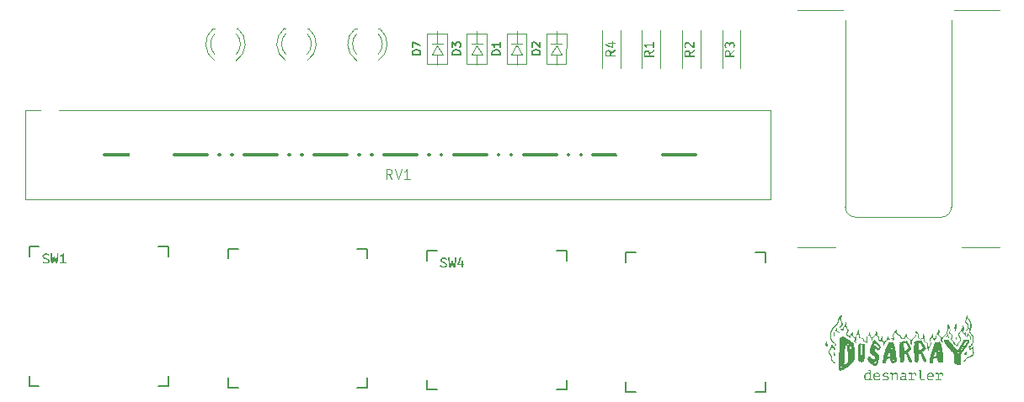
<source format=gto>
%TF.GenerationSoftware,KiCad,Pcbnew,9.0.4-1.fc42app3*%
%TF.CreationDate,2025-10-31T17:54:04+01:00*%
%TF.ProjectId,ccc_macropad,6363635f-6d61-4637-926f-7061642e6b69,rev?*%
%TF.SameCoordinates,Original*%
%TF.FileFunction,Legend,Top*%
%TF.FilePolarity,Positive*%
%FSLAX46Y46*%
G04 Gerber Fmt 4.6, Leading zero omitted, Abs format (unit mm)*
G04 Created by KiCad (PCBNEW 9.0.4-1.fc42app3) date 2025-10-31 17:54:04*
%MOMM*%
%LPD*%
G01*
G04 APERTURE LIST*
%ADD10C,0.000000*%
%ADD11C,0.100000*%
%ADD12C,0.150000*%
%ADD13C,0.125000*%
%ADD14C,0.120000*%
%ADD15C,0.300000*%
G04 APERTURE END LIST*
D10*
G36*
X204848497Y-71201267D02*
G01*
X204852782Y-71202308D01*
X204856463Y-71204260D01*
X204859577Y-71207064D01*
X204862159Y-71210662D01*
X204864245Y-71214997D01*
X204865874Y-71220011D01*
X204867079Y-71225644D01*
X204867899Y-71231839D01*
X204868525Y-71245683D01*
X204868042Y-71261078D01*
X204866742Y-71277557D01*
X204859177Y-71345026D01*
X204858148Y-71359955D01*
X204858045Y-71373179D01*
X204858432Y-71379007D01*
X204859159Y-71384233D01*
X204860264Y-71388801D01*
X204861781Y-71392651D01*
X204861881Y-71395311D01*
X204862172Y-71397838D01*
X204862647Y-71400237D01*
X204863295Y-71402516D01*
X204864109Y-71404681D01*
X204865078Y-71406738D01*
X204866193Y-71408692D01*
X204867445Y-71410552D01*
X204868825Y-71412322D01*
X204870324Y-71414010D01*
X204871932Y-71415621D01*
X204873641Y-71417161D01*
X204875441Y-71418638D01*
X204877322Y-71420057D01*
X204879277Y-71421425D01*
X204881294Y-71422748D01*
X204885483Y-71425283D01*
X204889816Y-71427714D01*
X204898616Y-71432463D01*
X204902937Y-71434882D01*
X204907107Y-71437398D01*
X204909112Y-71438708D01*
X204911051Y-71440061D01*
X204912917Y-71441464D01*
X204914698Y-71442922D01*
X204918739Y-71447372D01*
X204922438Y-71451795D01*
X204925809Y-71456197D01*
X204928867Y-71460580D01*
X204931627Y-71464949D01*
X204934104Y-71469310D01*
X204936310Y-71473666D01*
X204938262Y-71478021D01*
X204939974Y-71482380D01*
X204941460Y-71486747D01*
X204942734Y-71491127D01*
X204943812Y-71495523D01*
X204945436Y-71504385D01*
X204946448Y-71513367D01*
X204946963Y-71522504D01*
X204947099Y-71531831D01*
X204946696Y-71551194D01*
X204946169Y-71571736D01*
X204946149Y-71582535D01*
X204946448Y-71593734D01*
X204946448Y-71593735D01*
X204919990Y-71501130D01*
X204917674Y-71497500D01*
X204915202Y-71494042D01*
X204912586Y-71490742D01*
X204909841Y-71487586D01*
X204906979Y-71484560D01*
X204904014Y-71481649D01*
X204897831Y-71476119D01*
X204891400Y-71470884D01*
X204884829Y-71465830D01*
X204871703Y-71455821D01*
X204865365Y-71450639D01*
X204859321Y-71445191D01*
X204856444Y-71442331D01*
X204853681Y-71439362D01*
X204851046Y-71436270D01*
X204848552Y-71433041D01*
X204846213Y-71429661D01*
X204844043Y-71426116D01*
X204842055Y-71422392D01*
X204840263Y-71418474D01*
X204838680Y-71414349D01*
X204837320Y-71410002D01*
X204836196Y-71405420D01*
X204835323Y-71400589D01*
X204834220Y-71392065D01*
X204833819Y-71383370D01*
X204834015Y-71374520D01*
X204834703Y-71365531D01*
X204835779Y-71356418D01*
X204837137Y-71347197D01*
X204840284Y-71328490D01*
X204843307Y-71309535D01*
X204844510Y-71300003D01*
X204845369Y-71290456D01*
X204845778Y-71280909D01*
X204845632Y-71271377D01*
X204844828Y-71261876D01*
X204844146Y-71257142D01*
X204843260Y-71252422D01*
X204769178Y-71379422D01*
X204766345Y-71383076D01*
X204763784Y-71387070D01*
X204761473Y-71391375D01*
X204759390Y-71395958D01*
X204755818Y-71405839D01*
X204752889Y-71416464D01*
X204750426Y-71427584D01*
X204748249Y-71438953D01*
X204744042Y-71461443D01*
X204741656Y-71472068D01*
X204738844Y-71481948D01*
X204735426Y-71490836D01*
X204733435Y-71494831D01*
X204731226Y-71498485D01*
X204728777Y-71501766D01*
X204726065Y-71504644D01*
X204723068Y-71507089D01*
X204719765Y-71509068D01*
X204716131Y-71510551D01*
X204712146Y-71511507D01*
X204707787Y-71511905D01*
X204703032Y-71511714D01*
X204699922Y-71511133D01*
X204697038Y-71510389D01*
X204694372Y-71509488D01*
X204691916Y-71508437D01*
X204689664Y-71507243D01*
X204687608Y-71505912D01*
X204685741Y-71504451D01*
X204684056Y-71502867D01*
X204682545Y-71501166D01*
X204681201Y-71499356D01*
X204680017Y-71497444D01*
X204678986Y-71495436D01*
X204678100Y-71493338D01*
X204677353Y-71491158D01*
X204676736Y-71488903D01*
X204676242Y-71486578D01*
X204675865Y-71484192D01*
X204675597Y-71481750D01*
X204675430Y-71479260D01*
X204675358Y-71476729D01*
X204675469Y-71471568D01*
X204675870Y-71466321D01*
X204676503Y-71461044D01*
X204677312Y-71455789D01*
X204678236Y-71450613D01*
X204679218Y-71445568D01*
X204682019Y-71437253D01*
X204687233Y-71425559D01*
X204694549Y-71411012D01*
X204703651Y-71394139D01*
X204725960Y-71355527D01*
X204751648Y-71313938D01*
X204778205Y-71273589D01*
X204791024Y-71255197D01*
X204803118Y-71238697D01*
X204814173Y-71224615D01*
X204823876Y-71213479D01*
X204831912Y-71205815D01*
X204835207Y-71203450D01*
X204837968Y-71202151D01*
X204843571Y-71201196D01*
X204848497Y-71201267D01*
G37*
D11*
X201715885Y-73847984D02*
X201673552Y-73847984D01*
D10*
G36*
X206546340Y-71735488D02*
G01*
X206552709Y-71736213D01*
X206558907Y-71737353D01*
X206564945Y-71738865D01*
X206570838Y-71740707D01*
X206582233Y-71745208D01*
X206593195Y-71750515D01*
X206603824Y-71756287D01*
X206624484Y-71767863D01*
X206634718Y-71772984D01*
X206645021Y-71777206D01*
X206650230Y-71778873D01*
X206655494Y-71780188D01*
X206660826Y-71781107D01*
X206666239Y-71781588D01*
X206674038Y-71781380D01*
X206682497Y-71780787D01*
X206691528Y-71779862D01*
X206701048Y-71778653D01*
X206721213Y-71775589D01*
X206742307Y-71771997D01*
X206784557Y-71764845D01*
X206804349Y-71762091D01*
X206813614Y-71761095D01*
X206822343Y-71760422D01*
X206853685Y-71759548D01*
X206871427Y-71759474D01*
X206890019Y-71759884D01*
X206909059Y-71760961D01*
X206928151Y-71762887D01*
X206946893Y-71765843D01*
X206964887Y-71770013D01*
X206981735Y-71775578D01*
X206989603Y-71778940D01*
X206997035Y-71782720D01*
X207003981Y-71786940D01*
X207010391Y-71791622D01*
X207016214Y-71796790D01*
X207021401Y-71802466D01*
X207025902Y-71808673D01*
X207029667Y-71815433D01*
X207032647Y-71822770D01*
X207034790Y-71830707D01*
X207036048Y-71839265D01*
X207036371Y-71848469D01*
X207035708Y-71858340D01*
X207034010Y-71868901D01*
X207033476Y-71870847D01*
X207032869Y-71872720D01*
X207032195Y-71874523D01*
X207031457Y-71876260D01*
X207030662Y-71877934D01*
X207029813Y-71879551D01*
X207028915Y-71881114D01*
X207027974Y-71882626D01*
X207025981Y-71885515D01*
X207023871Y-71888248D01*
X207021684Y-71890858D01*
X207019458Y-71893375D01*
X207015044Y-71898253D01*
X207012935Y-71900677D01*
X207010941Y-71903131D01*
X207009103Y-71905648D01*
X207008254Y-71906939D01*
X207007458Y-71908258D01*
X207006721Y-71909607D01*
X207006047Y-71910991D01*
X207005440Y-71912414D01*
X207004906Y-71913880D01*
X206976674Y-71996049D01*
X206943881Y-72076004D01*
X206906987Y-72153952D01*
X206866454Y-72230098D01*
X206822743Y-72304647D01*
X206776315Y-72377805D01*
X206727631Y-72449777D01*
X206677153Y-72520768D01*
X206572658Y-72660630D01*
X206466520Y-72799035D01*
X206362428Y-72937626D01*
X206312303Y-73007505D01*
X206264073Y-73078046D01*
X206242823Y-73111130D01*
X206223062Y-73143283D01*
X206213895Y-73159185D01*
X206205285Y-73175064D01*
X206197296Y-73190989D01*
X206189989Y-73207031D01*
X206183426Y-73223259D01*
X206177669Y-73239742D01*
X206172781Y-73256551D01*
X206168822Y-73273756D01*
X206165856Y-73291425D01*
X206163944Y-73309629D01*
X206163148Y-73328438D01*
X206163531Y-73347922D01*
X206168533Y-73514154D01*
X206171799Y-73679643D01*
X206173577Y-73844635D01*
X206174114Y-74009380D01*
X206173877Y-74029172D01*
X206173205Y-74052127D01*
X206170807Y-74103307D01*
X206167417Y-74154487D01*
X206165505Y-74177442D01*
X206163531Y-74197234D01*
X206162640Y-74203403D01*
X206161464Y-74209503D01*
X206160010Y-74215528D01*
X206158285Y-74221470D01*
X206156299Y-74227323D01*
X206154060Y-74233080D01*
X206151576Y-74238735D01*
X206148854Y-74244280D01*
X206145904Y-74249709D01*
X206142734Y-74255014D01*
X206139351Y-74260190D01*
X206135765Y-74265230D01*
X206128013Y-74274871D01*
X206119543Y-74283885D01*
X206110423Y-74292216D01*
X206100718Y-74299811D01*
X206090493Y-74306616D01*
X206079814Y-74312575D01*
X206074326Y-74315221D01*
X206068749Y-74317636D01*
X206063091Y-74319812D01*
X206057361Y-74321743D01*
X206051567Y-74323422D01*
X206045718Y-74324842D01*
X206039821Y-74325997D01*
X206033884Y-74326879D01*
X206028007Y-74327494D01*
X206022277Y-74327859D01*
X206016685Y-74327987D01*
X206011224Y-74327892D01*
X206005885Y-74327588D01*
X206000659Y-74327089D01*
X205990517Y-74325557D01*
X205980732Y-74323404D01*
X205971237Y-74320740D01*
X205961966Y-74317673D01*
X205952855Y-74314312D01*
X205916682Y-74300091D01*
X205907377Y-74296884D01*
X205897836Y-74294034D01*
X205887992Y-74291649D01*
X205877780Y-74289838D01*
X205868382Y-74288031D01*
X205859027Y-74286541D01*
X205849695Y-74285315D01*
X205840366Y-74284298D01*
X205821644Y-74282675D01*
X205802705Y-74281239D01*
X205783393Y-74279554D01*
X205773550Y-74278483D01*
X205763555Y-74277188D01*
X205753389Y-74275613D01*
X205743034Y-74273705D01*
X205732469Y-74271409D01*
X205721676Y-74268671D01*
X205693746Y-74261349D01*
X205668398Y-74254119D01*
X205645483Y-74246766D01*
X205624855Y-74239071D01*
X205606366Y-74230818D01*
X205597878Y-74226415D01*
X205589870Y-74221791D01*
X205582323Y-74216918D01*
X205575218Y-74211771D01*
X205568538Y-74206321D01*
X205562264Y-74200541D01*
X205556378Y-74194405D01*
X205550860Y-74187886D01*
X205545694Y-74180955D01*
X205540860Y-74173587D01*
X205536339Y-74165753D01*
X205532115Y-74157427D01*
X205528167Y-74148582D01*
X205524478Y-74139191D01*
X205521029Y-74129226D01*
X205517803Y-74118660D01*
X205511941Y-74095617D01*
X205506746Y-74069846D01*
X205502071Y-74041129D01*
X205494379Y-73985329D01*
X205488041Y-73929090D01*
X205478631Y-73815531D01*
X205472259Y-73700918D01*
X205467345Y-73585716D01*
X205462306Y-73470389D01*
X205455562Y-73355404D01*
X205445532Y-73241225D01*
X205438790Y-73184583D01*
X205430634Y-73128317D01*
X205401880Y-73092053D01*
X205372250Y-73056606D01*
X205341860Y-73021864D01*
X205332806Y-73011901D01*
X205753428Y-73011901D01*
X205753969Y-73014592D01*
X205754598Y-73017211D01*
X205756089Y-73022257D01*
X205757852Y-73027087D01*
X205759836Y-73031745D01*
X205761990Y-73036280D01*
X205764264Y-73040737D01*
X205768972Y-73049604D01*
X205771304Y-73054108D01*
X205773556Y-73058720D01*
X205775675Y-73063487D01*
X205777612Y-73068456D01*
X205779317Y-73073673D01*
X205780066Y-73076389D01*
X205780739Y-73079184D01*
X205781328Y-73082065D01*
X205781827Y-73085037D01*
X205782231Y-73088105D01*
X205782532Y-73091276D01*
X205787131Y-73127714D01*
X205791048Y-73166972D01*
X205794345Y-73208153D01*
X205797084Y-73250357D01*
X205801135Y-73334238D01*
X205803699Y-73411422D01*
X205806117Y-73491355D01*
X205807171Y-73572157D01*
X205806489Y-73653454D01*
X205803699Y-73734876D01*
X205798428Y-73816049D01*
X205790304Y-73896602D01*
X205785056Y-73936530D01*
X205778956Y-73976163D01*
X205771956Y-74015455D01*
X205764011Y-74054360D01*
X205848678Y-74080818D01*
X205852073Y-74031095D01*
X205854507Y-73981186D01*
X205857607Y-73881058D01*
X205860211Y-73780929D01*
X205862025Y-73731020D01*
X205864553Y-73681297D01*
X205875384Y-73506465D01*
X205884180Y-73412709D01*
X205890209Y-73365480D01*
X205897626Y-73318487D01*
X205906655Y-73272084D01*
X205917521Y-73226622D01*
X205930449Y-73182455D01*
X205945664Y-73139935D01*
X205963391Y-73099415D01*
X205983853Y-73061247D01*
X206007277Y-73025785D01*
X206020169Y-73009178D01*
X206033886Y-72993380D01*
X206045533Y-72981125D01*
X206057611Y-72969134D01*
X206070053Y-72957359D01*
X206082793Y-72945755D01*
X206108905Y-72922873D01*
X206135420Y-72900115D01*
X206161811Y-72877108D01*
X206174796Y-72865396D01*
X206187551Y-72853482D01*
X206200012Y-72841320D01*
X206212113Y-72828863D01*
X206223787Y-72816066D01*
X206234969Y-72802880D01*
X206264176Y-72766947D01*
X206292387Y-72729727D01*
X206319784Y-72691422D01*
X206346549Y-72652233D01*
X206398912Y-72572011D01*
X206450935Y-72490672D01*
X206504074Y-72409829D01*
X206531517Y-72370098D01*
X206559786Y-72331095D01*
X206589063Y-72293023D01*
X206619530Y-72256082D01*
X206651368Y-72220474D01*
X206684761Y-72186401D01*
X206846157Y-71948276D01*
X206851447Y-71945630D01*
X206629197Y-71945630D01*
X206596084Y-71996795D01*
X206564095Y-72048978D01*
X206502776Y-72155767D01*
X206443813Y-72264727D01*
X206385781Y-72374586D01*
X206327252Y-72484073D01*
X206266801Y-72591916D01*
X206235409Y-72644825D01*
X206203002Y-72696845D01*
X206169400Y-72747820D01*
X206134427Y-72797589D01*
X206099499Y-72846299D01*
X206081053Y-72870875D01*
X206061874Y-72895071D01*
X206041904Y-72918492D01*
X206021085Y-72940743D01*
X205999360Y-72961428D01*
X205976669Y-72980151D01*
X205964944Y-72988654D01*
X205952956Y-72996518D01*
X205940697Y-73003695D01*
X205928161Y-73010134D01*
X205915340Y-73015786D01*
X205902226Y-73020602D01*
X205888814Y-73024533D01*
X205875094Y-73027528D01*
X205861061Y-73029539D01*
X205846707Y-73030516D01*
X205832024Y-73030410D01*
X205817005Y-73029172D01*
X205801643Y-73026751D01*
X205785931Y-73023098D01*
X205769862Y-73018165D01*
X205753428Y-73011901D01*
X205332806Y-73011901D01*
X205310827Y-72987716D01*
X205247296Y-72920748D01*
X205182586Y-72854804D01*
X205117629Y-72788984D01*
X205053354Y-72722388D01*
X205021763Y-72688519D01*
X204990691Y-72654119D01*
X204960255Y-72619075D01*
X204930571Y-72583275D01*
X204900200Y-72544749D01*
X204870539Y-72505621D01*
X204812956Y-72425890D01*
X204757047Y-72344732D01*
X204702038Y-72262799D01*
X204591615Y-72099212D01*
X204534652Y-72018860D01*
X204475488Y-71940338D01*
X204471765Y-71933928D01*
X204468529Y-71927600D01*
X204465768Y-71921359D01*
X204463473Y-71915208D01*
X204463070Y-71913880D01*
X204705676Y-71913880D01*
X204738376Y-71946604D01*
X204770081Y-71980212D01*
X204800909Y-72014595D01*
X204830981Y-72049644D01*
X204889340Y-72121309D01*
X204946117Y-72194338D01*
X205058771Y-72341017D01*
X205116571Y-72412930D01*
X205146260Y-72448150D01*
X205176635Y-72482735D01*
X205225412Y-72536049D01*
X205281104Y-72595224D01*
X205341694Y-72657933D01*
X205405168Y-72721852D01*
X205469511Y-72784654D01*
X205532706Y-72844015D01*
X205592738Y-72897608D01*
X205620939Y-72921516D01*
X205647593Y-72943109D01*
X205659582Y-72953197D01*
X205662637Y-72955641D01*
X205665731Y-72957992D01*
X205668872Y-72960220D01*
X205672067Y-72962292D01*
X205675323Y-72964178D01*
X205678650Y-72965847D01*
X205680342Y-72966591D01*
X205682054Y-72967268D01*
X205683788Y-72967876D01*
X205685544Y-72968410D01*
X205687323Y-72968867D01*
X205689126Y-72969242D01*
X205690955Y-72969532D01*
X205692809Y-72969733D01*
X205694691Y-72969841D01*
X205696601Y-72969852D01*
X205698540Y-72969762D01*
X205700509Y-72969568D01*
X205636880Y-72903112D01*
X205571484Y-72838268D01*
X205438242Y-72710938D01*
X205371822Y-72647210D01*
X205306488Y-72582615D01*
X205242951Y-72516531D01*
X205212081Y-72482737D01*
X205181927Y-72448339D01*
X205155528Y-72416318D01*
X205129858Y-72383790D01*
X205080393Y-72317411D01*
X205032912Y-72249607D01*
X204986796Y-72180779D01*
X204896176Y-72041666D01*
X204850432Y-71972187D01*
X204803572Y-71903297D01*
X204705676Y-71913880D01*
X204463070Y-71913880D01*
X204461633Y-71909152D01*
X204460239Y-71903195D01*
X204459279Y-71897342D01*
X204458745Y-71891597D01*
X204458625Y-71885964D01*
X204458909Y-71880448D01*
X204459588Y-71875053D01*
X204460651Y-71869784D01*
X204462089Y-71864645D01*
X204463890Y-71859639D01*
X204466044Y-71854773D01*
X204468542Y-71850049D01*
X204471374Y-71845472D01*
X204474528Y-71841047D01*
X204477996Y-71836778D01*
X204481766Y-71832670D01*
X204485829Y-71828726D01*
X204490175Y-71824951D01*
X204494792Y-71821350D01*
X204499672Y-71817927D01*
X204504804Y-71814685D01*
X204510177Y-71811631D01*
X204515782Y-71808767D01*
X204521609Y-71806098D01*
X204527646Y-71803629D01*
X204533885Y-71801364D01*
X204540315Y-71799307D01*
X204546925Y-71797463D01*
X204580964Y-71789923D01*
X204626755Y-71781795D01*
X204680173Y-71773976D01*
X204737095Y-71767367D01*
X204793396Y-71762866D01*
X204820026Y-71761687D01*
X204844954Y-71761372D01*
X204867665Y-71762034D01*
X204887644Y-71763785D01*
X204904375Y-71766738D01*
X204911361Y-71768700D01*
X204917342Y-71771005D01*
X204922292Y-71773298D01*
X204926740Y-71775707D01*
X204930713Y-71778225D01*
X204934235Y-71780844D01*
X204937333Y-71783555D01*
X204940033Y-71786352D01*
X204942359Y-71789227D01*
X204944338Y-71792171D01*
X204945995Y-71795177D01*
X204947357Y-71798238D01*
X204948447Y-71801345D01*
X204949294Y-71804491D01*
X204949921Y-71807668D01*
X204950355Y-71810868D01*
X204950621Y-71814083D01*
X204950746Y-71817307D01*
X204950672Y-71823745D01*
X204950338Y-71830122D01*
X204949950Y-71836375D01*
X204949712Y-71842442D01*
X204949832Y-71848261D01*
X204950090Y-71851058D01*
X204950513Y-71853769D01*
X204951129Y-71856388D01*
X204951962Y-71858906D01*
X204953039Y-71861316D01*
X204954384Y-71863609D01*
X204957031Y-71860964D01*
X204970963Y-71872870D01*
X205003003Y-71900651D01*
X205021239Y-71916774D01*
X205038515Y-71932401D01*
X205053000Y-71946044D01*
X205058624Y-71951656D01*
X205062864Y-71956214D01*
X205362505Y-72296203D01*
X205436485Y-72378875D01*
X205512326Y-72461485D01*
X205591143Y-72544467D01*
X205674052Y-72628255D01*
X205694005Y-72648884D01*
X205714112Y-72670754D01*
X205754420Y-72716229D01*
X205774434Y-72738843D01*
X205794231Y-72760712D01*
X205813718Y-72781341D01*
X205823316Y-72791036D01*
X205832802Y-72800234D01*
X205838424Y-72806063D01*
X205839791Y-72807433D01*
X205841174Y-72808745D01*
X205842587Y-72809987D01*
X205844047Y-72811148D01*
X205845569Y-72812216D01*
X205846358Y-72812711D01*
X205847168Y-72813179D01*
X205848002Y-72813618D01*
X205848860Y-72814026D01*
X205849746Y-72814402D01*
X205850661Y-72814745D01*
X205851607Y-72815053D01*
X205852586Y-72815324D01*
X205853600Y-72815558D01*
X205854650Y-72815753D01*
X205855740Y-72815906D01*
X205856870Y-72816018D01*
X205858043Y-72816086D01*
X205859260Y-72816109D01*
X205861396Y-72815729D01*
X205863822Y-72814617D01*
X205866517Y-72812817D01*
X205869461Y-72810373D01*
X205876015Y-72803726D01*
X205883321Y-72795025D01*
X205891216Y-72784619D01*
X205899537Y-72772856D01*
X205908122Y-72760086D01*
X205916807Y-72746656D01*
X205933829Y-72719216D01*
X205949301Y-72693326D01*
X205970385Y-72657359D01*
X206311697Y-71995901D01*
X206343199Y-71943480D01*
X206365182Y-71907906D01*
X206389088Y-71870224D01*
X206413241Y-71833533D01*
X206435968Y-71800936D01*
X206446274Y-71787141D01*
X206455595Y-71775532D01*
X206463722Y-71766496D01*
X206470447Y-71760422D01*
X206479224Y-71754655D01*
X206487703Y-71749730D01*
X206495897Y-71745603D01*
X206503819Y-71742231D01*
X206511482Y-71739573D01*
X206518897Y-71737586D01*
X206526078Y-71736226D01*
X206533037Y-71735452D01*
X206539787Y-71735220D01*
X206546340Y-71735488D01*
G37*
G36*
X196932245Y-72019714D02*
G01*
X196937887Y-72021104D01*
X196942866Y-72023511D01*
X196947207Y-72026865D01*
X196950938Y-72031094D01*
X196954088Y-72036126D01*
X196956683Y-72041891D01*
X196958752Y-72048317D01*
X196960322Y-72055334D01*
X196961421Y-72062869D01*
X196962076Y-72070852D01*
X196962314Y-72079211D01*
X196961653Y-72096774D01*
X196959659Y-72114988D01*
X196956553Y-72133283D01*
X196952555Y-72151090D01*
X196947887Y-72167839D01*
X196942769Y-72182960D01*
X196937422Y-72195884D01*
X196932068Y-72206040D01*
X196929457Y-72209903D01*
X196926927Y-72212860D01*
X196920730Y-72218457D01*
X196914563Y-72222419D01*
X196908452Y-72224845D01*
X196902427Y-72225836D01*
X196896516Y-72225491D01*
X196890749Y-72223911D01*
X196885153Y-72221197D01*
X196879757Y-72217449D01*
X196874589Y-72212766D01*
X196869679Y-72207250D01*
X196865055Y-72201000D01*
X196860745Y-72194117D01*
X196856778Y-72186701D01*
X196853183Y-72178852D01*
X196849987Y-72170671D01*
X196847221Y-72162258D01*
X196844912Y-72153713D01*
X196843089Y-72145137D01*
X196841780Y-72136630D01*
X196841015Y-72128291D01*
X196840821Y-72120222D01*
X196841227Y-72112523D01*
X196842262Y-72105293D01*
X196843955Y-72098634D01*
X196846334Y-72092645D01*
X196849427Y-72087427D01*
X196853263Y-72083081D01*
X196857872Y-72079705D01*
X196863280Y-72077401D01*
X196869518Y-72076269D01*
X196876613Y-72076409D01*
X196884594Y-72077922D01*
X196887328Y-72078879D01*
X196889600Y-72080244D01*
X196891444Y-72081990D01*
X196892893Y-72084092D01*
X196893982Y-72086524D01*
X196894744Y-72089259D01*
X196895214Y-72092271D01*
X196895425Y-72095533D01*
X196895411Y-72099021D01*
X196895207Y-72102707D01*
X196894361Y-72110571D01*
X196891870Y-72127531D01*
X196890768Y-72136209D01*
X196890123Y-72144740D01*
X196890057Y-72148884D01*
X196890207Y-72152914D01*
X196890607Y-72156802D01*
X196891291Y-72160522D01*
X196892293Y-72164048D01*
X196893646Y-72167355D01*
X196895385Y-72170415D01*
X196897544Y-72173203D01*
X196900156Y-72175693D01*
X196903255Y-72177858D01*
X196906876Y-72179672D01*
X196911052Y-72181110D01*
X196911052Y-72183755D01*
X196912970Y-72174065D01*
X196915610Y-72163906D01*
X196922214Y-72142538D01*
X196929190Y-72120364D01*
X196932295Y-72109197D01*
X196934864Y-72098097D01*
X196936690Y-72087151D01*
X196937258Y-72081764D01*
X196937562Y-72076449D01*
X196937575Y-72071218D01*
X196937271Y-72066081D01*
X196936624Y-72061050D01*
X196935608Y-72056135D01*
X196934197Y-72051349D01*
X196932364Y-72046701D01*
X196930084Y-72042204D01*
X196927330Y-72037868D01*
X196924076Y-72033704D01*
X196920295Y-72029724D01*
X196915963Y-72025939D01*
X196911052Y-72022359D01*
X196918854Y-72020270D01*
X196925910Y-72019412D01*
X196932245Y-72019714D01*
G37*
G36*
X196081584Y-72151675D02*
G01*
X196111477Y-72152892D01*
X196140650Y-72155277D01*
X196168381Y-72158785D01*
X196193949Y-72163374D01*
X196216633Y-72169002D01*
X196235714Y-72175627D01*
X196243677Y-72179299D01*
X196250469Y-72183204D01*
X196255999Y-72187337D01*
X196260177Y-72191693D01*
X196265631Y-72199446D01*
X196269639Y-72206835D01*
X196272275Y-72213868D01*
X196273613Y-72220554D01*
X196273726Y-72226901D01*
X196272688Y-72232917D01*
X196270573Y-72238611D01*
X196267453Y-72243989D01*
X196263404Y-72249062D01*
X196258498Y-72253837D01*
X196252809Y-72258322D01*
X196246411Y-72262526D01*
X196239377Y-72266456D01*
X196231781Y-72270122D01*
X196215198Y-72276690D01*
X196197251Y-72282298D01*
X196178529Y-72287010D01*
X196159620Y-72290893D01*
X196141115Y-72294012D01*
X196123602Y-72296434D01*
X196107670Y-72298224D01*
X196082907Y-72300172D01*
X196080260Y-72297526D01*
X196085762Y-72327848D01*
X196090415Y-72358282D01*
X196094300Y-72388817D01*
X196097500Y-72419441D01*
X196102166Y-72480910D01*
X196105065Y-72542596D01*
X196108166Y-72666248D01*
X196109670Y-72728027D01*
X196112010Y-72789651D01*
X196143760Y-73710401D01*
X196143642Y-73727149D01*
X196143306Y-73743681D01*
X196142107Y-73776216D01*
X196140412Y-73808255D01*
X196138468Y-73840047D01*
X196268114Y-73840047D01*
X196268431Y-73834590D01*
X196268419Y-73829133D01*
X196268120Y-73823676D01*
X196267577Y-73818219D01*
X196266832Y-73812762D01*
X196265928Y-73807305D01*
X196263815Y-73796391D01*
X196261577Y-73785476D01*
X196259557Y-73774562D01*
X196258735Y-73769105D01*
X196258094Y-73763648D01*
X196257679Y-73758191D01*
X196257531Y-73752734D01*
X196253862Y-73624742D01*
X196252487Y-73496750D01*
X196252973Y-73368758D01*
X196254885Y-73240765D01*
X196268114Y-72728797D01*
X196268119Y-72677585D01*
X196266667Y-72622219D01*
X196262492Y-72505224D01*
X196261319Y-72446695D01*
X196261789Y-72390213D01*
X196262883Y-72363224D01*
X196264678Y-72337327D01*
X196267271Y-72312718D01*
X196270760Y-72289589D01*
X196273936Y-72274984D01*
X196277966Y-72261426D01*
X196282789Y-72248907D01*
X196288346Y-72237421D01*
X196294575Y-72226960D01*
X196301415Y-72217517D01*
X196308807Y-72209085D01*
X196316690Y-72201656D01*
X196325003Y-72195223D01*
X196333686Y-72189779D01*
X196342678Y-72185316D01*
X196351918Y-72181828D01*
X196361346Y-72179306D01*
X196370902Y-72177745D01*
X196380525Y-72177135D01*
X196390153Y-72177471D01*
X196399728Y-72178745D01*
X196409188Y-72180950D01*
X196418472Y-72184078D01*
X196427521Y-72188122D01*
X196436273Y-72193075D01*
X196444668Y-72198929D01*
X196452645Y-72205678D01*
X196460144Y-72213314D01*
X196467105Y-72221830D01*
X196473466Y-72231218D01*
X196479167Y-72241472D01*
X196484148Y-72252583D01*
X196488348Y-72264545D01*
X196491706Y-72277351D01*
X196494162Y-72290993D01*
X196495656Y-72305464D01*
X196495537Y-72311823D01*
X196495201Y-72318016D01*
X196494680Y-72324061D01*
X196494003Y-72329979D01*
X196492308Y-72341508D01*
X196490364Y-72352758D01*
X196488421Y-72363884D01*
X196486726Y-72375041D01*
X196486049Y-72380679D01*
X196485528Y-72386384D01*
X196485192Y-72392173D01*
X196485073Y-72398068D01*
X196488049Y-73088961D01*
X196486391Y-73264397D01*
X196480980Y-73438004D01*
X196470423Y-73608324D01*
X196462778Y-73691797D01*
X196453323Y-73773901D01*
X196447314Y-73814278D01*
X196443866Y-73832793D01*
X196440099Y-73850232D01*
X196435992Y-73866623D01*
X196431528Y-73881993D01*
X196426686Y-73896373D01*
X196421449Y-73909789D01*
X196415797Y-73922272D01*
X196409711Y-73933849D01*
X196403173Y-73944549D01*
X196396164Y-73954402D01*
X196388664Y-73963434D01*
X196380655Y-73971675D01*
X196372118Y-73979154D01*
X196363034Y-73985898D01*
X196353384Y-73991938D01*
X196343149Y-73997300D01*
X196332311Y-74002014D01*
X196320850Y-74006109D01*
X196308748Y-74009612D01*
X196295986Y-74012554D01*
X196282544Y-74014961D01*
X196268404Y-74016863D01*
X196237954Y-74019265D01*
X196204485Y-74019989D01*
X196167846Y-74019264D01*
X196127886Y-74017318D01*
X196096719Y-74015194D01*
X196063600Y-74012232D01*
X196046705Y-74010176D01*
X196029798Y-74007597D01*
X196013039Y-74004390D01*
X195996586Y-74000450D01*
X195980598Y-73995673D01*
X195965234Y-73989955D01*
X195950653Y-73983189D01*
X195943705Y-73979382D01*
X195937013Y-73975273D01*
X195930597Y-73970851D01*
X195924475Y-73966101D01*
X195918668Y-73961012D01*
X195913196Y-73955569D01*
X195908078Y-73949760D01*
X195903335Y-73943572D01*
X195898987Y-73936991D01*
X195895052Y-73930005D01*
X195890088Y-73919677D01*
X195885598Y-73908094D01*
X195877958Y-73881471D01*
X195871961Y-73850754D01*
X195867436Y-73816565D01*
X195864214Y-73779523D01*
X195862124Y-73740249D01*
X195860656Y-73657484D01*
X195865948Y-73361151D01*
X195851727Y-72901768D01*
X195849179Y-72785915D01*
X195848461Y-72670217D01*
X195850285Y-72554952D01*
X195855365Y-72440401D01*
X195857303Y-72417989D01*
X195860946Y-72386616D01*
X195866015Y-72349477D01*
X195872232Y-72309763D01*
X195879317Y-72270670D01*
X195886991Y-72235391D01*
X195890962Y-72220179D01*
X195894975Y-72207118D01*
X195898996Y-72196608D01*
X195902990Y-72189047D01*
X195907168Y-72184031D01*
X195912699Y-72179397D01*
X195919490Y-72175140D01*
X195927453Y-72171255D01*
X195936498Y-72167736D01*
X195946534Y-72164578D01*
X195969218Y-72159323D01*
X195994787Y-72155448D01*
X196022517Y-72152910D01*
X196051690Y-72151666D01*
X196081584Y-72151675D01*
G37*
G36*
X202170934Y-71862889D02*
G01*
X202175959Y-71863407D01*
X202180964Y-71864175D01*
X202185949Y-71865215D01*
X202190913Y-71866548D01*
X202195854Y-71868197D01*
X202200773Y-71870183D01*
X202205667Y-71872528D01*
X202210535Y-71875254D01*
X202215378Y-71878383D01*
X202220194Y-71881936D01*
X202224981Y-71885935D01*
X202229739Y-71890402D01*
X202234468Y-71895358D01*
X202237294Y-71898920D01*
X202239842Y-71902645D01*
X202242142Y-71906509D01*
X202244224Y-71910489D01*
X202246121Y-71914563D01*
X202247862Y-71918706D01*
X202249479Y-71922896D01*
X202251004Y-71927108D01*
X202256792Y-71943728D01*
X202258316Y-71947708D01*
X202259934Y-71951572D01*
X202261675Y-71955297D01*
X202263572Y-71958858D01*
X202301249Y-72012147D01*
X202338772Y-72066676D01*
X202375984Y-72122197D01*
X202412731Y-72178462D01*
X202448858Y-72235224D01*
X202484210Y-72292233D01*
X202518631Y-72349243D01*
X202551968Y-72406004D01*
X202571744Y-72438850D01*
X202593598Y-72476780D01*
X202604480Y-72497148D01*
X202614894Y-72518183D01*
X202624509Y-72539683D01*
X202632996Y-72561447D01*
X202640026Y-72583272D01*
X202645269Y-72604958D01*
X202647118Y-72615686D01*
X202648396Y-72626303D01*
X202649063Y-72636785D01*
X202649078Y-72647106D01*
X202648398Y-72657240D01*
X202646984Y-72667164D01*
X202644794Y-72676851D01*
X202641786Y-72686276D01*
X202637920Y-72695415D01*
X202633154Y-72704242D01*
X202627448Y-72712731D01*
X202620759Y-72720858D01*
X202601401Y-72741710D01*
X202579500Y-72764143D01*
X202555740Y-72787505D01*
X202530801Y-72811147D01*
X202505365Y-72834417D01*
X202480116Y-72856664D01*
X202455736Y-72877236D01*
X202432905Y-72895483D01*
X202416793Y-72908258D01*
X202400246Y-72920784D01*
X202383327Y-72933062D01*
X202366098Y-72945093D01*
X202348621Y-72956875D01*
X202330958Y-72968409D01*
X202313171Y-72979695D01*
X202295322Y-72990733D01*
X202295323Y-72990734D01*
X202300615Y-73019839D01*
X202324820Y-73056792D01*
X202347909Y-73094211D01*
X202370006Y-73132064D01*
X202391234Y-73170320D01*
X202411719Y-73208948D01*
X202431583Y-73247918D01*
X202450951Y-73287197D01*
X202469947Y-73326755D01*
X202524848Y-73440278D01*
X202597609Y-73593984D01*
X202632935Y-73672729D01*
X202663424Y-73745706D01*
X202675886Y-73778385D01*
X202685976Y-73807646D01*
X202693306Y-73832829D01*
X202697489Y-73853276D01*
X202699014Y-73867248D01*
X202699643Y-73880868D01*
X202699409Y-73894112D01*
X202698347Y-73906952D01*
X202696491Y-73919365D01*
X202693873Y-73931324D01*
X202690529Y-73942803D01*
X202686493Y-73953777D01*
X202681797Y-73964219D01*
X202676477Y-73974105D01*
X202670565Y-73983409D01*
X202664096Y-73992105D01*
X202657104Y-74000167D01*
X202649623Y-74007570D01*
X202641686Y-74014287D01*
X202633328Y-74020294D01*
X202624582Y-74025565D01*
X202615483Y-74030074D01*
X202606064Y-74033794D01*
X202596359Y-74036702D01*
X202586402Y-74038770D01*
X202576227Y-74039973D01*
X202565868Y-74040286D01*
X202555358Y-74039683D01*
X202544733Y-74038138D01*
X202534025Y-74035626D01*
X202523269Y-74032121D01*
X202512498Y-74027596D01*
X202501746Y-74022027D01*
X202491048Y-74015388D01*
X202480437Y-74007653D01*
X202469947Y-73998797D01*
X202457800Y-73985100D01*
X202444331Y-73965373D01*
X202429769Y-73940405D01*
X202414343Y-73910988D01*
X202398282Y-73877913D01*
X202381813Y-73841969D01*
X202348570Y-73764641D01*
X202316443Y-73685328D01*
X202287261Y-73610355D01*
X202245053Y-73498734D01*
X202209954Y-73405427D01*
X202193009Y-73358696D01*
X202176591Y-73311872D01*
X202160794Y-73264924D01*
X202145709Y-73217821D01*
X202131431Y-73170532D01*
X202118052Y-73123026D01*
X202012219Y-73197109D01*
X202006817Y-73199502D01*
X202000633Y-73201739D01*
X201993813Y-73203853D01*
X201986505Y-73205873D01*
X201955334Y-73213646D01*
X201947793Y-73215666D01*
X201940647Y-73217780D01*
X201934044Y-73220017D01*
X201928131Y-73222410D01*
X201923055Y-73224989D01*
X201920877Y-73226357D01*
X201918964Y-73227784D01*
X201917333Y-73229273D01*
X201916004Y-73230828D01*
X201914994Y-73232453D01*
X201914323Y-73234151D01*
X201903739Y-73792422D01*
X201901425Y-73803375D01*
X201899368Y-73816177D01*
X201895554Y-73846041D01*
X201891368Y-73879440D01*
X201888845Y-73896660D01*
X201885880Y-73913799D01*
X201882357Y-73930535D01*
X201878160Y-73946547D01*
X201873171Y-73961511D01*
X201867276Y-73975108D01*
X201863952Y-73981293D01*
X201860358Y-73987015D01*
X201856479Y-73992234D01*
X201852300Y-73996910D01*
X201847808Y-74001003D01*
X201842987Y-74004472D01*
X201837823Y-74007278D01*
X201832301Y-74009380D01*
X201821627Y-74012261D01*
X201808670Y-74014940D01*
X201793752Y-74017402D01*
X201777194Y-74019632D01*
X201740447Y-74023332D01*
X201701002Y-74025916D01*
X201661434Y-74027260D01*
X201624315Y-74027239D01*
X201607478Y-74026678D01*
X201592218Y-74025730D01*
X201578858Y-74024379D01*
X201567719Y-74022609D01*
X201561221Y-74021334D01*
X201555113Y-74019513D01*
X201549382Y-74017171D01*
X201544015Y-74014335D01*
X201538998Y-74011033D01*
X201534319Y-74007290D01*
X201529965Y-74003133D01*
X201525923Y-73998589D01*
X201522178Y-73993685D01*
X201518720Y-73988447D01*
X201515533Y-73982902D01*
X201512606Y-73977076D01*
X201509924Y-73970997D01*
X201507476Y-73964690D01*
X201505248Y-73958183D01*
X201503226Y-73951502D01*
X201499752Y-73937724D01*
X201496948Y-73923571D01*
X201494709Y-73909255D01*
X201492932Y-73894989D01*
X201490343Y-73867461D01*
X201488770Y-73847984D01*
X201673552Y-73847984D01*
X201715885Y-73847984D01*
X201706088Y-73740828D01*
X201697034Y-73633672D01*
X201689469Y-73526516D01*
X201686477Y-73472938D01*
X201684136Y-73419360D01*
X201684220Y-73416734D01*
X201684441Y-73413861D01*
X201685086Y-73407619D01*
X201685670Y-73401128D01*
X201685813Y-73397945D01*
X201685789Y-73394885D01*
X201685548Y-73392012D01*
X201685331Y-73390665D01*
X201685040Y-73389387D01*
X201684670Y-73388187D01*
X201684214Y-73387072D01*
X201683666Y-73386050D01*
X201683019Y-73385129D01*
X201682268Y-73384316D01*
X201681406Y-73383620D01*
X201680427Y-73383048D01*
X201679324Y-73382607D01*
X201678092Y-73382306D01*
X201676723Y-73382152D01*
X201675212Y-73382154D01*
X201673552Y-73382318D01*
X201673552Y-73847984D01*
X201488770Y-73847984D01*
X201488343Y-73842692D01*
X201477016Y-73640865D01*
X201468665Y-73435068D01*
X201467243Y-73382318D01*
X201463042Y-73226544D01*
X201459900Y-73016531D01*
X201460066Y-72597001D01*
X201467177Y-72186400D01*
X201467325Y-72181907D01*
X201467740Y-72177362D01*
X201468380Y-72172779D01*
X201469202Y-72168169D01*
X201471223Y-72158914D01*
X201473460Y-72149690D01*
X201475574Y-72140589D01*
X201476474Y-72136130D01*
X201610051Y-72136130D01*
X201641801Y-72429818D01*
X201641801Y-72120255D01*
X201610051Y-72136130D01*
X201476474Y-72136130D01*
X201476478Y-72136115D01*
X201477222Y-72131706D01*
X201477766Y-72127375D01*
X201478065Y-72123133D01*
X201478077Y-72118992D01*
X201477760Y-72114963D01*
X201477580Y-72111024D01*
X201477060Y-72107142D01*
X201476234Y-72103312D01*
X201475135Y-72099527D01*
X201473796Y-72095783D01*
X201472249Y-72092075D01*
X201468665Y-72084742D01*
X201464647Y-72077488D01*
X201460459Y-72070268D01*
X201460298Y-72069985D01*
X201893156Y-72069985D01*
X201914323Y-72908714D01*
X202379989Y-72607089D01*
X202377343Y-72607089D01*
X202125989Y-72109672D01*
X202096994Y-72105254D01*
X202067657Y-72101611D01*
X202008581Y-72094789D01*
X201979151Y-72090681D01*
X201964531Y-72088249D01*
X201950000Y-72085488D01*
X201935578Y-72082339D01*
X201921284Y-72078744D01*
X201907137Y-72074645D01*
X201893156Y-72069985D01*
X201460298Y-72069985D01*
X201456363Y-72063040D01*
X201452625Y-72055762D01*
X201450971Y-72052091D01*
X201449506Y-72048391D01*
X201448261Y-72044658D01*
X201447271Y-72040885D01*
X201446567Y-72037067D01*
X201446183Y-72033200D01*
X201446151Y-72029277D01*
X201446506Y-72025294D01*
X201447279Y-72021245D01*
X201448503Y-72017124D01*
X201450212Y-72012928D01*
X201452438Y-72008649D01*
X201455215Y-72004283D01*
X201458575Y-71999824D01*
X201462551Y-71995268D01*
X201467177Y-71990609D01*
X201472988Y-71985659D01*
X201479001Y-71981211D01*
X201485201Y-71977238D01*
X201491573Y-71973716D01*
X201498102Y-71970617D01*
X201504773Y-71967918D01*
X201511571Y-71965592D01*
X201518481Y-71963613D01*
X201532576Y-71960594D01*
X201546939Y-71958657D01*
X201561449Y-71957596D01*
X201575986Y-71957205D01*
X201632003Y-71958238D01*
X201644874Y-71958119D01*
X201657051Y-71957437D01*
X201668414Y-71955989D01*
X201673753Y-71954912D01*
X201678843Y-71953567D01*
X201680518Y-71952987D01*
X201682078Y-71952245D01*
X201683531Y-71951350D01*
X201684884Y-71950311D01*
X201686146Y-71949136D01*
X201687325Y-71947835D01*
X201688430Y-71946415D01*
X201689468Y-71944885D01*
X201690448Y-71943255D01*
X201691378Y-71941533D01*
X201693121Y-71937847D01*
X201694764Y-71933897D01*
X201696372Y-71929754D01*
X201699746Y-71921166D01*
X201701645Y-71916860D01*
X201703772Y-71912639D01*
X201704942Y-71910583D01*
X201706193Y-71908574D01*
X201707535Y-71906621D01*
X201708976Y-71904733D01*
X201710522Y-71902918D01*
X201712184Y-71901186D01*
X201713968Y-71899545D01*
X201715884Y-71898004D01*
X201721339Y-71894211D01*
X201727744Y-71890760D01*
X201735040Y-71887635D01*
X201743169Y-71884822D01*
X201761695Y-71880069D01*
X201782857Y-71876383D01*
X201806189Y-71873642D01*
X201831226Y-71871727D01*
X201857503Y-71870517D01*
X201884556Y-71869892D01*
X202073072Y-71871546D01*
X202083488Y-71871203D01*
X202093897Y-71870290D01*
X202114661Y-71867453D01*
X202135300Y-71864430D01*
X202145554Y-71863285D01*
X202155753Y-71862616D01*
X202165891Y-71862599D01*
X202170934Y-71862889D01*
G37*
G36*
X196881948Y-74811067D02*
G01*
X197125364Y-74811067D01*
X197125364Y-75602172D01*
X197125364Y-75636567D01*
X197125405Y-75646530D01*
X197125504Y-75651590D01*
X197125695Y-75656742D01*
X197126010Y-75662018D01*
X197126480Y-75667449D01*
X197127137Y-75673066D01*
X197128010Y-75678901D01*
X197128040Y-75681847D01*
X197128129Y-75684740D01*
X197128465Y-75690393D01*
X197128987Y-75695923D01*
X197129664Y-75701390D01*
X197130465Y-75706857D01*
X197131359Y-75712387D01*
X197133302Y-75723880D01*
X197133361Y-75726359D01*
X197133529Y-75728835D01*
X197133790Y-75731304D01*
X197134129Y-75733760D01*
X197134976Y-75738623D01*
X197135948Y-75743393D01*
X197136919Y-75748038D01*
X197137767Y-75752529D01*
X197138105Y-75754707D01*
X197138366Y-75756834D01*
X197138534Y-75758907D01*
X197138594Y-75760921D01*
X197239135Y-75760921D01*
X197239135Y-75858817D01*
X197038052Y-75858817D01*
X197022177Y-75742400D01*
X197016885Y-75742400D01*
X197012763Y-75749284D01*
X197008338Y-75756043D01*
X197003619Y-75762678D01*
X196998612Y-75769189D01*
X196993327Y-75775577D01*
X196987771Y-75781840D01*
X196981951Y-75787979D01*
X196975875Y-75793994D01*
X196969551Y-75799885D01*
X196962987Y-75805652D01*
X196956190Y-75811296D01*
X196949168Y-75816815D01*
X196941930Y-75822210D01*
X196934482Y-75827481D01*
X196926832Y-75832628D01*
X196918989Y-75837651D01*
X196910958Y-75842427D01*
X196902742Y-75846839D01*
X196894339Y-75850894D01*
X196885751Y-75854600D01*
X196876976Y-75857966D01*
X196868015Y-75860998D01*
X196858869Y-75863705D01*
X196849536Y-75866093D01*
X196840017Y-75868172D01*
X196830312Y-75869948D01*
X196820421Y-75871430D01*
X196810345Y-75872625D01*
X196800082Y-75873541D01*
X196789633Y-75874186D01*
X196778998Y-75874567D01*
X196768177Y-75874692D01*
X196747652Y-75874320D01*
X196727755Y-75873204D01*
X196708494Y-75871344D01*
X196689877Y-75868739D01*
X196671910Y-75865390D01*
X196654602Y-75861298D01*
X196637961Y-75856461D01*
X196621994Y-75850879D01*
X196606710Y-75844554D01*
X196592115Y-75837485D01*
X196578218Y-75829671D01*
X196565026Y-75821114D01*
X196552548Y-75811812D01*
X196540790Y-75801766D01*
X196529761Y-75790976D01*
X196519468Y-75779442D01*
X196509857Y-75767132D01*
X196500865Y-75754012D01*
X196492493Y-75740078D01*
X196484742Y-75725326D01*
X196477611Y-75709753D01*
X196471099Y-75693354D01*
X196465208Y-75676126D01*
X196459937Y-75658064D01*
X196455286Y-75639165D01*
X196451256Y-75619426D01*
X196447845Y-75598841D01*
X196445054Y-75577408D01*
X196442884Y-75555122D01*
X196441334Y-75531979D01*
X196440404Y-75507976D01*
X196440126Y-75485755D01*
X196567094Y-75485755D01*
X196567223Y-75500627D01*
X196567631Y-75515438D01*
X196568350Y-75530124D01*
X196569409Y-75544624D01*
X196570841Y-75558877D01*
X196572675Y-75572819D01*
X196574944Y-75586389D01*
X196577677Y-75599526D01*
X196580788Y-75612295D01*
X196584209Y-75624785D01*
X196588002Y-75636965D01*
X196590058Y-75642929D01*
X196592229Y-75648804D01*
X196594525Y-75654586D01*
X196596953Y-75660271D01*
X196599520Y-75665856D01*
X196602234Y-75671335D01*
X196605103Y-75676706D01*
X196608136Y-75681965D01*
X196611338Y-75687108D01*
X196614719Y-75692130D01*
X196618224Y-75697028D01*
X196621799Y-75701799D01*
X196625451Y-75706437D01*
X196629188Y-75710940D01*
X196633019Y-75715304D01*
X196636950Y-75719524D01*
X196640990Y-75723596D01*
X196645146Y-75727518D01*
X196649426Y-75731284D01*
X196653838Y-75734892D01*
X196658389Y-75738337D01*
X196663088Y-75741615D01*
X196667942Y-75744723D01*
X196672958Y-75747656D01*
X196678146Y-75750411D01*
X196683511Y-75752984D01*
X196689031Y-75755838D01*
X196694678Y-75758451D01*
X196700457Y-75760832D01*
X196706372Y-75762988D01*
X196712427Y-75764928D01*
X196718625Y-75766657D01*
X196724970Y-75768186D01*
X196731467Y-75769520D01*
X196738118Y-75770669D01*
X196744928Y-75771639D01*
X196751901Y-75772439D01*
X196759041Y-75773076D01*
X196766352Y-75773558D01*
X196773836Y-75773892D01*
X196781499Y-75774087D01*
X196789344Y-75774151D01*
X196791990Y-75774151D01*
X196803245Y-75773965D01*
X196814190Y-75773407D01*
X196824825Y-75772477D01*
X196835150Y-75771175D01*
X196845165Y-75769500D01*
X196854870Y-75767454D01*
X196864264Y-75765035D01*
X196873349Y-75762245D01*
X196882124Y-75759082D01*
X196890588Y-75755548D01*
X196898743Y-75751641D01*
X196906587Y-75747362D01*
X196914122Y-75742711D01*
X196921346Y-75737688D01*
X196928260Y-75732293D01*
X196934865Y-75726526D01*
X196941190Y-75720388D01*
X196947267Y-75713881D01*
X196953096Y-75707010D01*
X196958677Y-75699778D01*
X196964010Y-75692190D01*
X196969095Y-75684250D01*
X196973932Y-75675960D01*
X196978521Y-75667326D01*
X196982862Y-75658350D01*
X196986955Y-75649037D01*
X196990799Y-75639391D01*
X196994396Y-75629416D01*
X196997745Y-75619115D01*
X197000845Y-75608492D01*
X197003698Y-75597551D01*
X197006303Y-75586297D01*
X197006303Y-75239693D01*
X197002273Y-75236778D01*
X196998127Y-75233987D01*
X196993873Y-75231321D01*
X196989518Y-75228779D01*
X196985070Y-75226360D01*
X196980537Y-75224066D01*
X196975926Y-75221895D01*
X196971245Y-75219849D01*
X196966503Y-75217926D01*
X196961706Y-75216128D01*
X196956862Y-75214454D01*
X196951980Y-75212903D01*
X196947067Y-75211477D01*
X196942131Y-75210175D01*
X196937179Y-75208997D01*
X196932219Y-75207942D01*
X196927135Y-75206515D01*
X196921806Y-75205209D01*
X196916237Y-75204018D01*
X196910432Y-75202940D01*
X196904395Y-75201970D01*
X196898128Y-75201106D01*
X196884925Y-75199674D01*
X196870853Y-75198615D01*
X196855945Y-75197896D01*
X196840230Y-75197488D01*
X196823740Y-75197359D01*
X196809044Y-75197637D01*
X196794723Y-75198470D01*
X196780783Y-75199853D01*
X196767227Y-75201782D01*
X196754057Y-75204254D01*
X196741280Y-75207265D01*
X196728898Y-75210811D01*
X196716914Y-75214888D01*
X196705334Y-75219491D01*
X196694161Y-75224618D01*
X196683399Y-75230265D01*
X196673052Y-75236426D01*
X196663123Y-75243100D01*
X196653616Y-75250281D01*
X196644536Y-75257966D01*
X196635886Y-75266151D01*
X196627701Y-75275361D01*
X196620016Y-75285137D01*
X196612835Y-75295486D01*
X196606161Y-75306417D01*
X196600000Y-75317937D01*
X196594353Y-75330054D01*
X196589226Y-75342775D01*
X196584623Y-75356109D01*
X196580546Y-75370063D01*
X196577000Y-75384645D01*
X196573990Y-75399862D01*
X196571518Y-75415723D01*
X196569588Y-75432235D01*
X196568205Y-75449406D01*
X196567372Y-75467243D01*
X196567094Y-75485755D01*
X196440126Y-75485755D01*
X196440093Y-75483108D01*
X196440471Y-75459668D01*
X196441623Y-75436972D01*
X196443582Y-75415019D01*
X196446377Y-75393811D01*
X196448099Y-75383486D01*
X196450041Y-75373347D01*
X196452208Y-75363395D01*
X196454604Y-75353628D01*
X196457233Y-75344047D01*
X196460097Y-75334652D01*
X196463202Y-75325444D01*
X196466552Y-75316421D01*
X196473755Y-75298820D01*
X196477563Y-75290225D01*
X196481517Y-75281777D01*
X196485627Y-75273484D01*
X196489899Y-75265354D01*
X196494342Y-75257395D01*
X196498963Y-75249614D01*
X196503770Y-75242019D01*
X196508771Y-75234617D01*
X196513974Y-75227418D01*
X196519386Y-75220427D01*
X196525015Y-75213654D01*
X196530868Y-75207105D01*
X196536955Y-75200789D01*
X196543281Y-75194713D01*
X196549792Y-75188823D01*
X196556428Y-75183065D01*
X196563187Y-75177447D01*
X196570070Y-75171975D01*
X196577077Y-75166659D01*
X196584209Y-75161506D01*
X196591464Y-75156523D01*
X196598843Y-75151718D01*
X196606347Y-75147100D01*
X196613974Y-75142675D01*
X196621726Y-75138452D01*
X196629601Y-75134438D01*
X196637601Y-75130641D01*
X196645724Y-75127069D01*
X196653972Y-75123729D01*
X196662343Y-75120630D01*
X196679577Y-75114935D01*
X196697525Y-75109798D01*
X196706756Y-75107458D01*
X196716154Y-75105281D01*
X196725715Y-75103275D01*
X196735435Y-75101447D01*
X196745309Y-75099805D01*
X196755335Y-75098357D01*
X196765508Y-75097110D01*
X196775825Y-75096073D01*
X196786281Y-75095252D01*
X196796873Y-75094657D01*
X196807596Y-75094294D01*
X196818448Y-75094171D01*
X196874010Y-75094171D01*
X196885875Y-75094254D01*
X196891730Y-75094450D01*
X196897492Y-75094832D01*
X196900328Y-75095113D01*
X196903129Y-75095463D01*
X196905892Y-75095891D01*
X196908612Y-75096403D01*
X196911286Y-75097009D01*
X196913909Y-75097716D01*
X196916478Y-75098531D01*
X196918989Y-75099463D01*
X196921469Y-75099523D01*
X196923950Y-75099695D01*
X196926430Y-75099969D01*
X196928911Y-75100331D01*
X196931391Y-75100771D01*
X196933872Y-75101277D01*
X196938833Y-75102440D01*
X196948755Y-75105044D01*
X196953716Y-75106300D01*
X196958677Y-75107401D01*
X196963643Y-75108507D01*
X196968640Y-75109798D01*
X196978851Y-75112692D01*
X196984127Y-75114170D01*
X196989558Y-75115586D01*
X196995175Y-75116878D01*
X196998063Y-75117458D01*
X197001010Y-75117984D01*
X197001010Y-74906318D01*
X196876656Y-74906318D01*
X196876656Y-74805776D01*
X196881948Y-74811067D01*
G37*
G36*
X205666343Y-70158682D02*
G01*
X205670859Y-70160494D01*
X205675654Y-70163336D01*
X205680739Y-70167265D01*
X205686127Y-70172339D01*
X205691831Y-70178615D01*
X205697864Y-70186151D01*
X205699536Y-70206758D01*
X205702437Y-70227849D01*
X205706369Y-70249351D01*
X205711134Y-70271190D01*
X205722374Y-70315585D01*
X205734575Y-70360446D01*
X205746156Y-70405182D01*
X205751219Y-70427319D01*
X205755535Y-70449205D01*
X205758905Y-70470765D01*
X205761132Y-70491926D01*
X205762017Y-70512614D01*
X205761364Y-70532755D01*
X205760655Y-70541345D01*
X205759534Y-70549758D01*
X205758023Y-70558000D01*
X205756145Y-70566082D01*
X205753922Y-70574010D01*
X205751377Y-70581793D01*
X205745407Y-70596958D01*
X205738414Y-70611643D01*
X205730576Y-70625913D01*
X205722071Y-70639834D01*
X205713078Y-70653472D01*
X205675789Y-70706512D01*
X205667028Y-70719724D01*
X205658849Y-70733048D01*
X205651430Y-70746551D01*
X205644948Y-70760297D01*
X205642021Y-70769088D01*
X205639145Y-70780270D01*
X205633249Y-70807963D01*
X205626670Y-70839688D01*
X205622941Y-70855908D01*
X205618821Y-70871753D01*
X205614235Y-70886760D01*
X205609111Y-70900469D01*
X205603374Y-70912419D01*
X205600253Y-70917590D01*
X205596951Y-70922148D01*
X205593460Y-70926035D01*
X205589769Y-70929194D01*
X205585870Y-70931568D01*
X205581753Y-70933098D01*
X205577410Y-70933727D01*
X205572831Y-70933397D01*
X205568006Y-70932051D01*
X205562927Y-70929630D01*
X205557619Y-70925787D01*
X205553076Y-70921236D01*
X205549259Y-70916032D01*
X205546127Y-70910226D01*
X205543641Y-70903872D01*
X205541760Y-70897022D01*
X205540444Y-70889729D01*
X205539652Y-70882047D01*
X205539345Y-70874027D01*
X205539483Y-70865723D01*
X205540929Y-70848473D01*
X205543670Y-70830719D01*
X205547383Y-70812883D01*
X205551748Y-70795389D01*
X205556442Y-70778658D01*
X205565532Y-70749176D01*
X205572079Y-70727818D01*
X205573595Y-70721242D01*
X205573773Y-70719164D01*
X205573510Y-70717964D01*
X205576156Y-70715318D01*
X205574863Y-70713656D01*
X205573468Y-70712132D01*
X205571978Y-70710728D01*
X205570399Y-70709427D01*
X205568740Y-70708211D01*
X205567006Y-70707063D01*
X205563341Y-70704900D01*
X205555414Y-70700621D01*
X205551260Y-70698226D01*
X205547052Y-70695474D01*
X205544945Y-70693921D01*
X205542845Y-70692226D01*
X205540758Y-70690373D01*
X205538691Y-70688343D01*
X205536652Y-70686119D01*
X205534646Y-70683684D01*
X205532681Y-70681021D01*
X205530764Y-70678111D01*
X205528901Y-70674938D01*
X205527098Y-70671483D01*
X205525364Y-70667731D01*
X205523705Y-70663662D01*
X205522126Y-70659260D01*
X205520636Y-70654508D01*
X205519241Y-70649387D01*
X205517947Y-70643880D01*
X205513085Y-70615102D01*
X205511042Y-70595305D01*
X205574998Y-70595305D01*
X205575360Y-70615608D01*
X205576156Y-70635943D01*
X205615844Y-70651818D01*
X205618489Y-70651818D01*
X205626135Y-70641941D01*
X205633206Y-70632148D01*
X205639716Y-70622429D01*
X205645681Y-70612776D01*
X205651116Y-70603179D01*
X205656033Y-70593630D01*
X205660449Y-70584117D01*
X205664378Y-70574634D01*
X205667834Y-70565170D01*
X205670831Y-70555716D01*
X205673385Y-70546263D01*
X205675509Y-70536802D01*
X205677219Y-70527323D01*
X205678528Y-70517818D01*
X205680005Y-70498690D01*
X205680055Y-70479346D01*
X205678796Y-70459711D01*
X205676342Y-70439711D01*
X205672811Y-70419274D01*
X205668319Y-70398325D01*
X205662983Y-70376791D01*
X205650239Y-70331672D01*
X205638013Y-70348286D01*
X205627088Y-70365365D01*
X205617404Y-70382878D01*
X205608898Y-70400794D01*
X205601508Y-70419083D01*
X205595173Y-70437712D01*
X205589829Y-70456651D01*
X205585416Y-70475870D01*
X205581871Y-70495336D01*
X205579132Y-70515020D01*
X205577138Y-70534890D01*
X205575825Y-70554914D01*
X205575133Y-70575063D01*
X205574998Y-70595305D01*
X205511042Y-70595305D01*
X205510305Y-70588158D01*
X205509454Y-70562833D01*
X205510382Y-70538915D01*
X205512938Y-70516191D01*
X205516971Y-70494448D01*
X205522329Y-70473472D01*
X205528861Y-70453050D01*
X205536417Y-70432969D01*
X205544845Y-70413016D01*
X205563712Y-70372641D01*
X205584253Y-70330220D01*
X205594774Y-70307709D01*
X205605260Y-70284047D01*
X205608626Y-70274140D01*
X205611844Y-70262586D01*
X205618241Y-70236381D01*
X205625259Y-70209121D01*
X205629252Y-70196249D01*
X205633703Y-70184498D01*
X205638712Y-70174327D01*
X205641457Y-70169979D01*
X205644379Y-70166199D01*
X205647492Y-70163045D01*
X205650807Y-70160575D01*
X205654336Y-70158846D01*
X205658094Y-70157915D01*
X205662092Y-70157842D01*
X205666343Y-70158682D01*
G37*
G36*
X202170968Y-75607463D02*
G01*
X202171092Y-75618657D01*
X202171464Y-75629420D01*
X202172084Y-75639758D01*
X202172953Y-75649672D01*
X202174069Y-75659169D01*
X202175433Y-75668250D01*
X202177045Y-75676921D01*
X202178906Y-75685184D01*
X202181014Y-75693045D01*
X202183370Y-75700507D01*
X202185975Y-75707573D01*
X202188827Y-75714247D01*
X202191928Y-75720534D01*
X202195277Y-75726438D01*
X202198873Y-75731961D01*
X202202718Y-75737109D01*
X202206780Y-75741449D01*
X202211033Y-75745538D01*
X202215479Y-75749370D01*
X202220123Y-75752943D01*
X202224968Y-75756252D01*
X202230018Y-75759294D01*
X202235278Y-75762064D01*
X202240752Y-75764560D01*
X202246442Y-75766776D01*
X202252353Y-75768709D01*
X202258489Y-75770356D01*
X202264853Y-75771712D01*
X202271451Y-75772773D01*
X202278284Y-75773536D01*
X202285358Y-75773996D01*
X202292676Y-75774151D01*
X202298102Y-75774089D01*
X202303466Y-75773903D01*
X202308768Y-75773593D01*
X202314008Y-75773158D01*
X202319186Y-75772600D01*
X202324302Y-75771918D01*
X202329356Y-75771112D01*
X202334348Y-75770182D01*
X202339278Y-75769128D01*
X202344146Y-75767949D01*
X202348951Y-75766647D01*
X202353695Y-75765221D01*
X202358377Y-75763671D01*
X202362997Y-75761996D01*
X202367555Y-75760198D01*
X202372050Y-75758276D01*
X202377013Y-75756229D01*
X202381983Y-75754054D01*
X202386968Y-75751747D01*
X202391977Y-75749305D01*
X202397017Y-75746723D01*
X202402096Y-75743997D01*
X202412400Y-75738101D01*
X202422952Y-75731585D01*
X202433815Y-75724417D01*
X202445049Y-75716567D01*
X202456718Y-75708005D01*
X202509634Y-75790026D01*
X202503562Y-75794981D01*
X202497273Y-75799906D01*
X202490798Y-75804769D01*
X202484168Y-75809538D01*
X202477414Y-75814184D01*
X202470567Y-75818675D01*
X202463658Y-75822979D01*
X202456718Y-75827067D01*
X202449659Y-75831025D01*
X202442413Y-75834922D01*
X202435044Y-75838694D01*
X202427613Y-75842281D01*
X202420182Y-75845619D01*
X202412813Y-75848647D01*
X202409171Y-75850026D01*
X202405568Y-75851303D01*
X202402011Y-75852473D01*
X202398509Y-75853525D01*
X202390685Y-75856378D01*
X202383047Y-75858982D01*
X202375533Y-75861339D01*
X202368082Y-75863447D01*
X202360630Y-75865308D01*
X202353116Y-75866920D01*
X202345479Y-75868284D01*
X202337655Y-75869400D01*
X202333717Y-75870332D01*
X202329841Y-75871147D01*
X202326028Y-75871854D01*
X202322276Y-75872460D01*
X202314958Y-75873400D01*
X202307889Y-75874031D01*
X202301068Y-75874413D01*
X202294494Y-75874610D01*
X202282092Y-75874692D01*
X202268445Y-75874449D01*
X202255262Y-75873741D01*
X202242513Y-75872599D01*
X202230168Y-75871054D01*
X202218195Y-75869137D01*
X202206562Y-75866879D01*
X202195240Y-75864310D01*
X202184197Y-75861463D01*
X202178801Y-75859446D01*
X202173525Y-75857360D01*
X202168366Y-75855196D01*
X202163319Y-75852947D01*
X202158381Y-75850604D01*
X202153547Y-75848161D01*
X202148815Y-75845610D01*
X202144179Y-75842942D01*
X202139636Y-75840150D01*
X202135182Y-75837227D01*
X202130813Y-75834164D01*
X202126526Y-75830953D01*
X202122317Y-75827588D01*
X202118181Y-75824060D01*
X202114115Y-75820361D01*
X202110114Y-75816484D01*
X202106237Y-75812452D01*
X202102538Y-75808293D01*
X202099010Y-75804002D01*
X202095645Y-75799575D01*
X202092434Y-75795009D01*
X202089371Y-75790299D01*
X202086448Y-75785443D01*
X202083656Y-75780434D01*
X202080988Y-75775271D01*
X202078436Y-75769949D01*
X202075993Y-75764464D01*
X202073651Y-75758813D01*
X202071402Y-75752991D01*
X202069238Y-75746995D01*
X202067152Y-75740820D01*
X202065135Y-75734463D01*
X202063213Y-75727921D01*
X202061415Y-75721193D01*
X202059741Y-75714278D01*
X202058190Y-75707178D01*
X202056764Y-75699892D01*
X202055462Y-75692419D01*
X202053230Y-75676916D01*
X202051493Y-75660669D01*
X202050253Y-75643678D01*
X202049508Y-75625943D01*
X202049260Y-75607463D01*
X202049260Y-74911609D01*
X201916969Y-74911609D01*
X201916969Y-74811067D01*
X201922260Y-74811067D01*
X202170968Y-74811067D01*
X202170968Y-75607463D01*
G37*
G36*
X197744376Y-75094420D02*
G01*
X197759951Y-75095164D01*
X197775403Y-75096404D01*
X197790792Y-75098141D01*
X197806181Y-75100373D01*
X197821632Y-75103102D01*
X197837208Y-75106326D01*
X197852969Y-75110047D01*
X197860815Y-75112154D01*
X197868482Y-75114506D01*
X197875979Y-75117099D01*
X197883313Y-75119927D01*
X197890492Y-75122989D01*
X197897524Y-75126278D01*
X197904417Y-75129793D01*
X197911177Y-75133529D01*
X197917814Y-75137481D01*
X197924334Y-75141647D01*
X197930746Y-75146022D01*
X197937057Y-75150603D01*
X197943275Y-75155385D01*
X197949407Y-75160364D01*
X197955463Y-75165538D01*
X197961448Y-75170901D01*
X197967308Y-75176949D01*
X197972982Y-75183190D01*
X197978470Y-75189633D01*
X197983772Y-75196285D01*
X197988888Y-75203154D01*
X197993818Y-75210248D01*
X197998562Y-75217574D01*
X198003120Y-75225141D01*
X198007492Y-75232955D01*
X198011678Y-75241026D01*
X198015677Y-75249360D01*
X198019491Y-75257965D01*
X198023119Y-75266850D01*
X198026560Y-75276021D01*
X198029816Y-75285487D01*
X198032886Y-75295255D01*
X198035768Y-75305363D01*
X198038456Y-75315843D01*
X198040943Y-75326695D01*
X198043221Y-75337919D01*
X198045282Y-75349515D01*
X198047117Y-75361484D01*
X198048721Y-75373824D01*
X198050084Y-75386536D01*
X198051198Y-75399621D01*
X198052058Y-75413077D01*
X198052653Y-75426906D01*
X198052977Y-75441107D01*
X198053023Y-75455679D01*
X198052781Y-75470624D01*
X198052245Y-75485941D01*
X198051407Y-75501630D01*
X197474615Y-75501630D01*
X197474894Y-75518219D01*
X197475731Y-75534253D01*
X197477126Y-75549738D01*
X197479080Y-75564675D01*
X197481591Y-75579070D01*
X197484661Y-75592927D01*
X197488288Y-75606248D01*
X197492474Y-75619039D01*
X197497218Y-75631302D01*
X197502520Y-75643043D01*
X197508380Y-75654263D01*
X197514798Y-75664969D01*
X197521775Y-75675163D01*
X197529309Y-75684849D01*
X197537402Y-75694031D01*
X197546052Y-75702713D01*
X197555169Y-75710869D01*
X197564661Y-75718470D01*
X197574533Y-75725520D01*
X197584789Y-75732024D01*
X197595432Y-75737986D01*
X197606467Y-75743409D01*
X197617897Y-75748297D01*
X197629727Y-75752654D01*
X197641959Y-75756483D01*
X197654599Y-75759790D01*
X197667649Y-75762577D01*
X197681114Y-75764849D01*
X197694997Y-75766609D01*
X197709303Y-75767862D01*
X197724035Y-75768611D01*
X197739198Y-75768859D01*
X197749120Y-75768730D01*
X197759042Y-75768322D01*
X197768964Y-75767603D01*
X197778885Y-75766544D01*
X197788807Y-75765113D01*
X197798729Y-75763278D01*
X197803690Y-75762200D01*
X197808651Y-75761009D01*
X197813612Y-75759703D01*
X197818573Y-75758276D01*
X197828376Y-75756167D01*
X197837962Y-75753811D01*
X197847362Y-75751206D01*
X197856607Y-75748354D01*
X197865728Y-75745253D01*
X197874755Y-75741905D01*
X197883721Y-75738308D01*
X197892656Y-75734463D01*
X197901462Y-75731368D01*
X197910019Y-75728055D01*
X197918329Y-75724557D01*
X197926391Y-75720903D01*
X197934204Y-75717126D01*
X197941769Y-75713255D01*
X197949087Y-75709323D01*
X197956156Y-75705359D01*
X197962858Y-75701395D01*
X197969096Y-75697463D01*
X197974899Y-75693592D01*
X197980299Y-75689814D01*
X197985328Y-75686161D01*
X197990015Y-75682662D01*
X197998490Y-75676255D01*
X198043469Y-75760921D01*
X198048761Y-75763568D01*
X198041691Y-75769516D01*
X198034374Y-75775433D01*
X198026808Y-75781288D01*
X198018995Y-75787050D01*
X198010933Y-75792687D01*
X198002624Y-75798170D01*
X197994066Y-75803467D01*
X197989694Y-75806036D01*
X197985261Y-75808547D01*
X197976207Y-75813503D01*
X197966905Y-75818427D01*
X197957355Y-75823290D01*
X197947557Y-75828060D01*
X197937512Y-75832705D01*
X197927218Y-75837196D01*
X197916676Y-75841501D01*
X197905886Y-75845588D01*
X197894966Y-75849433D01*
X197884016Y-75853030D01*
X197873004Y-75856378D01*
X197861899Y-75859479D01*
X197850669Y-75862331D01*
X197839285Y-75864936D01*
X197827715Y-75867292D01*
X197815927Y-75869401D01*
X197804021Y-75871261D01*
X197792115Y-75872874D01*
X197780208Y-75874238D01*
X197768302Y-75875354D01*
X197756396Y-75876222D01*
X197744490Y-75876842D01*
X197732583Y-75877214D01*
X197720677Y-75877338D01*
X197709360Y-75877216D01*
X197698229Y-75876852D01*
X197687284Y-75876257D01*
X197676525Y-75875437D01*
X197665952Y-75874399D01*
X197655565Y-75873152D01*
X197635349Y-75870062D01*
X197615877Y-75866228D01*
X197597150Y-75861711D01*
X197579166Y-75856575D01*
X197561927Y-75850880D01*
X197553556Y-75847314D01*
X197545313Y-75843563D01*
X197537202Y-75839625D01*
X197529226Y-75835501D01*
X197521390Y-75831191D01*
X197513697Y-75826695D01*
X197506152Y-75822014D01*
X197498758Y-75817146D01*
X197491518Y-75812092D01*
X197484438Y-75806852D01*
X197477521Y-75801426D01*
X197470770Y-75795814D01*
X197464189Y-75790016D01*
X197457783Y-75784032D01*
X197451556Y-75777861D01*
X197445510Y-75771505D01*
X197439650Y-75764964D01*
X197433976Y-75758240D01*
X197428488Y-75751338D01*
X197423186Y-75744261D01*
X197418070Y-75737014D01*
X197413140Y-75729601D01*
X197408396Y-75722024D01*
X197403838Y-75714289D01*
X197399467Y-75706399D01*
X197395281Y-75698357D01*
X197391281Y-75690168D01*
X197387467Y-75681836D01*
X197383840Y-75673365D01*
X197380398Y-75664757D01*
X197377142Y-75656018D01*
X197374073Y-75647151D01*
X197371189Y-75638159D01*
X197368492Y-75629039D01*
X197365980Y-75619787D01*
X197363655Y-75610399D01*
X197361515Y-75600872D01*
X197359562Y-75591201D01*
X197357795Y-75581383D01*
X197356213Y-75571414D01*
X197354818Y-75561290D01*
X197353609Y-75551007D01*
X197351748Y-75529949D01*
X197350632Y-75508209D01*
X197350260Y-75485755D01*
X197350637Y-75462315D01*
X197351790Y-75439619D01*
X197353748Y-75417666D01*
X197356282Y-75398443D01*
X197482552Y-75398443D01*
X197945573Y-75398443D01*
X197944394Y-75386226D01*
X197942844Y-75374377D01*
X197940922Y-75362893D01*
X197938627Y-75351769D01*
X197935961Y-75341001D01*
X197932922Y-75330587D01*
X197929511Y-75320521D01*
X197925729Y-75310800D01*
X197921574Y-75301420D01*
X197917047Y-75292377D01*
X197912148Y-75283668D01*
X197906877Y-75275288D01*
X197901234Y-75267233D01*
X197895219Y-75259500D01*
X197888832Y-75252085D01*
X197882073Y-75244984D01*
X197874974Y-75238256D01*
X197867572Y-75231962D01*
X197859876Y-75226102D01*
X197851894Y-75220676D01*
X197843632Y-75215684D01*
X197835099Y-75211126D01*
X197826302Y-75207002D01*
X197817250Y-75203313D01*
X197807949Y-75200057D01*
X197798409Y-75197236D01*
X197788635Y-75194848D01*
X197778637Y-75192895D01*
X197768422Y-75191376D01*
X197757998Y-75190291D01*
X197747372Y-75189639D01*
X197736552Y-75189422D01*
X197733906Y-75192067D01*
X197722005Y-75192197D01*
X197710135Y-75192605D01*
X197698327Y-75193323D01*
X197686612Y-75194383D01*
X197675021Y-75195814D01*
X197663585Y-75197649D01*
X197652335Y-75199918D01*
X197646789Y-75201224D01*
X197641302Y-75202651D01*
X197630517Y-75205757D01*
X197620011Y-75209142D01*
X197609815Y-75212837D01*
X197604844Y-75214810D01*
X197599961Y-75216873D01*
X197595171Y-75219028D01*
X197590478Y-75221281D01*
X197585886Y-75223634D01*
X197581399Y-75226092D01*
X197577020Y-75228658D01*
X197572753Y-75231337D01*
X197568603Y-75234132D01*
X197564573Y-75237047D01*
X197560635Y-75240085D01*
X197556759Y-75243248D01*
X197552945Y-75246535D01*
X197549194Y-75249945D01*
X197545504Y-75253480D01*
X197541876Y-75257138D01*
X197538310Y-75260921D01*
X197534807Y-75264828D01*
X197531365Y-75268859D01*
X197527986Y-75273013D01*
X197524668Y-75277292D01*
X197521412Y-75281695D01*
X197518219Y-75286222D01*
X197515087Y-75290873D01*
X197512018Y-75295648D01*
X197509010Y-75300547D01*
X197506562Y-75305571D01*
X197504184Y-75310722D01*
X197501883Y-75316005D01*
X197499667Y-75321424D01*
X197497544Y-75326983D01*
X197495523Y-75332684D01*
X197493609Y-75338533D01*
X197491812Y-75344534D01*
X197490139Y-75350689D01*
X197488598Y-75357003D01*
X197487196Y-75363480D01*
X197485942Y-75370124D01*
X197484842Y-75376938D01*
X197483906Y-75383927D01*
X197483140Y-75391094D01*
X197482552Y-75398443D01*
X197356282Y-75398443D01*
X197356544Y-75396458D01*
X197358266Y-75386133D01*
X197360208Y-75375994D01*
X197362375Y-75366041D01*
X197364771Y-75356275D01*
X197367399Y-75346694D01*
X197370264Y-75337299D01*
X197373369Y-75328090D01*
X197376719Y-75319068D01*
X197383922Y-75301467D01*
X197387730Y-75292872D01*
X197391684Y-75284424D01*
X197395794Y-75276131D01*
X197400066Y-75268001D01*
X197404509Y-75260042D01*
X197409130Y-75252261D01*
X197413937Y-75244665D01*
X197418938Y-75237264D01*
X197424141Y-75230064D01*
X197429553Y-75223074D01*
X197435182Y-75216300D01*
X197441035Y-75209752D01*
X197447121Y-75203436D01*
X197453448Y-75197360D01*
X197459523Y-75191469D01*
X197465835Y-75185707D01*
X197472371Y-75180076D01*
X197479121Y-75174581D01*
X197486072Y-75169225D01*
X197493213Y-75164013D01*
X197500532Y-75158948D01*
X197508018Y-75154034D01*
X197515659Y-75149276D01*
X197523444Y-75144676D01*
X197531360Y-75140239D01*
X197539396Y-75135968D01*
X197547541Y-75131868D01*
X197555783Y-75127943D01*
X197564110Y-75124196D01*
X197572511Y-75120631D01*
X197581066Y-75117281D01*
X197589853Y-75114176D01*
X197598858Y-75111311D01*
X197608064Y-75108683D01*
X197617456Y-75106287D01*
X197627019Y-75104120D01*
X197636737Y-75102177D01*
X197646594Y-75100456D01*
X197656575Y-75098951D01*
X197666665Y-75097660D01*
X197676848Y-75096578D01*
X197687108Y-75095701D01*
X197707800Y-75094549D01*
X197728615Y-75094172D01*
X197744376Y-75094420D01*
G37*
G36*
X193406072Y-73043898D02*
G01*
X193408161Y-73044391D01*
X193410284Y-73045130D01*
X193412438Y-73046112D01*
X193414620Y-73047337D01*
X193416824Y-73048805D01*
X193419048Y-73050514D01*
X193421288Y-73052463D01*
X193423539Y-73054652D01*
X193425798Y-73057079D01*
X193428061Y-73059744D01*
X193430323Y-73062644D01*
X193432582Y-73065781D01*
X193434833Y-73069151D01*
X193437073Y-73072756D01*
X193450095Y-73097121D01*
X193464854Y-73127285D01*
X193480605Y-73161355D01*
X193496604Y-73197441D01*
X193512107Y-73233650D01*
X193526370Y-73268093D01*
X193538648Y-73298876D01*
X193548198Y-73324110D01*
X193553009Y-73337892D01*
X193557417Y-73351519D01*
X193559421Y-73358303D01*
X193561267Y-73365084D01*
X193562934Y-73371872D01*
X193564404Y-73378680D01*
X193565656Y-73385519D01*
X193566672Y-73392400D01*
X193567433Y-73399336D01*
X193567918Y-73406337D01*
X193568108Y-73413416D01*
X193567985Y-73420585D01*
X193567528Y-73427854D01*
X193566719Y-73435235D01*
X193564073Y-73435234D01*
X193450302Y-73207693D01*
X193448642Y-73207792D01*
X193447131Y-73208082D01*
X193445762Y-73208554D01*
X193444530Y-73209197D01*
X193443427Y-73210000D01*
X193442448Y-73210954D01*
X193441586Y-73212049D01*
X193440835Y-73213274D01*
X193440189Y-73214619D01*
X193439641Y-73216074D01*
X193439185Y-73217629D01*
X193438814Y-73219274D01*
X193438524Y-73220998D01*
X193438306Y-73222791D01*
X193438065Y-73226545D01*
X193438041Y-73230453D01*
X193438184Y-73234436D01*
X193438443Y-73238410D01*
X193438768Y-73242296D01*
X193439414Y-73249473D01*
X193439634Y-73252603D01*
X193439719Y-73255318D01*
X193440015Y-73261832D01*
X193440845Y-73269359D01*
X193442126Y-73277730D01*
X193443770Y-73286779D01*
X193447811Y-73306245D01*
X193452286Y-73326425D01*
X193456514Y-73345984D01*
X193459811Y-73363591D01*
X193460897Y-73371245D01*
X193461495Y-73377910D01*
X193461520Y-73383421D01*
X193460885Y-73387610D01*
X193460306Y-73389307D01*
X193459565Y-73390927D01*
X193458673Y-73392470D01*
X193457640Y-73393935D01*
X193456475Y-73395322D01*
X193455188Y-73396632D01*
X193453789Y-73397865D01*
X193452286Y-73399020D01*
X193450691Y-73400097D01*
X193449013Y-73401097D01*
X193447261Y-73402020D01*
X193445444Y-73402865D01*
X193443574Y-73403632D01*
X193441659Y-73404322D01*
X193439709Y-73404934D01*
X193437734Y-73405469D01*
X193433748Y-73406306D01*
X193429776Y-73406833D01*
X193425898Y-73407050D01*
X193422190Y-73406957D01*
X193420424Y-73406795D01*
X193418730Y-73406554D01*
X193417118Y-73406236D01*
X193415596Y-73405841D01*
X193414175Y-73405368D01*
X193412865Y-73404818D01*
X193411675Y-73404190D01*
X193410615Y-73403485D01*
X193409104Y-73401725D01*
X193407555Y-73398493D01*
X193404367Y-73387982D01*
X193401109Y-73372696D01*
X193397840Y-73353379D01*
X193391499Y-73305630D01*
X193385810Y-73250688D01*
X193381237Y-73194505D01*
X193378244Y-73143036D01*
X193377299Y-73102232D01*
X193377739Y-73087690D01*
X193378865Y-73078047D01*
X193379662Y-73073962D01*
X193380565Y-73070140D01*
X193381568Y-73066579D01*
X193382668Y-73063278D01*
X193383861Y-73060238D01*
X193385143Y-73057456D01*
X193386511Y-73054931D01*
X193387960Y-73052664D01*
X193389486Y-73050652D01*
X193391086Y-73048895D01*
X193392756Y-73047392D01*
X193394492Y-73046142D01*
X193396289Y-73045144D01*
X193398145Y-73044397D01*
X193400055Y-73043900D01*
X193402016Y-73043652D01*
X193404023Y-73043651D01*
X193406072Y-73043898D01*
G37*
G36*
X203636760Y-75858818D02*
G01*
X203634115Y-75856172D01*
X203636760Y-75856172D01*
X203636760Y-75858818D01*
G37*
G36*
X201529096Y-75096881D02*
G01*
X201535270Y-75097072D01*
X201541267Y-75097394D01*
X201547089Y-75097852D01*
X201552740Y-75098449D01*
X201558225Y-75099190D01*
X201563547Y-75100079D01*
X201568710Y-75101118D01*
X201573718Y-75102312D01*
X201578575Y-75103666D01*
X201583285Y-75105182D01*
X201587851Y-75106864D01*
X201592278Y-75108718D01*
X201596569Y-75110745D01*
X201600729Y-75112951D01*
X201604760Y-75115339D01*
X201608667Y-75117882D01*
X201612450Y-75120548D01*
X201616108Y-75123339D01*
X201619643Y-75126253D01*
X201623054Y-75129292D01*
X201626340Y-75132454D01*
X201629503Y-75135741D01*
X201632541Y-75139152D01*
X201635456Y-75142686D01*
X201638246Y-75146345D01*
X201640913Y-75150128D01*
X201643455Y-75154034D01*
X201645874Y-75158065D01*
X201648168Y-75162220D01*
X201650338Y-75166499D01*
X201652385Y-75170902D01*
X201654338Y-75175458D01*
X201656230Y-75180193D01*
X201658059Y-75185098D01*
X201659827Y-75190166D01*
X201663175Y-75200760D01*
X201666276Y-75211912D01*
X201669128Y-75223560D01*
X201671732Y-75235642D01*
X201674089Y-75248096D01*
X201676197Y-75260860D01*
X201677944Y-75274120D01*
X201679257Y-75288062D01*
X201680197Y-75302625D01*
X201680828Y-75317745D01*
X201681210Y-75333362D01*
X201681406Y-75349412D01*
X201681489Y-75382568D01*
X201575655Y-75382568D01*
X201575402Y-75360378D01*
X201574622Y-75339490D01*
X201573283Y-75319967D01*
X201571356Y-75301870D01*
X201568808Y-75285261D01*
X201567292Y-75277534D01*
X201565610Y-75270203D01*
X201563757Y-75263274D01*
X201561729Y-75256756D01*
X201559523Y-75250657D01*
X201557135Y-75244984D01*
X201554560Y-75239683D01*
X201551791Y-75234696D01*
X201548821Y-75230026D01*
X201547258Y-75227812D01*
X201545642Y-75225678D01*
X201543971Y-75223626D01*
X201542245Y-75221656D01*
X201540463Y-75219768D01*
X201538624Y-75217963D01*
X201536727Y-75216241D01*
X201534770Y-75214603D01*
X201532754Y-75213050D01*
X201530676Y-75211581D01*
X201528537Y-75210197D01*
X201526334Y-75208899D01*
X201524068Y-75207688D01*
X201521736Y-75206563D01*
X201519339Y-75205525D01*
X201516875Y-75204575D01*
X201514343Y-75203714D01*
X201511742Y-75202941D01*
X201509072Y-75202257D01*
X201506330Y-75201662D01*
X201503517Y-75201158D01*
X201500632Y-75200744D01*
X201497673Y-75200422D01*
X201494639Y-75200191D01*
X201491529Y-75200052D01*
X201488343Y-75200005D01*
X201482451Y-75200067D01*
X201476675Y-75200248D01*
X201471007Y-75200546D01*
X201465441Y-75200956D01*
X201454578Y-75202098D01*
X201444026Y-75203643D01*
X201433722Y-75205561D01*
X201423603Y-75207819D01*
X201413609Y-75210387D01*
X201403677Y-75213234D01*
X201399214Y-75214783D01*
X201394758Y-75216443D01*
X201385900Y-75220056D01*
X201377167Y-75223978D01*
X201368620Y-75228117D01*
X201360320Y-75232381D01*
X201352331Y-75236675D01*
X201337531Y-75244984D01*
X201330710Y-75249945D01*
X201324136Y-75254906D01*
X201317811Y-75259867D01*
X201311734Y-75264828D01*
X201305905Y-75269789D01*
X201300324Y-75274750D01*
X201294991Y-75279711D01*
X201289906Y-75284672D01*
X201285183Y-75289509D01*
X201280894Y-75294098D01*
X201276977Y-75298439D01*
X201273369Y-75302531D01*
X201266837Y-75309973D01*
X201263788Y-75313322D01*
X201260802Y-75316422D01*
X201260802Y-75755630D01*
X201546552Y-75755630D01*
X201546552Y-75856172D01*
X200945948Y-75856172D01*
X200945948Y-75758276D01*
X201147031Y-75758276D01*
X201147031Y-75210589D01*
X200945948Y-75210589D01*
X200945948Y-75110048D01*
X201226405Y-75110048D01*
X201250219Y-75207943D01*
X201258155Y-75207943D01*
X201271183Y-75196285D01*
X201284490Y-75185123D01*
X201291257Y-75179728D01*
X201298106Y-75174457D01*
X201305041Y-75169310D01*
X201312064Y-75164287D01*
X201319181Y-75159388D01*
X201326394Y-75154613D01*
X201333708Y-75149962D01*
X201341127Y-75145436D01*
X201348655Y-75141033D01*
X201356294Y-75136754D01*
X201364050Y-75132599D01*
X201371926Y-75128568D01*
X201379957Y-75124724D01*
X201388173Y-75121127D01*
X201396576Y-75117779D01*
X201405164Y-75114678D01*
X201413939Y-75111825D01*
X201422900Y-75109221D01*
X201432046Y-75106864D01*
X201441379Y-75104756D01*
X201450898Y-75102896D01*
X201460603Y-75101283D01*
X201470494Y-75099919D01*
X201480571Y-75098803D01*
X201490834Y-75097935D01*
X201501283Y-75097314D01*
X201511918Y-75096942D01*
X201522739Y-75096818D01*
X201529096Y-75096881D01*
G37*
G36*
X204219909Y-75096881D02*
G01*
X204226083Y-75097072D01*
X204232080Y-75097394D01*
X204237902Y-75097852D01*
X204243553Y-75098449D01*
X204249038Y-75099190D01*
X204254360Y-75100079D01*
X204259523Y-75101118D01*
X204264531Y-75102312D01*
X204269388Y-75103666D01*
X204274098Y-75105182D01*
X204278664Y-75106864D01*
X204283091Y-75108718D01*
X204287382Y-75110745D01*
X204291541Y-75112951D01*
X204295572Y-75115339D01*
X204299479Y-75117882D01*
X204303262Y-75120548D01*
X204306921Y-75123339D01*
X204310456Y-75126253D01*
X204313866Y-75129292D01*
X204317153Y-75132454D01*
X204320316Y-75135741D01*
X204323354Y-75139152D01*
X204326269Y-75142686D01*
X204329059Y-75146345D01*
X204331726Y-75150128D01*
X204334268Y-75154034D01*
X204336687Y-75158065D01*
X204338981Y-75162220D01*
X204341152Y-75166499D01*
X204343198Y-75170902D01*
X204345151Y-75175458D01*
X204347043Y-75180193D01*
X204348872Y-75185098D01*
X204350640Y-75190166D01*
X204353988Y-75200760D01*
X204357089Y-75211912D01*
X204359941Y-75223560D01*
X204362545Y-75235642D01*
X204364902Y-75248096D01*
X204367010Y-75260860D01*
X204368757Y-75274120D01*
X204370070Y-75288062D01*
X204371010Y-75302625D01*
X204371641Y-75317745D01*
X204372023Y-75333362D01*
X204372220Y-75349412D01*
X204372302Y-75382568D01*
X204266468Y-75382568D01*
X204266215Y-75360378D01*
X204265435Y-75339490D01*
X204264096Y-75319967D01*
X204262169Y-75301870D01*
X204259621Y-75285261D01*
X204258105Y-75277534D01*
X204256422Y-75270203D01*
X204254569Y-75263274D01*
X204252542Y-75256756D01*
X204250336Y-75250657D01*
X204247948Y-75244984D01*
X204245373Y-75239683D01*
X204242604Y-75234696D01*
X204239634Y-75230026D01*
X204238071Y-75227812D01*
X204236455Y-75225678D01*
X204234784Y-75223626D01*
X204233058Y-75221656D01*
X204231276Y-75219768D01*
X204229437Y-75217963D01*
X204227540Y-75216241D01*
X204225583Y-75214603D01*
X204223567Y-75213050D01*
X204221489Y-75211581D01*
X204219350Y-75210197D01*
X204217147Y-75208899D01*
X204214881Y-75207688D01*
X204212549Y-75206563D01*
X204210152Y-75205525D01*
X204207688Y-75204575D01*
X204205156Y-75203714D01*
X204202555Y-75202941D01*
X204199885Y-75202257D01*
X204197143Y-75201662D01*
X204194331Y-75201158D01*
X204191445Y-75200744D01*
X204188486Y-75200422D01*
X204185452Y-75200191D01*
X204182342Y-75200052D01*
X204179156Y-75200005D01*
X204173264Y-75200067D01*
X204167488Y-75200248D01*
X204161820Y-75200546D01*
X204156254Y-75200956D01*
X204145391Y-75202098D01*
X204134839Y-75203643D01*
X204124535Y-75205561D01*
X204114416Y-75207819D01*
X204104422Y-75210387D01*
X204094490Y-75213234D01*
X204090027Y-75214783D01*
X204085571Y-75216443D01*
X204076713Y-75220056D01*
X204067980Y-75223978D01*
X204059432Y-75228117D01*
X204051133Y-75232381D01*
X204043144Y-75236675D01*
X204028344Y-75244984D01*
X204021523Y-75249945D01*
X204014950Y-75254906D01*
X204008624Y-75259867D01*
X204002547Y-75264828D01*
X203996718Y-75269789D01*
X203991137Y-75274750D01*
X203985804Y-75279711D01*
X203980719Y-75284672D01*
X203975996Y-75289509D01*
X203971707Y-75294098D01*
X203967790Y-75298439D01*
X203964183Y-75302531D01*
X203957650Y-75309973D01*
X203954601Y-75313322D01*
X203951615Y-75316422D01*
X203951615Y-75755630D01*
X204237365Y-75755630D01*
X204237365Y-75856172D01*
X203636760Y-75856172D01*
X203636760Y-75758276D01*
X203837843Y-75758276D01*
X203837843Y-75210589D01*
X203636760Y-75210589D01*
X203636760Y-75110048D01*
X203917218Y-75110048D01*
X203941031Y-75207943D01*
X203948968Y-75207943D01*
X203961996Y-75196285D01*
X203975303Y-75185123D01*
X203982070Y-75179728D01*
X203988919Y-75174457D01*
X203995854Y-75169310D01*
X204002877Y-75164287D01*
X204009994Y-75159388D01*
X204017207Y-75154613D01*
X204024521Y-75149962D01*
X204031940Y-75145436D01*
X204039468Y-75141033D01*
X204047107Y-75136754D01*
X204054863Y-75132599D01*
X204062740Y-75128568D01*
X204070770Y-75124724D01*
X204078986Y-75121127D01*
X204087389Y-75117779D01*
X204095977Y-75114678D01*
X204104752Y-75111825D01*
X204113713Y-75109221D01*
X204122859Y-75106864D01*
X204132192Y-75104756D01*
X204141711Y-75102896D01*
X204151416Y-75101283D01*
X204161307Y-75099919D01*
X204171384Y-75098803D01*
X204181647Y-75097935D01*
X204192096Y-75097314D01*
X204202731Y-75096942D01*
X204213552Y-75096818D01*
X204219909Y-75096881D01*
G37*
G36*
X197461690Y-71805334D02*
G01*
X197468982Y-71805965D01*
X197476273Y-71807028D01*
X197483554Y-71808502D01*
X197490820Y-71810362D01*
X197498063Y-71812587D01*
X197505275Y-71815153D01*
X197519578Y-71821220D01*
X197533672Y-71828379D01*
X197547499Y-71836449D01*
X197561000Y-71845247D01*
X197574118Y-71854592D01*
X197586793Y-71864302D01*
X197598969Y-71874193D01*
X197619305Y-71891569D01*
X197639617Y-71909891D01*
X197659883Y-71929050D01*
X197680080Y-71948938D01*
X197720170Y-71990465D01*
X197759703Y-72033605D01*
X197798491Y-72077488D01*
X197836349Y-72121248D01*
X197908531Y-72204922D01*
X197938844Y-72238388D01*
X197975917Y-72278179D01*
X198016338Y-72322683D01*
X198036739Y-72346198D01*
X198056698Y-72370287D01*
X198075788Y-72394748D01*
X198093584Y-72419379D01*
X198109660Y-72443980D01*
X198123588Y-72468348D01*
X198129613Y-72480382D01*
X198134942Y-72492282D01*
X198139521Y-72504023D01*
X198143297Y-72515580D01*
X198146216Y-72526928D01*
X198148226Y-72538041D01*
X198149272Y-72548895D01*
X198149302Y-72559464D01*
X198148691Y-72565932D01*
X198147855Y-72571957D01*
X198146804Y-72577561D01*
X198145545Y-72582765D01*
X198144086Y-72587591D01*
X198142436Y-72592061D01*
X198140603Y-72596196D01*
X198138594Y-72600020D01*
X198136420Y-72603552D01*
X198134086Y-72606816D01*
X198131603Y-72609832D01*
X198128978Y-72612623D01*
X198126218Y-72615211D01*
X198123334Y-72617617D01*
X198120332Y-72619863D01*
X198117221Y-72621972D01*
X198110705Y-72625861D01*
X198103853Y-72629460D01*
X198089399Y-72636482D01*
X198081929Y-72640255D01*
X198074387Y-72644435D01*
X198070608Y-72646732D01*
X198066836Y-72649197D01*
X198063078Y-72651850D01*
X198059344Y-72654714D01*
X198053420Y-72659420D01*
X198047551Y-72664583D01*
X198035944Y-72676123D01*
X198024462Y-72689020D01*
X198013041Y-72702959D01*
X197966739Y-72762862D01*
X197954699Y-72777305D01*
X197942348Y-72790907D01*
X197929625Y-72803354D01*
X197923105Y-72809046D01*
X197916468Y-72814332D01*
X197909708Y-72819172D01*
X197902816Y-72823527D01*
X197895784Y-72827358D01*
X197888605Y-72830625D01*
X197881270Y-72833290D01*
X197873774Y-72835313D01*
X197866106Y-72836655D01*
X197858260Y-72837276D01*
X197847152Y-72837067D01*
X197836152Y-72835973D01*
X197825260Y-72834042D01*
X197814475Y-72831318D01*
X197803796Y-72827848D01*
X197793223Y-72823678D01*
X197782756Y-72818854D01*
X197772395Y-72813422D01*
X197762137Y-72807428D01*
X197751984Y-72800919D01*
X197731989Y-72786535D01*
X197712404Y-72770640D01*
X197693226Y-72753602D01*
X197674452Y-72735788D01*
X197656076Y-72717568D01*
X197620507Y-72681379D01*
X197603306Y-72664147D01*
X197586489Y-72647980D01*
X197570051Y-72633248D01*
X197560358Y-72625445D01*
X197503719Y-72906068D01*
X197516300Y-72917765D01*
X197529211Y-72929074D01*
X197542409Y-72940043D01*
X197555850Y-72950716D01*
X197583296Y-72971366D01*
X197611206Y-72991396D01*
X197667058Y-73031083D01*
X197694317Y-73051485D01*
X197707631Y-73061989D01*
X197720677Y-73072755D01*
X197749270Y-73097462D01*
X197782234Y-73127036D01*
X197817741Y-73160145D01*
X197853961Y-73195456D01*
X197889065Y-73231635D01*
X197905627Y-73249633D01*
X197921223Y-73267348D01*
X197935626Y-73284614D01*
X197948607Y-73301264D01*
X197959936Y-73317130D01*
X197969386Y-73332047D01*
X197971308Y-73336017D01*
X197973107Y-73339990D01*
X197974781Y-73343971D01*
X197976331Y-73347963D01*
X197977757Y-73351972D01*
X197979060Y-73355999D01*
X197980238Y-73360050D01*
X197981292Y-73364128D01*
X197982222Y-73368237D01*
X197983028Y-73372381D01*
X197983710Y-73376563D01*
X197984269Y-73380788D01*
X197984703Y-73385060D01*
X197985013Y-73389382D01*
X197985199Y-73393759D01*
X197985261Y-73398193D01*
X197935610Y-73632597D01*
X197909963Y-73753427D01*
X197881742Y-73874443D01*
X197866192Y-73934497D01*
X197849429Y-73993971D01*
X197831263Y-74052653D01*
X197811504Y-74110336D01*
X197789962Y-74166809D01*
X197766447Y-74221864D01*
X197740770Y-74275291D01*
X197712740Y-74326881D01*
X197706748Y-74336524D01*
X197700678Y-74345143D01*
X197694529Y-74352786D01*
X197688302Y-74359499D01*
X197681995Y-74365328D01*
X197675608Y-74370320D01*
X197669141Y-74374521D01*
X197662593Y-74377978D01*
X197655963Y-74380738D01*
X197649252Y-74382846D01*
X197642458Y-74384350D01*
X197635581Y-74385296D01*
X197628622Y-74385730D01*
X197621578Y-74385699D01*
X197614450Y-74385249D01*
X197607237Y-74384427D01*
X197592555Y-74381854D01*
X197577528Y-74378350D01*
X197546424Y-74370041D01*
X197530339Y-74365979D01*
X197513894Y-74362475D01*
X197505535Y-74361049D01*
X197497084Y-74359902D01*
X197488541Y-74359080D01*
X197479906Y-74358631D01*
X197473368Y-74358735D01*
X197467132Y-74359032D01*
X197455474Y-74360104D01*
X197444746Y-74361648D01*
X197434762Y-74363468D01*
X197416282Y-74367142D01*
X197407415Y-74368601D01*
X197398547Y-74369545D01*
X197394055Y-74369762D01*
X197389493Y-74369775D01*
X197384839Y-74369561D01*
X197380068Y-74369095D01*
X197375157Y-74368352D01*
X197370084Y-74367306D01*
X197364824Y-74365935D01*
X197359356Y-74364212D01*
X197353654Y-74362113D01*
X197347697Y-74359613D01*
X197341461Y-74356688D01*
X197334923Y-74353313D01*
X197328059Y-74349463D01*
X197320846Y-74345114D01*
X197313261Y-74340241D01*
X197305281Y-74334818D01*
X197285740Y-74319567D01*
X197260447Y-74297265D01*
X197230286Y-74268863D01*
X197196141Y-74235310D01*
X197119432Y-74156550D01*
X197037391Y-74068581D01*
X196957086Y-73979000D01*
X196949125Y-73969693D01*
X197355552Y-73969693D01*
X197514302Y-74136380D01*
X197517383Y-74141115D01*
X197520192Y-74145889D01*
X197525082Y-74155526D01*
X197529150Y-74165233D01*
X197532575Y-74174951D01*
X197535534Y-74184623D01*
X197538207Y-74194190D01*
X197543406Y-74212778D01*
X197546288Y-74221683D01*
X197549597Y-74230250D01*
X197553510Y-74238422D01*
X197555749Y-74242342D01*
X197558206Y-74246141D01*
X197560904Y-74249812D01*
X197563864Y-74253348D01*
X197567109Y-74256741D01*
X197570661Y-74259985D01*
X197574542Y-74263071D01*
X197578775Y-74265994D01*
X197583382Y-74268745D01*
X197588386Y-74271317D01*
X197650893Y-74068291D01*
X197681217Y-73966173D01*
X197709432Y-73863528D01*
X197734423Y-73760263D01*
X197745360Y-73708369D01*
X197755073Y-73656285D01*
X197763421Y-73604000D01*
X197770266Y-73551501D01*
X197775467Y-73498777D01*
X197778886Y-73445818D01*
X197657177Y-73382318D01*
X197661375Y-73393344D01*
X197665957Y-73403681D01*
X197670810Y-73413444D01*
X197675822Y-73422749D01*
X197685873Y-73440454D01*
X197690687Y-73449085D01*
X197695211Y-73457724D01*
X197699332Y-73466487D01*
X197702937Y-73475491D01*
X197704511Y-73480119D01*
X197705914Y-73484850D01*
X197707132Y-73489700D01*
X197708151Y-73494683D01*
X197708957Y-73499813D01*
X197709535Y-73505105D01*
X197709872Y-73510573D01*
X197709954Y-73516232D01*
X197709767Y-73522097D01*
X197709296Y-73528181D01*
X197708528Y-73534500D01*
X197707448Y-73541068D01*
X197706907Y-73543705D01*
X197706278Y-73546165D01*
X197705567Y-73548456D01*
X197704782Y-73550587D01*
X197703926Y-73552567D01*
X197703007Y-73554404D01*
X197702029Y-73556108D01*
X197700999Y-73557687D01*
X197699922Y-73559150D01*
X197698805Y-73560505D01*
X197697653Y-73561761D01*
X197696472Y-73562927D01*
X197695268Y-73564012D01*
X197694046Y-73565024D01*
X197691573Y-73566865D01*
X197682147Y-73573066D01*
X197680140Y-73574674D01*
X197679220Y-73575535D01*
X197678365Y-73576445D01*
X197677579Y-73577414D01*
X197676869Y-73578449D01*
X197676240Y-73579560D01*
X197675698Y-73580755D01*
X197674358Y-73585082D01*
X197673290Y-73590072D01*
X197672454Y-73595644D01*
X197671812Y-73601715D01*
X197670954Y-73615032D01*
X197670406Y-73629372D01*
X197669858Y-73644085D01*
X197669001Y-73658518D01*
X197668359Y-73665426D01*
X197667523Y-73672021D01*
X197666454Y-73678220D01*
X197665115Y-73683943D01*
X197656113Y-73717584D01*
X197641716Y-73762077D01*
X197622978Y-73813144D01*
X197612310Y-73839805D01*
X197600953Y-73866505D01*
X197589038Y-73892709D01*
X197576696Y-73917882D01*
X197564060Y-73941489D01*
X197551261Y-73962995D01*
X197538431Y-73981866D01*
X197525702Y-73997567D01*
X197519416Y-74004061D01*
X197513205Y-74009562D01*
X197507085Y-74014003D01*
X197501073Y-74017318D01*
X197496382Y-74019291D01*
X197491735Y-74020765D01*
X197487128Y-74021767D01*
X197482557Y-74022325D01*
X197478019Y-74022466D01*
X197473510Y-74022218D01*
X197469028Y-74021609D01*
X197464568Y-74020666D01*
X197460128Y-74019417D01*
X197455704Y-74017889D01*
X197451292Y-74016110D01*
X197446890Y-74014108D01*
X197438099Y-74009545D01*
X197429304Y-74004419D01*
X197411595Y-73993365D01*
X197402626Y-73987879D01*
X197393544Y-73982715D01*
X197384323Y-73978093D01*
X197379652Y-73976055D01*
X197374936Y-73974235D01*
X197370171Y-73972661D01*
X197365354Y-73971361D01*
X197360482Y-73970362D01*
X197355552Y-73969693D01*
X196949125Y-73969693D01*
X196885586Y-73895403D01*
X196855348Y-73858223D01*
X196829962Y-73825387D01*
X196810312Y-73797845D01*
X196797281Y-73776547D01*
X196788698Y-73758910D01*
X196784776Y-73750229D01*
X196781200Y-73741614D01*
X196778042Y-73733045D01*
X196775376Y-73724504D01*
X196773276Y-73715970D01*
X196771815Y-73707425D01*
X196771348Y-73703142D01*
X196771068Y-73698849D01*
X196770985Y-73694543D01*
X196771107Y-73690222D01*
X196771445Y-73685884D01*
X196772007Y-73681525D01*
X196772803Y-73677145D01*
X196773841Y-73672740D01*
X196775131Y-73668307D01*
X196776683Y-73663846D01*
X196778504Y-73659352D01*
X196780499Y-73655052D01*
X197020983Y-73655052D01*
X197021207Y-73656647D01*
X197021722Y-73658260D01*
X197022500Y-73659885D01*
X197023515Y-73661514D01*
X197024739Y-73663142D01*
X197026146Y-73664761D01*
X197029396Y-73667945D01*
X197033050Y-73671014D01*
X197036889Y-73673911D01*
X197040698Y-73676584D01*
X197047354Y-73681039D01*
X197049767Y-73682712D01*
X197051281Y-73683943D01*
X197062324Y-73695389D01*
X197073647Y-73707549D01*
X197085279Y-73719894D01*
X197091221Y-73725972D01*
X197097252Y-73731899D01*
X197103377Y-73737608D01*
X197109598Y-73743035D01*
X197115920Y-73748113D01*
X197122347Y-73752776D01*
X197128882Y-73756959D01*
X197135529Y-73760595D01*
X197138897Y-73762187D01*
X197142293Y-73763618D01*
X197145720Y-73764880D01*
X197149177Y-73765964D01*
X197144674Y-73761922D01*
X197139198Y-73755954D01*
X197132893Y-73748366D01*
X197125902Y-73739464D01*
X197093945Y-73696842D01*
X197077579Y-73675608D01*
X197069801Y-73666082D01*
X197062485Y-73657691D01*
X197055772Y-73650743D01*
X197049808Y-73645542D01*
X197047152Y-73643693D01*
X197044736Y-73642396D01*
X197042578Y-73641688D01*
X197040698Y-73641610D01*
X197036523Y-73642647D01*
X197032910Y-73643771D01*
X197029832Y-73644974D01*
X197027262Y-73646250D01*
X197025172Y-73647592D01*
X197023536Y-73648993D01*
X197022326Y-73650446D01*
X197021515Y-73651945D01*
X197021077Y-73653483D01*
X197020983Y-73655052D01*
X196780499Y-73655052D01*
X196780605Y-73654823D01*
X196782995Y-73650258D01*
X196785683Y-73645654D01*
X196788678Y-73641008D01*
X196791990Y-73636318D01*
X196793779Y-73633899D01*
X196795668Y-73631597D01*
X196797650Y-73629408D01*
X196799715Y-73627326D01*
X196801856Y-73625345D01*
X196804064Y-73623458D01*
X196808650Y-73619947D01*
X196813406Y-73616745D01*
X196818267Y-73613808D01*
X196823167Y-73611087D01*
X196828039Y-73608537D01*
X196837439Y-73603762D01*
X196841835Y-73601444D01*
X196845940Y-73599111D01*
X196849688Y-73596716D01*
X196853014Y-73594212D01*
X196854498Y-73592905D01*
X196855852Y-73591553D01*
X196857067Y-73590151D01*
X196858135Y-73588693D01*
X196860030Y-73585618D01*
X196861758Y-73582358D01*
X196864791Y-73575345D01*
X196867391Y-73567781D01*
X196869711Y-73559795D01*
X196874135Y-73543068D01*
X196876548Y-73534582D01*
X196879302Y-73526185D01*
X196882553Y-73518005D01*
X196884413Y-73514037D01*
X196886454Y-73510170D01*
X196888698Y-73506422D01*
X196891162Y-73502809D01*
X196893867Y-73499345D01*
X196896831Y-73496047D01*
X196900075Y-73492932D01*
X196903616Y-73490015D01*
X196907476Y-73487312D01*
X196911673Y-73484839D01*
X196916226Y-73482612D01*
X196921155Y-73480647D01*
X196926480Y-73478961D01*
X196932219Y-73477568D01*
X196938019Y-73476465D01*
X196943523Y-73475627D01*
X196948742Y-73475040D01*
X196953691Y-73474690D01*
X196958382Y-73474562D01*
X196962828Y-73474644D01*
X196967042Y-73474920D01*
X196971039Y-73475377D01*
X196974829Y-73476000D01*
X196978428Y-73476777D01*
X196981847Y-73477691D01*
X196985100Y-73478731D01*
X196991159Y-73481126D01*
X196996711Y-73483852D01*
X197001860Y-73486794D01*
X197006711Y-73489841D01*
X197015935Y-73495799D01*
X197020518Y-73498486D01*
X197025221Y-73500827D01*
X197030149Y-73502712D01*
X197032730Y-73503447D01*
X197035406Y-73504026D01*
X197037165Y-73504214D01*
X197038968Y-73504287D01*
X197040811Y-73504254D01*
X197042693Y-73504124D01*
X197046557Y-73503614D01*
X197050537Y-73502827D01*
X197054611Y-73501840D01*
X197058754Y-73500724D01*
X197067156Y-73498404D01*
X197071369Y-73497346D01*
X197075559Y-73496455D01*
X197079702Y-73495805D01*
X197083775Y-73495468D01*
X197085779Y-73495441D01*
X197087756Y-73495519D01*
X197089704Y-73495713D01*
X197091620Y-73496032D01*
X197093501Y-73496484D01*
X197095344Y-73497079D01*
X197097147Y-73497826D01*
X197098906Y-73498734D01*
X197099170Y-73498803D01*
X197099464Y-73499004D01*
X197099788Y-73499332D01*
X197100141Y-73499778D01*
X197100935Y-73501002D01*
X197101842Y-73502620D01*
X197103976Y-73506827D01*
X197106513Y-73511964D01*
X197109423Y-73517596D01*
X197111007Y-73520463D01*
X197112673Y-73523291D01*
X197114417Y-73526026D01*
X197116234Y-73528614D01*
X197117169Y-73529835D01*
X197118120Y-73531000D01*
X197119089Y-73532100D01*
X197120073Y-73533130D01*
X197198911Y-73599152D01*
X197237880Y-73632612D01*
X197276508Y-73666414D01*
X197314764Y-73700588D01*
X197352617Y-73735164D01*
X197390036Y-73770175D01*
X197426990Y-73805651D01*
X197428448Y-73807540D01*
X197429853Y-73809232D01*
X197430537Y-73810000D01*
X197431210Y-73810715D01*
X197431874Y-73811374D01*
X197432529Y-73811976D01*
X197433177Y-73812520D01*
X197433817Y-73813005D01*
X197434452Y-73813429D01*
X197435082Y-73813790D01*
X197435708Y-73814087D01*
X197436331Y-73814319D01*
X197436953Y-73814484D01*
X197437573Y-73814581D01*
X197438193Y-73814608D01*
X197438814Y-73814563D01*
X197439438Y-73814446D01*
X197440064Y-73814255D01*
X197440694Y-73813988D01*
X197441328Y-73813645D01*
X197441969Y-73813222D01*
X197442616Y-73812720D01*
X197443272Y-73812137D01*
X197443935Y-73811470D01*
X197444609Y-73810720D01*
X197445293Y-73809883D01*
X197445989Y-73808960D01*
X197446698Y-73807947D01*
X197447420Y-73806845D01*
X197448156Y-73805651D01*
X197451222Y-73800440D01*
X197454450Y-73793853D01*
X197457818Y-73786065D01*
X197461303Y-73777250D01*
X197468527Y-73757235D01*
X197475937Y-73735206D01*
X197490572Y-73690681D01*
X197497424Y-73670977D01*
X197500653Y-73662375D01*
X197503719Y-73654839D01*
X197506114Y-73649494D01*
X197509238Y-73643454D01*
X197517113Y-73629745D01*
X197535468Y-73598945D01*
X197539786Y-73591197D01*
X197543716Y-73583654D01*
X197547119Y-73576429D01*
X197549855Y-73569635D01*
X197551785Y-73563382D01*
X197552404Y-73560495D01*
X197552770Y-73557785D01*
X197552864Y-73555267D01*
X197552669Y-73552955D01*
X197552168Y-73550863D01*
X197551344Y-73549005D01*
X197405161Y-73410430D01*
X197331078Y-73341762D01*
X197293354Y-73307692D01*
X197255010Y-73273839D01*
X197242914Y-73263788D01*
X197228686Y-73252589D01*
X197195231Y-73227371D01*
X197118088Y-73169990D01*
X197079982Y-73140307D01*
X197062266Y-73125760D01*
X197045906Y-73111616D01*
X197031252Y-73098030D01*
X197018652Y-73085158D01*
X197008455Y-73073153D01*
X197004367Y-73067525D01*
X197001010Y-73062172D01*
X196996859Y-73053726D01*
X196993317Y-73044304D01*
X196990360Y-73033969D01*
X196987962Y-73022784D01*
X196984738Y-72998118D01*
X196983440Y-72970808D01*
X196983863Y-72941359D01*
X196985802Y-72910274D01*
X196989050Y-72878058D01*
X196993403Y-72845214D01*
X196998656Y-72812246D01*
X197004602Y-72779657D01*
X197017753Y-72717635D01*
X197031215Y-72663178D01*
X197043344Y-72620318D01*
X197051266Y-72596505D01*
X197342323Y-72596505D01*
X197424343Y-72416589D01*
X197442243Y-72408194D01*
X197459736Y-72401801D01*
X197476834Y-72397319D01*
X197493548Y-72394657D01*
X197509890Y-72393723D01*
X197525872Y-72394427D01*
X197541505Y-72396677D01*
X197556800Y-72400383D01*
X197571770Y-72405453D01*
X197586426Y-72411796D01*
X197600780Y-72419321D01*
X197614843Y-72427937D01*
X197628627Y-72437553D01*
X197642144Y-72448078D01*
X197655405Y-72459420D01*
X197668421Y-72471490D01*
X197693769Y-72497444D01*
X197718279Y-72525213D01*
X197742045Y-72554066D01*
X197765160Y-72583276D01*
X197809808Y-72639851D01*
X197831528Y-72665759D01*
X197852968Y-72689109D01*
X197854369Y-72690594D01*
X197855619Y-72692060D01*
X197857805Y-72694856D01*
X197858811Y-72696147D01*
X197859805Y-72697341D01*
X197860823Y-72698420D01*
X197861351Y-72698909D01*
X197861898Y-72699362D01*
X197862468Y-72699776D01*
X197863067Y-72700149D01*
X197863697Y-72700479D01*
X197864363Y-72700762D01*
X197865070Y-72700998D01*
X197865822Y-72701182D01*
X197866624Y-72701313D01*
X197867479Y-72701388D01*
X197868392Y-72701405D01*
X197869368Y-72701361D01*
X197870411Y-72701255D01*
X197871525Y-72701083D01*
X197872715Y-72700843D01*
X197873984Y-72700533D01*
X197875338Y-72700151D01*
X197876781Y-72699693D01*
X197882073Y-72699693D01*
X197940281Y-72546234D01*
X197519593Y-72027651D01*
X197342323Y-72596505D01*
X197051266Y-72596505D01*
X197052196Y-72593709D01*
X197061823Y-72567438D01*
X197072133Y-72541468D01*
X197083031Y-72515766D01*
X197106224Y-72465025D01*
X197130656Y-72414935D01*
X197180265Y-72315592D01*
X197203954Y-72265781D01*
X197215194Y-72240719D01*
X197225906Y-72215505D01*
X197233791Y-72195502D01*
X197241611Y-72173425D01*
X197257284Y-72124431D01*
X197290398Y-72016737D01*
X197308769Y-71963557D01*
X197318612Y-71938341D01*
X197328970Y-71914501D01*
X197339901Y-71892381D01*
X197351464Y-71872327D01*
X197363718Y-71854684D01*
X197370121Y-71846875D01*
X197376719Y-71839797D01*
X197383461Y-71833460D01*
X197390290Y-71827829D01*
X197397196Y-71822882D01*
X197404174Y-71818594D01*
X197411216Y-71814944D01*
X197418315Y-71811909D01*
X197425463Y-71809466D01*
X197432653Y-71807592D01*
X197439878Y-71806265D01*
X197447131Y-71805461D01*
X197454404Y-71805159D01*
X197461690Y-71805334D01*
G37*
G36*
X200423903Y-75099556D02*
G01*
X200433369Y-75099835D01*
X200442540Y-75100300D01*
X200451425Y-75100952D01*
X200460030Y-75101789D01*
X200468364Y-75102812D01*
X200476435Y-75104021D01*
X200484250Y-75105417D01*
X200491816Y-75106998D01*
X200499143Y-75108765D01*
X200506237Y-75110719D01*
X200513106Y-75112858D01*
X200519758Y-75115184D01*
X200526200Y-75117695D01*
X200532442Y-75120393D01*
X200538489Y-75123276D01*
X200544380Y-75126314D01*
X200550142Y-75129472D01*
X200555773Y-75132746D01*
X200561268Y-75136133D01*
X200566624Y-75139628D01*
X200571836Y-75143228D01*
X200576901Y-75146929D01*
X200581815Y-75150726D01*
X200586573Y-75154617D01*
X200591173Y-75158597D01*
X200595610Y-75162662D01*
X200599881Y-75166808D01*
X200603980Y-75171032D01*
X200607906Y-75175329D01*
X200611653Y-75179697D01*
X200615218Y-75184130D01*
X200618628Y-75189122D01*
X200621910Y-75194176D01*
X200625061Y-75199292D01*
X200628075Y-75204470D01*
X200630951Y-75209710D01*
X200633682Y-75215012D01*
X200636267Y-75220376D01*
X200638700Y-75225802D01*
X200640979Y-75231290D01*
X200643098Y-75236840D01*
X200645055Y-75242452D01*
X200646845Y-75248126D01*
X200648464Y-75253862D01*
X200649909Y-75259660D01*
X200651176Y-75265520D01*
X200652260Y-75271442D01*
X200656146Y-75295668D01*
X200657934Y-75307998D01*
X200659536Y-75320390D01*
X200660890Y-75332782D01*
X200661934Y-75345112D01*
X200662606Y-75357318D01*
X200662844Y-75369338D01*
X200662803Y-75398029D01*
X200662513Y-75428208D01*
X200661727Y-75459379D01*
X200661071Y-75475182D01*
X200660197Y-75491047D01*
X200660079Y-75506927D01*
X200659743Y-75522838D01*
X200658544Y-75554877D01*
X200656849Y-75587413D01*
X200654906Y-75620692D01*
X200655030Y-75639420D01*
X200655402Y-75657899D01*
X200656022Y-75676131D01*
X200656890Y-75694114D01*
X200658007Y-75711850D01*
X200659371Y-75729337D01*
X200660983Y-75746576D01*
X200662844Y-75763568D01*
X200763385Y-75763568D01*
X200763385Y-75861463D01*
X200564947Y-75861463D01*
X200551718Y-75750338D01*
X200543781Y-75750338D01*
X200534520Y-75762575D01*
X200525921Y-75773779D01*
X200521498Y-75779458D01*
X200517322Y-75784734D01*
X200515276Y-75787215D01*
X200513105Y-75789700D01*
X200510811Y-75792193D01*
X200508393Y-75794697D01*
X200505850Y-75797217D01*
X200503184Y-75799756D01*
X200500393Y-75802319D01*
X200497478Y-75804909D01*
X200494440Y-75807529D01*
X200491277Y-75810185D01*
X200484580Y-75815616D01*
X200477387Y-75821233D01*
X200469697Y-75827068D01*
X200462504Y-75832018D01*
X200458721Y-75834474D01*
X200454814Y-75836907D01*
X200450784Y-75839308D01*
X200446629Y-75841671D01*
X200442350Y-75843988D01*
X200437947Y-75846250D01*
X200433420Y-75848450D01*
X200428770Y-75850580D01*
X200423995Y-75852633D01*
X200419096Y-75854601D01*
X200414073Y-75856475D01*
X200408926Y-75858249D01*
X200403655Y-75859914D01*
X200398260Y-75861463D01*
X200392771Y-75863385D01*
X200387216Y-75865184D01*
X200381592Y-75866858D01*
X200375894Y-75868408D01*
X200370118Y-75869835D01*
X200364262Y-75871137D01*
X200358319Y-75872315D01*
X200352288Y-75873369D01*
X200346164Y-75874299D01*
X200339943Y-75875106D01*
X200333621Y-75875788D01*
X200327194Y-75876346D01*
X200320659Y-75876780D01*
X200314011Y-75877090D01*
X200307248Y-75877276D01*
X200300364Y-75877338D01*
X200286659Y-75877121D01*
X200273326Y-75876470D01*
X200260366Y-75875384D01*
X200247778Y-75873865D01*
X200235561Y-75871912D01*
X200223717Y-75869524D01*
X200212245Y-75866703D01*
X200201145Y-75863447D01*
X200190417Y-75859758D01*
X200180061Y-75855634D01*
X200170077Y-75851076D01*
X200160465Y-75846084D01*
X200151225Y-75840658D01*
X200142358Y-75834798D01*
X200133862Y-75828504D01*
X200125739Y-75821776D01*
X200118049Y-75814645D01*
X200110856Y-75807146D01*
X200104159Y-75799283D01*
X200097957Y-75791059D01*
X200092252Y-75782479D01*
X200087043Y-75773546D01*
X200082331Y-75764264D01*
X200078114Y-75754638D01*
X200074393Y-75744670D01*
X200071168Y-75734365D01*
X200068440Y-75723727D01*
X200066208Y-75712759D01*
X200064471Y-75701466D01*
X200063231Y-75689851D01*
X200062487Y-75677918D01*
X200062239Y-75665672D01*
X200062364Y-75656339D01*
X200062740Y-75647192D01*
X200062743Y-75647152D01*
X200186593Y-75647152D01*
X200186718Y-75653073D01*
X200187095Y-75658929D01*
X200187727Y-75664715D01*
X200188619Y-75670427D01*
X200189775Y-75676062D01*
X200191198Y-75681615D01*
X200192892Y-75687083D01*
X200194861Y-75692462D01*
X200197110Y-75697748D01*
X200199642Y-75702936D01*
X200202460Y-75708025D01*
X200205569Y-75713008D01*
X200208972Y-75717883D01*
X200212674Y-75722646D01*
X200216679Y-75727292D01*
X200220989Y-75731819D01*
X200225173Y-75736159D01*
X200229784Y-75740247D01*
X200234814Y-75744079D01*
X200240254Y-75747652D01*
X200246097Y-75750961D01*
X200252336Y-75754003D01*
X200258962Y-75756773D01*
X200265968Y-75759269D01*
X200273346Y-75761485D01*
X200281088Y-75763418D01*
X200289187Y-75765065D01*
X200297635Y-75766421D01*
X200306424Y-75767482D01*
X200315546Y-75768245D01*
X200324994Y-75768705D01*
X200334760Y-75768860D01*
X200332114Y-75771505D01*
X200337511Y-75771444D01*
X200342791Y-75771262D01*
X200347962Y-75770965D01*
X200353033Y-75770554D01*
X200358011Y-75770036D01*
X200362903Y-75769412D01*
X200367718Y-75768688D01*
X200372463Y-75767867D01*
X200381775Y-75765950D01*
X200390902Y-75763692D01*
X200399904Y-75761124D01*
X200408844Y-75758276D01*
X200413278Y-75756727D01*
X200417649Y-75755062D01*
X200421959Y-75753288D01*
X200426207Y-75751413D01*
X200430393Y-75749446D01*
X200434516Y-75747393D01*
X200438578Y-75745263D01*
X200442578Y-75743063D01*
X200450391Y-75738484D01*
X200457957Y-75733720D01*
X200465274Y-75728831D01*
X200472344Y-75723881D01*
X200475756Y-75721370D01*
X200479051Y-75718801D01*
X200482238Y-75716178D01*
X200485325Y-75713504D01*
X200488318Y-75710784D01*
X200491226Y-75708021D01*
X200494057Y-75705220D01*
X200496818Y-75702383D01*
X200502161Y-75696621D01*
X200507318Y-75690766D01*
X200512352Y-75684849D01*
X200517323Y-75678902D01*
X200525178Y-75666995D01*
X200528950Y-75661042D01*
X200532537Y-75655089D01*
X200535875Y-75649136D01*
X200537432Y-75646159D01*
X200538903Y-75643183D01*
X200540282Y-75640206D01*
X200541559Y-75637230D01*
X200542729Y-75634253D01*
X200543781Y-75631276D01*
X200543781Y-75525443D01*
X200524186Y-75522596D01*
X200505086Y-75520027D01*
X200486482Y-75517769D01*
X200468375Y-75515852D01*
X200450764Y-75514307D01*
X200433648Y-75513165D01*
X200417029Y-75512457D01*
X200400906Y-75512214D01*
X200385165Y-75512457D01*
X200369735Y-75513165D01*
X200354676Y-75514307D01*
X200340052Y-75515852D01*
X200325924Y-75517769D01*
X200312353Y-75520028D01*
X200299403Y-75522596D01*
X200287135Y-75525443D01*
X200281275Y-75527460D01*
X200275596Y-75529547D01*
X200270096Y-75531710D01*
X200264770Y-75533960D01*
X200259614Y-75536302D01*
X200254626Y-75538745D01*
X200249800Y-75541296D01*
X200245133Y-75543964D01*
X200240621Y-75546756D01*
X200236260Y-75549680D01*
X200232046Y-75552743D01*
X200227976Y-75555953D01*
X200224045Y-75559318D01*
X200220250Y-75562847D01*
X200216587Y-75566545D01*
X200213052Y-75570422D01*
X200209702Y-75574423D01*
X200206597Y-75578494D01*
X200203732Y-75582643D01*
X200201104Y-75586876D01*
X200198708Y-75591203D01*
X200196541Y-75595630D01*
X200194599Y-75600166D01*
X200192877Y-75604818D01*
X200191373Y-75609594D01*
X200190081Y-75614502D01*
X200188999Y-75619550D01*
X200188123Y-75624745D01*
X200187448Y-75630095D01*
X200186970Y-75635607D01*
X200186687Y-75641290D01*
X200186593Y-75647152D01*
X200062743Y-75647152D01*
X200063373Y-75638231D01*
X200064265Y-75629457D01*
X200065420Y-75620868D01*
X200066843Y-75612465D01*
X200068538Y-75604249D01*
X200070507Y-75596218D01*
X200072756Y-75588374D01*
X200075287Y-75580715D01*
X200078105Y-75573243D01*
X200081214Y-75565957D01*
X200084618Y-75558856D01*
X200088320Y-75551942D01*
X200092324Y-75545214D01*
X200096634Y-75538672D01*
X200100757Y-75532316D01*
X200105181Y-75526151D01*
X200109901Y-75520179D01*
X200114907Y-75514405D01*
X200120192Y-75508832D01*
X200125749Y-75503465D01*
X200131569Y-75498307D01*
X200137645Y-75493362D01*
X200143969Y-75488634D01*
X200150533Y-75484127D01*
X200157329Y-75479845D01*
X200164351Y-75475792D01*
X200171590Y-75471971D01*
X200179038Y-75468386D01*
X200186687Y-75465042D01*
X200194530Y-75461942D01*
X200210783Y-75456128D01*
X200227810Y-75450656D01*
X200245644Y-75445617D01*
X200254872Y-75443290D01*
X200264314Y-75441106D01*
X200273973Y-75439077D01*
X200283853Y-75437215D01*
X200293958Y-75435531D01*
X200304291Y-75434037D01*
X200314857Y-75432744D01*
X200325659Y-75431665D01*
X200336702Y-75430810D01*
X200347989Y-75430192D01*
X200371062Y-75429458D01*
X200394663Y-75429282D01*
X200418822Y-75429727D01*
X200443569Y-75430853D01*
X200468937Y-75432724D01*
X200494957Y-75435401D01*
X200521658Y-75438946D01*
X200549072Y-75443421D01*
X200550809Y-75426812D01*
X200552049Y-75410761D01*
X200552793Y-75395331D01*
X200553041Y-75380582D01*
X200552793Y-75366578D01*
X200552049Y-75353380D01*
X200550809Y-75341050D01*
X200549072Y-75329650D01*
X200548514Y-75323790D01*
X200547832Y-75318116D01*
X200547026Y-75312628D01*
X200546096Y-75307326D01*
X200545041Y-75302210D01*
X200543863Y-75297280D01*
X200542561Y-75292536D01*
X200541134Y-75287978D01*
X200539584Y-75283606D01*
X200537910Y-75279421D01*
X200536112Y-75275421D01*
X200534189Y-75271607D01*
X200532143Y-75267979D01*
X200529972Y-75264538D01*
X200527678Y-75261282D01*
X200525260Y-75258212D01*
X200522747Y-75254802D01*
X200520164Y-75251520D01*
X200517504Y-75248370D01*
X200514759Y-75245355D01*
X200511920Y-75242480D01*
X200508981Y-75239748D01*
X200505934Y-75237164D01*
X200502770Y-75234731D01*
X200499482Y-75232452D01*
X200496062Y-75230333D01*
X200492503Y-75228376D01*
X200488796Y-75226586D01*
X200484935Y-75224967D01*
X200480911Y-75223522D01*
X200476716Y-75222255D01*
X200472343Y-75221171D01*
X200467845Y-75219744D01*
X200463279Y-75218437D01*
X200458634Y-75217247D01*
X200453904Y-75216168D01*
X200449082Y-75215199D01*
X200444158Y-75214334D01*
X200439126Y-75213570D01*
X200433978Y-75212903D01*
X200428706Y-75212328D01*
X200423302Y-75211843D01*
X200412067Y-75211125D01*
X200400213Y-75210717D01*
X200387676Y-75210587D01*
X200370928Y-75210841D01*
X200354396Y-75211621D01*
X200338051Y-75212959D01*
X200321861Y-75214887D01*
X200305795Y-75217435D01*
X200289822Y-75220633D01*
X200273910Y-75224514D01*
X200265968Y-75226720D01*
X200258030Y-75229108D01*
X200242517Y-75234064D01*
X200227686Y-75238989D01*
X200199822Y-75248621D01*
X200173942Y-75257758D01*
X200149551Y-75266150D01*
X200112509Y-75178837D01*
X200109864Y-75168255D01*
X200125993Y-75159579D01*
X200134252Y-75155436D01*
X200142648Y-75151429D01*
X200151183Y-75147562D01*
X200159861Y-75143838D01*
X200168687Y-75140261D01*
X200177664Y-75136836D01*
X200186796Y-75133565D01*
X200196086Y-75130454D01*
X200205540Y-75127505D01*
X200215160Y-75124723D01*
X200224951Y-75122111D01*
X200234916Y-75119674D01*
X200245060Y-75117415D01*
X200255385Y-75115338D01*
X200275229Y-75111617D01*
X200295073Y-75108393D01*
X200314916Y-75105664D01*
X200334760Y-75103432D01*
X200354604Y-75101696D01*
X200374447Y-75100455D01*
X200394291Y-75099711D01*
X200414135Y-75099463D01*
X200423903Y-75099556D01*
G37*
G36*
X193707077Y-70608611D02*
G01*
X193713377Y-70610920D01*
X193718846Y-70614800D01*
X193723535Y-70620134D01*
X193727494Y-70626806D01*
X193730776Y-70634699D01*
X193733430Y-70643696D01*
X193735508Y-70653680D01*
X193737060Y-70664535D01*
X193738790Y-70688390D01*
X193739029Y-70714325D01*
X193738182Y-70741408D01*
X193736657Y-70768705D01*
X193733200Y-70820200D01*
X193732081Y-70842531D01*
X193731913Y-70861340D01*
X193733101Y-70875691D01*
X193734331Y-70880903D01*
X193736052Y-70884651D01*
X193751069Y-70889733D01*
X193765399Y-70894175D01*
X193792235Y-70901808D01*
X193817024Y-70908882D01*
X193828796Y-70912627D01*
X193840232Y-70916732D01*
X193851388Y-70921364D01*
X193862323Y-70926690D01*
X193873096Y-70932876D01*
X193883764Y-70940089D01*
X193894385Y-70948497D01*
X193905019Y-70958264D01*
X193915721Y-70969559D01*
X193926552Y-70982547D01*
X193934963Y-70993753D01*
X193942370Y-71004602D01*
X193948824Y-71015173D01*
X193954375Y-71025542D01*
X193959073Y-71035786D01*
X193962968Y-71045985D01*
X193966112Y-71056214D01*
X193968555Y-71066552D01*
X193970346Y-71077076D01*
X193971536Y-71087863D01*
X193972177Y-71098992D01*
X193972317Y-71110539D01*
X193972007Y-71122582D01*
X193971299Y-71135199D01*
X193970241Y-71148467D01*
X193968885Y-71162463D01*
X193968885Y-71159818D01*
X193967157Y-71161941D01*
X193965446Y-71163374D01*
X193963753Y-71164157D01*
X193962080Y-71164329D01*
X193960428Y-71163930D01*
X193958799Y-71162998D01*
X193957194Y-71161573D01*
X193955615Y-71159694D01*
X193954063Y-71157400D01*
X193952539Y-71154731D01*
X193949584Y-71148423D01*
X193946761Y-71141085D01*
X193944081Y-71133029D01*
X193939197Y-71116022D01*
X193935027Y-71099915D01*
X193931663Y-71087218D01*
X193930312Y-71082933D01*
X193929198Y-71080443D01*
X193923664Y-71069521D01*
X193917980Y-71059545D01*
X193912149Y-71050468D01*
X193906176Y-71042244D01*
X193900066Y-71034825D01*
X193893822Y-71028167D01*
X193887450Y-71022222D01*
X193880953Y-71016943D01*
X193874336Y-71012284D01*
X193867603Y-71008199D01*
X193860759Y-71004641D01*
X193853807Y-71001564D01*
X193846753Y-70998921D01*
X193839601Y-70996665D01*
X193832354Y-70994750D01*
X193825018Y-70993130D01*
X193810095Y-70990588D01*
X193794865Y-70988665D01*
X193763627Y-70985193D01*
X193747688Y-70982898D01*
X193731582Y-70979736D01*
X193723478Y-70977713D01*
X193715345Y-70975333D01*
X193707188Y-70972550D01*
X193699010Y-70969318D01*
X193691176Y-70965715D01*
X193684024Y-70961859D01*
X193677523Y-70957760D01*
X193671643Y-70953427D01*
X193666351Y-70948872D01*
X193661617Y-70944104D01*
X193657411Y-70939134D01*
X193653701Y-70933971D01*
X193650455Y-70928626D01*
X193647644Y-70923109D01*
X193645236Y-70917431D01*
X193643200Y-70911600D01*
X193641505Y-70905629D01*
X193640120Y-70899526D01*
X193639014Y-70893301D01*
X193638156Y-70886966D01*
X193637061Y-70874004D01*
X193636585Y-70860720D01*
X193636503Y-70833512D01*
X193636399Y-70819751D01*
X193635924Y-70805994D01*
X193634828Y-70792323D01*
X193633970Y-70785544D01*
X193632865Y-70778818D01*
X193616680Y-70800447D01*
X193600004Y-70821751D01*
X193565933Y-70863815D01*
X193532173Y-70905880D01*
X193515884Y-70927183D01*
X193500242Y-70948813D01*
X193485438Y-70970876D01*
X193471660Y-70993482D01*
X193459099Y-71016739D01*
X193447946Y-71040755D01*
X193442956Y-71053082D01*
X193438389Y-71065640D01*
X193434268Y-71078442D01*
X193430619Y-71091501D01*
X193427463Y-71104832D01*
X193424825Y-71118448D01*
X193422729Y-71132362D01*
X193421198Y-71146589D01*
X193420141Y-71163876D01*
X193419937Y-71182819D01*
X193420570Y-71203149D01*
X193422025Y-71224599D01*
X193424286Y-71246902D01*
X193427337Y-71269790D01*
X193431164Y-71292996D01*
X193435750Y-71316253D01*
X193441080Y-71339292D01*
X193447139Y-71361847D01*
X193453912Y-71383650D01*
X193461382Y-71404433D01*
X193469533Y-71423930D01*
X193478352Y-71441873D01*
X193487822Y-71457994D01*
X193497927Y-71472026D01*
X193499769Y-71474213D01*
X193501807Y-71476314D01*
X193504021Y-71478335D01*
X193506392Y-71480284D01*
X193511519Y-71483990D01*
X193517027Y-71487488D01*
X193539599Y-71500469D01*
X193544564Y-71503733D01*
X193548932Y-71507114D01*
X193550841Y-71508865D01*
X193552540Y-71510666D01*
X193554008Y-71512522D01*
X193555226Y-71514442D01*
X193556172Y-71516431D01*
X193556827Y-71518497D01*
X193557169Y-71520647D01*
X193557179Y-71522886D01*
X193556837Y-71525222D01*
X193556121Y-71527662D01*
X193555012Y-71530213D01*
X193553490Y-71532880D01*
X193553135Y-71533384D01*
X193552576Y-71533900D01*
X193551823Y-71534427D01*
X193550890Y-71534963D01*
X193548531Y-71536049D01*
X193545593Y-71537138D01*
X193542176Y-71538213D01*
X193538374Y-71539252D01*
X193534286Y-71540237D01*
X193530008Y-71541148D01*
X193525637Y-71541967D01*
X193521269Y-71542673D01*
X193517003Y-71543247D01*
X193512934Y-71543670D01*
X193509160Y-71543923D01*
X193505777Y-71543985D01*
X193502882Y-71543839D01*
X193500573Y-71543463D01*
X193493225Y-71540893D01*
X193486065Y-71537195D01*
X193479097Y-71532435D01*
X193472321Y-71526679D01*
X193465742Y-71519993D01*
X193459360Y-71512442D01*
X193453179Y-71504093D01*
X193447202Y-71495012D01*
X193435864Y-71474915D01*
X193425368Y-71452678D01*
X193415733Y-71428830D01*
X193406977Y-71403896D01*
X193399120Y-71378404D01*
X193392182Y-71352881D01*
X193386181Y-71327854D01*
X193381138Y-71303850D01*
X193377072Y-71281397D01*
X193374002Y-71261021D01*
X193371947Y-71243249D01*
X193370927Y-71228609D01*
X193370055Y-71208674D01*
X193369901Y-71189521D01*
X193370442Y-71171111D01*
X193371651Y-71153405D01*
X193373503Y-71136363D01*
X193375973Y-71119947D01*
X193379037Y-71104118D01*
X193382668Y-71088835D01*
X193386842Y-71074060D01*
X193391533Y-71059753D01*
X193402367Y-71032389D01*
X193414968Y-71006427D01*
X193429135Y-70981555D01*
X193444667Y-70957457D01*
X193461361Y-70933821D01*
X193497431Y-70886677D01*
X193535734Y-70837610D01*
X193555218Y-70811571D01*
X193574656Y-70784109D01*
X193583312Y-70769025D01*
X193594789Y-70747274D01*
X193622612Y-70693820D01*
X193637159Y-70667140D01*
X193644198Y-70654910D01*
X193650931Y-70643839D01*
X193657245Y-70634241D01*
X193663028Y-70626429D01*
X193668168Y-70620718D01*
X193670462Y-70618749D01*
X193672552Y-70617422D01*
X193682684Y-70612279D01*
X193691782Y-70609174D01*
X193699896Y-70607990D01*
X193707077Y-70608611D01*
G37*
G36*
X198632451Y-75089258D02*
G01*
X198657095Y-75090410D01*
X198680933Y-75092369D01*
X198703935Y-75095164D01*
X198726068Y-75098828D01*
X198736799Y-75100995D01*
X198747301Y-75103391D01*
X198757571Y-75106019D01*
X198767605Y-75108884D01*
X198777398Y-75111989D01*
X198786947Y-75115339D01*
X198805308Y-75122175D01*
X198822708Y-75128857D01*
X198839177Y-75135477D01*
X198854747Y-75142128D01*
X198869449Y-75148902D01*
X198883314Y-75155894D01*
X198896372Y-75163196D01*
X198902609Y-75166992D01*
X198908656Y-75170901D01*
X198861031Y-75266151D01*
X198848887Y-75259320D01*
X198836309Y-75252674D01*
X198823358Y-75246153D01*
X198810098Y-75239693D01*
X198782896Y-75226712D01*
X198769078Y-75220066D01*
X198755197Y-75213234D01*
X198748099Y-75210351D01*
X198740702Y-75207653D01*
X198733019Y-75205142D01*
X198725060Y-75202816D01*
X198716837Y-75200677D01*
X198708363Y-75198723D01*
X198699649Y-75196956D01*
X198690705Y-75195375D01*
X198681545Y-75193980D01*
X198672179Y-75192770D01*
X198662620Y-75191747D01*
X198652878Y-75190910D01*
X198642966Y-75190259D01*
X198632895Y-75189794D01*
X198622676Y-75189515D01*
X198612322Y-75189421D01*
X198604379Y-75189437D01*
X198596406Y-75189546D01*
X198588370Y-75189840D01*
X198580242Y-75190414D01*
X198576133Y-75190834D01*
X198571989Y-75191359D01*
X198567806Y-75192001D01*
X198563581Y-75192770D01*
X198559309Y-75193679D01*
X198554987Y-75194739D01*
X198550611Y-75195962D01*
X198546176Y-75197359D01*
X198538358Y-75199354D01*
X198530756Y-75201411D01*
X198523341Y-75203592D01*
X198516080Y-75205958D01*
X198508944Y-75208573D01*
X198505412Y-75209993D01*
X198501900Y-75211498D01*
X198498404Y-75213096D01*
X198494919Y-75214795D01*
X198491441Y-75216603D01*
X198487968Y-75218526D01*
X198484557Y-75220075D01*
X198481266Y-75221740D01*
X198478091Y-75223514D01*
X198475028Y-75225389D01*
X198472074Y-75227356D01*
X198469225Y-75229409D01*
X198466477Y-75231539D01*
X198463825Y-75233740D01*
X198461266Y-75236002D01*
X198458797Y-75238318D01*
X198456413Y-75240681D01*
X198454110Y-75243082D01*
X198451884Y-75245515D01*
X198449733Y-75247971D01*
X198445635Y-75252921D01*
X198443713Y-75255463D01*
X198441914Y-75258125D01*
X198440240Y-75260904D01*
X198438690Y-75263794D01*
X198437263Y-75266794D01*
X198435961Y-75269897D01*
X198434783Y-75273102D01*
X198433729Y-75276404D01*
X198432799Y-75279798D01*
X198431992Y-75283282D01*
X198431310Y-75286851D01*
X198430752Y-75290501D01*
X198430318Y-75294229D01*
X198430008Y-75298030D01*
X198429822Y-75301901D01*
X198429760Y-75305838D01*
X198429915Y-75310708D01*
X198430375Y-75315399D01*
X198431138Y-75319919D01*
X198432199Y-75324277D01*
X198433555Y-75328479D01*
X198435202Y-75332535D01*
X198437135Y-75336450D01*
X198439351Y-75340234D01*
X198441846Y-75343894D01*
X198444617Y-75347438D01*
X198447659Y-75350873D01*
X198450968Y-75354207D01*
X198454541Y-75357449D01*
X198458373Y-75360605D01*
X198462461Y-75363684D01*
X198466801Y-75366692D01*
X198471359Y-75369608D01*
X198476098Y-75372403D01*
X198481016Y-75375081D01*
X198486108Y-75377648D01*
X198491370Y-75380106D01*
X198496800Y-75382459D01*
X198502392Y-75384711D01*
X198508143Y-75386867D01*
X198514049Y-75388929D01*
X198520106Y-75390903D01*
X198526310Y-75392791D01*
X198532658Y-75394598D01*
X198545768Y-75397982D01*
X198559406Y-75401088D01*
X198573421Y-75404938D01*
X198587683Y-75408571D01*
X198602194Y-75412018D01*
X198616953Y-75415310D01*
X198647215Y-75421552D01*
X198678468Y-75427547D01*
X198694328Y-75430766D01*
X198710095Y-75434451D01*
X198725675Y-75438569D01*
X198740976Y-75443091D01*
X198755906Y-75447985D01*
X198770370Y-75453219D01*
X198784276Y-75458764D01*
X198797531Y-75464588D01*
X198804385Y-75467627D01*
X198811060Y-75470789D01*
X198817565Y-75474076D01*
X198823907Y-75477486D01*
X198830094Y-75481021D01*
X198836133Y-75484680D01*
X198842034Y-75488462D01*
X198847802Y-75492369D01*
X198853446Y-75496400D01*
X198858974Y-75500555D01*
X198864394Y-75504834D01*
X198869713Y-75509236D01*
X198874939Y-75513763D01*
X198880079Y-75518414D01*
X198885142Y-75523189D01*
X198890135Y-75528088D01*
X198894476Y-75533172D01*
X198898564Y-75538501D01*
X198902396Y-75544070D01*
X198905969Y-75549875D01*
X198909278Y-75555913D01*
X198912320Y-75562179D01*
X198915091Y-75568670D01*
X198917586Y-75575382D01*
X198919802Y-75582311D01*
X198921736Y-75589454D01*
X198923382Y-75596805D01*
X198924738Y-75604362D01*
X198925799Y-75612121D01*
X198926562Y-75620077D01*
X198927023Y-75628227D01*
X198927177Y-75636567D01*
X198926866Y-75649311D01*
X198925932Y-75661749D01*
X198924369Y-75673885D01*
X198922175Y-75685722D01*
X198919345Y-75697264D01*
X198915875Y-75708516D01*
X198911763Y-75719481D01*
X198907003Y-75730163D01*
X198901591Y-75740567D01*
X198895525Y-75750695D01*
X198888800Y-75760551D01*
X198881412Y-75770140D01*
X198873358Y-75779466D01*
X198864633Y-75788532D01*
X198855234Y-75797342D01*
X198845156Y-75805900D01*
X198834458Y-75814056D01*
X198823194Y-75821657D01*
X198811356Y-75828707D01*
X198798937Y-75835211D01*
X198785929Y-75841173D01*
X198772324Y-75846596D01*
X198758114Y-75851484D01*
X198743292Y-75855841D01*
X198727849Y-75859670D01*
X198711779Y-75862977D01*
X198695074Y-75865764D01*
X198677725Y-75868036D01*
X198659724Y-75869796D01*
X198641065Y-75871049D01*
X198621740Y-75871798D01*
X198601740Y-75872046D01*
X198589720Y-75871922D01*
X198577514Y-75871550D01*
X198565184Y-75870930D01*
X198552792Y-75870062D01*
X198540400Y-75868946D01*
X198528070Y-75867581D01*
X198515863Y-75865969D01*
X198503843Y-75864108D01*
X198492056Y-75862000D01*
X198480486Y-75859643D01*
X198469101Y-75857039D01*
X198457872Y-75854187D01*
X198446767Y-75851086D01*
X198435755Y-75847737D01*
X198424805Y-75844141D01*
X198413885Y-75840296D01*
X198403209Y-75836322D01*
X198392967Y-75832317D01*
X198383096Y-75828250D01*
X198373536Y-75824090D01*
X198364224Y-75819806D01*
X198355098Y-75815367D01*
X198346096Y-75810742D01*
X198337156Y-75805900D01*
X198328474Y-75800945D01*
X198320289Y-75796020D01*
X198312599Y-75791157D01*
X198305406Y-75786387D01*
X198298709Y-75781742D01*
X198292507Y-75777251D01*
X198286802Y-75772946D01*
X198281594Y-75768859D01*
X198342447Y-75670963D01*
X198347284Y-75674890D01*
X198359315Y-75684523D01*
X198366865Y-75690471D01*
X198374818Y-75696636D01*
X198382709Y-75702615D01*
X198390073Y-75708004D01*
X198393606Y-75710454D01*
X198397256Y-75712846D01*
X198401014Y-75715184D01*
X198404873Y-75717471D01*
X198412862Y-75721910D01*
X198421161Y-75726194D01*
X198429708Y-75730354D01*
X198438442Y-75734421D01*
X198456218Y-75742400D01*
X198465267Y-75746245D01*
X198474533Y-75749841D01*
X198483984Y-75753190D01*
X198493591Y-75756291D01*
X198503322Y-75759143D01*
X198513145Y-75761748D01*
X198523031Y-75764104D01*
X198532948Y-75766212D01*
X198542983Y-75768073D01*
X198553205Y-75769685D01*
X198563551Y-75771049D01*
X198573958Y-75772166D01*
X198584366Y-75773034D01*
X198594711Y-75773654D01*
X198604933Y-75774026D01*
X198614968Y-75774150D01*
X198634730Y-75774026D01*
X198644455Y-75773732D01*
X198653995Y-75773158D01*
X198658675Y-75772737D01*
X198663286Y-75772212D01*
X198667820Y-75771571D01*
X198672268Y-75770801D01*
X198676623Y-75769892D01*
X198680877Y-75768832D01*
X198685023Y-75767610D01*
X198689052Y-75766212D01*
X198697853Y-75764218D01*
X198706374Y-75762161D01*
X198714585Y-75759980D01*
X198722456Y-75757613D01*
X198726253Y-75756341D01*
X198729954Y-75754999D01*
X198733554Y-75753579D01*
X198737049Y-75752074D01*
X198740436Y-75750476D01*
X198743710Y-75748777D01*
X198746868Y-75746970D01*
X198749906Y-75745046D01*
X198753318Y-75743060D01*
X198756609Y-75741067D01*
X198759784Y-75739058D01*
X198762846Y-75737026D01*
X198765800Y-75734962D01*
X198768649Y-75732860D01*
X198771398Y-75730712D01*
X198774050Y-75728509D01*
X198776608Y-75726245D01*
X198779078Y-75723910D01*
X198781462Y-75721498D01*
X198783765Y-75719001D01*
X198785990Y-75716411D01*
X198788142Y-75713720D01*
X198790223Y-75710920D01*
X198792239Y-75708004D01*
X198794162Y-75704997D01*
X198795960Y-75701927D01*
X198797635Y-75698796D01*
X198799185Y-75695602D01*
X198800611Y-75692346D01*
X198801913Y-75689029D01*
X198803092Y-75685649D01*
X198804146Y-75682208D01*
X198805076Y-75678704D01*
X198805882Y-75675138D01*
X198806564Y-75671511D01*
X198807122Y-75667821D01*
X198807556Y-75664069D01*
X198807866Y-75660255D01*
X198808052Y-75656380D01*
X198808088Y-75654098D01*
X198807960Y-75649227D01*
X198807499Y-75643549D01*
X198806736Y-75638049D01*
X198805675Y-75632723D01*
X198804319Y-75627567D01*
X198802673Y-75622579D01*
X198800739Y-75617753D01*
X198798523Y-75613086D01*
X198796028Y-75608574D01*
X198793257Y-75604213D01*
X198790216Y-75599999D01*
X198786906Y-75595929D01*
X198783334Y-75591999D01*
X198779501Y-75588204D01*
X198775413Y-75584540D01*
X198771073Y-75581005D01*
X198766515Y-75577594D01*
X198761776Y-75574302D01*
X198756858Y-75571128D01*
X198751766Y-75568065D01*
X198746504Y-75565111D01*
X198741075Y-75562262D01*
X198735483Y-75559513D01*
X198729732Y-75556862D01*
X198723826Y-75554303D01*
X198717769Y-75551834D01*
X198711564Y-75549449D01*
X198705216Y-75547147D01*
X198698729Y-75544921D01*
X198692106Y-75542770D01*
X198678468Y-75538672D01*
X198650191Y-75530775D01*
X198620922Y-75523127D01*
X198605915Y-75519474D01*
X198590660Y-75515975D01*
X198575157Y-75512663D01*
X198559406Y-75509567D01*
X198543655Y-75506348D01*
X198528152Y-75502663D01*
X198512897Y-75498545D01*
X198497890Y-75494023D01*
X198483131Y-75489129D01*
X198468621Y-75483895D01*
X198454358Y-75478350D01*
X198440343Y-75472526D01*
X198426706Y-75466438D01*
X198413595Y-75460041D01*
X198407248Y-75456707D01*
X198401043Y-75453271D01*
X198394986Y-75449728D01*
X198389080Y-75446068D01*
X198383329Y-75442284D01*
X198377737Y-75438368D01*
X198372308Y-75434313D01*
X198367045Y-75430110D01*
X198361953Y-75425752D01*
X198357035Y-75421232D01*
X198352296Y-75416541D01*
X198347739Y-75411672D01*
X198343399Y-75406617D01*
X198339310Y-75401373D01*
X198335478Y-75395934D01*
X198331905Y-75390298D01*
X198328596Y-75384461D01*
X198325554Y-75378418D01*
X198322784Y-75372166D01*
X198320288Y-75365700D01*
X198318072Y-75359018D01*
X198316139Y-75352115D01*
X198314492Y-75344986D01*
X198313136Y-75337630D01*
X198312075Y-75330040D01*
X198311312Y-75322215D01*
X198310852Y-75314149D01*
X198310697Y-75305838D01*
X198310790Y-75298925D01*
X198311069Y-75292082D01*
X198311534Y-75285317D01*
X198312186Y-75278636D01*
X198313023Y-75272049D01*
X198314046Y-75265562D01*
X198315255Y-75259184D01*
X198316651Y-75252922D01*
X198318232Y-75246784D01*
X198319999Y-75240778D01*
X198321953Y-75234911D01*
X198324092Y-75229192D01*
X198326418Y-75223628D01*
X198328929Y-75218226D01*
X198331627Y-75212995D01*
X198334510Y-75207942D01*
X198337549Y-75203014D01*
X198340716Y-75198155D01*
X198344015Y-75193373D01*
X198347450Y-75188677D01*
X198351024Y-75184074D01*
X198354741Y-75179572D01*
X198358606Y-75175178D01*
X198362622Y-75170901D01*
X198366793Y-75166747D01*
X198371123Y-75162725D01*
X198375615Y-75158843D01*
X198380274Y-75155108D01*
X198385104Y-75151528D01*
X198390109Y-75148111D01*
X198395291Y-75144865D01*
X198400656Y-75141796D01*
X198411586Y-75135967D01*
X198422608Y-75130386D01*
X198433817Y-75125053D01*
X198445304Y-75119968D01*
X198457164Y-75115131D01*
X198469489Y-75110543D01*
X198482372Y-75106202D01*
X198495906Y-75102109D01*
X198509797Y-75099262D01*
X198523687Y-75096693D01*
X198537578Y-75094435D01*
X198551468Y-75092518D01*
X198565359Y-75090973D01*
X198579250Y-75089831D01*
X198593140Y-75089123D01*
X198607031Y-75088880D01*
X198632451Y-75089258D01*
G37*
G36*
X206890433Y-71072836D02*
G01*
X206893364Y-71073791D01*
X206896000Y-71075268D01*
X206898360Y-71077228D01*
X206900463Y-71079637D01*
X206902328Y-71082456D01*
X206903973Y-71085649D01*
X206905417Y-71089180D01*
X206906680Y-71093011D01*
X206907780Y-71097105D01*
X206908736Y-71101426D01*
X206910292Y-71110601D01*
X206911500Y-71120242D01*
X206912509Y-71130052D01*
X206914540Y-71149007D01*
X206915864Y-71157562D01*
X206917594Y-71165110D01*
X206921949Y-71177615D01*
X206927043Y-71189841D01*
X206932821Y-71201803D01*
X206939231Y-71213515D01*
X206946221Y-71224993D01*
X206953737Y-71236251D01*
X206961728Y-71247304D01*
X206970139Y-71258169D01*
X206988013Y-71279389D01*
X207006938Y-71300032D01*
X207046248Y-71340065D01*
X207084690Y-71379231D01*
X207102529Y-71398789D01*
X207118884Y-71418490D01*
X207126373Y-71428431D01*
X207133332Y-71438454D01*
X207139709Y-71448573D01*
X207145451Y-71458802D01*
X207150505Y-71469158D01*
X207154818Y-71479655D01*
X207158338Y-71490307D01*
X207161011Y-71501131D01*
X207162809Y-71512707D01*
X207164230Y-71526395D01*
X207165272Y-71541890D01*
X207165930Y-71558884D01*
X207166080Y-71596148D01*
X207164649Y-71635737D01*
X207163330Y-71655639D01*
X207161605Y-71675203D01*
X207159469Y-71694123D01*
X207156918Y-71712095D01*
X207153949Y-71728810D01*
X207150557Y-71743963D01*
X207146738Y-71757249D01*
X207142490Y-71768360D01*
X207137157Y-71779522D01*
X207135872Y-71781983D01*
X207134537Y-71784266D01*
X207133117Y-71786347D01*
X207132364Y-71787305D01*
X207131576Y-71788204D01*
X207130750Y-71789040D01*
X207129880Y-71789812D01*
X207128964Y-71790516D01*
X207127995Y-71791149D01*
X207126970Y-71791709D01*
X207125885Y-71792192D01*
X207124734Y-71792595D01*
X207123514Y-71792916D01*
X207122221Y-71793152D01*
X207120850Y-71793300D01*
X207119396Y-71793357D01*
X207117856Y-71793319D01*
X207116224Y-71793185D01*
X207114497Y-71792951D01*
X207112671Y-71792615D01*
X207111164Y-71792269D01*
X207112553Y-71766659D01*
X207113840Y-71730450D01*
X207114320Y-71692442D01*
X207113716Y-71653597D01*
X207111747Y-71614875D01*
X207110163Y-71595862D01*
X207108135Y-71577239D01*
X207105625Y-71559129D01*
X207102600Y-71541650D01*
X207099025Y-71524923D01*
X207094864Y-71509068D01*
X207091832Y-71500214D01*
X207088215Y-71491506D01*
X207084051Y-71482933D01*
X207079377Y-71474486D01*
X207074227Y-71466155D01*
X207068639Y-71457931D01*
X207062649Y-71449804D01*
X207056293Y-71441764D01*
X207042629Y-71425908D01*
X207027938Y-71410283D01*
X207012511Y-71394814D01*
X206996638Y-71379422D01*
X206964717Y-71348561D01*
X206949251Y-71332936D01*
X206934502Y-71317080D01*
X206920760Y-71300913D01*
X206914358Y-71292689D01*
X206908317Y-71284358D01*
X206902673Y-71275911D01*
X206897463Y-71267338D01*
X206892723Y-71258630D01*
X206888489Y-71249776D01*
X206883763Y-71261956D01*
X206879456Y-71275532D01*
X206875490Y-71290285D01*
X206871787Y-71306000D01*
X206858062Y-71374130D01*
X206850765Y-71408319D01*
X206846737Y-71424685D01*
X206842353Y-71440276D01*
X206837534Y-71454875D01*
X206832203Y-71468264D01*
X206826284Y-71480227D01*
X206823079Y-71485606D01*
X206819698Y-71490547D01*
X206816938Y-71494268D01*
X206815687Y-71495942D01*
X206814489Y-71497492D01*
X206813323Y-71498919D01*
X206812164Y-71500221D01*
X206810989Y-71501399D01*
X206809776Y-71502453D01*
X206809148Y-71502934D01*
X206808501Y-71503384D01*
X206807833Y-71503802D01*
X206807141Y-71504190D01*
X206806421Y-71504546D01*
X206805672Y-71504872D01*
X206804889Y-71505166D01*
X206804071Y-71505430D01*
X206803214Y-71505662D01*
X206802315Y-71505864D01*
X206801372Y-71506035D01*
X206800381Y-71506174D01*
X206799340Y-71506283D01*
X206798246Y-71506360D01*
X206797095Y-71506407D01*
X206795885Y-71506422D01*
X206772073Y-71487901D01*
X206854094Y-71088381D01*
X206860066Y-71083840D01*
X206865591Y-71080115D01*
X206870689Y-71077169D01*
X206875379Y-71074965D01*
X206879680Y-71073467D01*
X206883609Y-71072637D01*
X206887188Y-71072439D01*
X206890433Y-71072836D01*
G37*
G36*
X203990639Y-71970745D02*
G01*
X204007041Y-71975535D01*
X204022803Y-71982835D01*
X204037936Y-71992470D01*
X204052448Y-72004263D01*
X204066350Y-72018040D01*
X204079651Y-72033623D01*
X204092361Y-72050838D01*
X204104490Y-72069508D01*
X204116047Y-72089458D01*
X204137485Y-72132492D01*
X204156753Y-72178534D01*
X204173927Y-72226176D01*
X204189086Y-72274013D01*
X204202308Y-72320636D01*
X204223247Y-72404615D01*
X204237365Y-72466859D01*
X204268841Y-72615899D01*
X204297682Y-72775140D01*
X204323732Y-72941389D01*
X204346837Y-73111451D01*
X204366841Y-73282133D01*
X204383589Y-73450241D01*
X204396927Y-73612583D01*
X204406698Y-73765964D01*
X204408492Y-73799047D01*
X204409138Y-73837153D01*
X204408672Y-73857334D01*
X204407489Y-73877864D01*
X204405446Y-73898440D01*
X204402399Y-73918761D01*
X204398205Y-73938523D01*
X204392720Y-73957425D01*
X204385801Y-73975164D01*
X204381759Y-73983503D01*
X204377305Y-73991438D01*
X204372420Y-73998932D01*
X204367088Y-74005945D01*
X204361289Y-74012442D01*
X204355006Y-74018383D01*
X204348221Y-74023731D01*
X204340917Y-74028448D01*
X204333075Y-74032497D01*
X204324677Y-74035839D01*
X204301081Y-74042670D01*
X204271347Y-74050804D01*
X204237519Y-74059558D01*
X204201646Y-74068250D01*
X204165772Y-74076198D01*
X204131944Y-74082720D01*
X204116438Y-74085232D01*
X204102210Y-74087133D01*
X204089517Y-74088336D01*
X204078614Y-74088755D01*
X204073665Y-74088516D01*
X204066925Y-74087830D01*
X204049097Y-74085324D01*
X204027176Y-74081640D01*
X204003208Y-74077180D01*
X203979240Y-74072348D01*
X203957319Y-74067548D01*
X203939491Y-74063181D01*
X203932751Y-74061286D01*
X203927802Y-74059651D01*
X203922949Y-74057919D01*
X203918305Y-74055717D01*
X203913863Y-74053070D01*
X203909617Y-74050003D01*
X203905559Y-74046544D01*
X203901682Y-74042716D01*
X203897978Y-74038547D01*
X203894440Y-74034061D01*
X203891061Y-74029285D01*
X203887834Y-74024243D01*
X203881805Y-74013468D01*
X203876296Y-74001941D01*
X203871248Y-73989867D01*
X203840490Y-73898255D01*
X203838882Y-73895308D01*
X203837058Y-73892411D01*
X203835048Y-73889552D01*
X203832883Y-73886721D01*
X203830593Y-73883905D01*
X203828211Y-73881093D01*
X203823291Y-73875435D01*
X203818372Y-73869652D01*
X203815989Y-73866685D01*
X203813700Y-73863653D01*
X203811535Y-73860542D01*
X203809525Y-73857343D01*
X203807701Y-73854043D01*
X203806868Y-73852351D01*
X203806093Y-73850630D01*
X203763760Y-73617797D01*
X203763760Y-73612505D01*
X203425094Y-73665422D01*
X203424355Y-73672955D01*
X203423152Y-73680660D01*
X203419482Y-73696542D01*
X203414339Y-73712966D01*
X203407978Y-73729832D01*
X203400657Y-73747039D01*
X203392631Y-73764486D01*
X203375484Y-73799698D01*
X203358586Y-73834662D01*
X203350870Y-73851800D01*
X203343982Y-73868572D01*
X203338180Y-73884880D01*
X203333719Y-73900622D01*
X203332072Y-73908249D01*
X203330855Y-73915697D01*
X203330102Y-73922954D01*
X203329844Y-73930005D01*
X203330100Y-73934005D01*
X203330836Y-73938070D01*
X203332006Y-73942199D01*
X203333564Y-73946397D01*
X203335464Y-73950665D01*
X203337657Y-73955004D01*
X203342742Y-73963905D01*
X203354400Y-73982653D01*
X203360229Y-73992531D01*
X203362981Y-73997603D01*
X203365562Y-74002766D01*
X203367927Y-74008022D01*
X203370027Y-74013373D01*
X203371818Y-74018820D01*
X203373252Y-74024367D01*
X203374283Y-74030014D01*
X203374864Y-74035764D01*
X203374949Y-74041619D01*
X203374492Y-74047580D01*
X203373446Y-74053649D01*
X203371764Y-74059830D01*
X203369399Y-74066122D01*
X203366306Y-74072529D01*
X203362438Y-74079052D01*
X203357749Y-74085694D01*
X203352191Y-74092455D01*
X203345719Y-74099339D01*
X203341489Y-74102959D01*
X203336286Y-74106378D01*
X203330172Y-74109596D01*
X203323213Y-74112614D01*
X203307017Y-74118053D01*
X203288213Y-74122696D01*
X203267315Y-74126550D01*
X203244841Y-74129616D01*
X203221304Y-74131899D01*
X203197221Y-74133404D01*
X203173107Y-74134133D01*
X203149477Y-74134091D01*
X203126847Y-74133282D01*
X203105733Y-74131709D01*
X203086649Y-74129376D01*
X203070112Y-74126288D01*
X203056637Y-74122448D01*
X203051208Y-74120247D01*
X203046739Y-74117860D01*
X203042840Y-74115067D01*
X203039080Y-74111675D01*
X203035461Y-74107719D01*
X203031980Y-74103235D01*
X203028639Y-74098259D01*
X203025438Y-74092826D01*
X203019454Y-74080735D01*
X203014028Y-74067249D01*
X203009160Y-74052654D01*
X203004850Y-74037238D01*
X203001099Y-74021287D01*
X202997905Y-74005087D01*
X202995269Y-73988927D01*
X202993192Y-73973092D01*
X202991673Y-73957869D01*
X202990712Y-73943546D01*
X202990309Y-73930408D01*
X202990464Y-73918744D01*
X202990986Y-73911484D01*
X203171094Y-73911484D01*
X203173739Y-73911484D01*
X203175761Y-73913344D01*
X203177852Y-73914485D01*
X203180004Y-73914951D01*
X203182209Y-73914781D01*
X203184458Y-73914019D01*
X203186744Y-73912705D01*
X203189058Y-73910882D01*
X203191392Y-73908590D01*
X203193737Y-73905873D01*
X203196086Y-73902770D01*
X203200761Y-73895578D01*
X203205350Y-73887348D01*
X203209789Y-73878411D01*
X203214010Y-73869103D01*
X203217949Y-73859756D01*
X203224713Y-73842279D01*
X203231948Y-73821526D01*
X203246567Y-73783130D01*
X203260597Y-73743557D01*
X203273945Y-73703115D01*
X203286518Y-73662115D01*
X203298223Y-73620866D01*
X203308966Y-73579680D01*
X203318656Y-73538866D01*
X203327198Y-73498734D01*
X203171094Y-73911484D01*
X202990986Y-73911484D01*
X202991177Y-73908839D01*
X202997261Y-73855977D01*
X203006364Y-73798980D01*
X203018158Y-73738425D01*
X203032311Y-73674889D01*
X203066382Y-73541187D01*
X203090564Y-73456401D01*
X203493885Y-73456401D01*
X203742594Y-73392901D01*
X203671156Y-72720860D01*
X203493885Y-73456401D01*
X203090564Y-73456401D01*
X203105940Y-73402492D01*
X203266344Y-72890193D01*
X203368539Y-72534659D01*
X203400367Y-72432520D01*
X203431915Y-72339901D01*
X203447149Y-72299476D01*
X203461790Y-72264210D01*
X203475663Y-72235029D01*
X203488594Y-72212859D01*
X203489933Y-72210853D01*
X203490409Y-72210214D01*
X203763760Y-72210214D01*
X203771220Y-72217529D01*
X203778231Y-72225083D01*
X203784812Y-72232864D01*
X203790978Y-72240863D01*
X203796747Y-72249069D01*
X203802135Y-72257472D01*
X203811839Y-72274830D01*
X203820226Y-72292854D01*
X203827430Y-72311463D01*
X203833588Y-72330576D01*
X203838835Y-72350112D01*
X203843307Y-72369989D01*
X203847140Y-72390125D01*
X203853429Y-72430851D01*
X203864302Y-72511839D01*
X203903989Y-72759679D01*
X203939708Y-73012232D01*
X203971458Y-73265281D01*
X203999239Y-73514610D01*
X204002644Y-73558054D01*
X204005151Y-73602707D01*
X204008830Y-73693534D01*
X204010685Y-73738653D01*
X204013005Y-73782872D01*
X204016132Y-73825666D01*
X204020406Y-73866505D01*
X204020948Y-73869539D01*
X204021581Y-73872202D01*
X204022302Y-73874511D01*
X204023109Y-73876484D01*
X204023999Y-73878137D01*
X204024970Y-73879487D01*
X204026019Y-73880551D01*
X204027145Y-73881347D01*
X204028344Y-73881890D01*
X204029614Y-73882199D01*
X204030953Y-73882289D01*
X204032359Y-73882179D01*
X204033828Y-73881884D01*
X204035359Y-73881423D01*
X204036949Y-73880811D01*
X204038596Y-73880065D01*
X204042050Y-73878243D01*
X204045701Y-73876092D01*
X204053520Y-73871343D01*
X204057648Y-73869017D01*
X204059758Y-73867925D01*
X204061896Y-73866904D01*
X204064060Y-73865970D01*
X204066245Y-73865140D01*
X204068452Y-73864431D01*
X204070676Y-73863860D01*
X204088949Y-73859560D01*
X204098303Y-73857349D01*
X204107718Y-73855261D01*
X204117133Y-73853421D01*
X204121822Y-73852633D01*
X204126487Y-73851954D01*
X204131121Y-73851398D01*
X204135716Y-73850982D01*
X204140265Y-73850721D01*
X204144759Y-73850631D01*
X204145599Y-73849281D01*
X204146146Y-73847245D01*
X204146424Y-73841282D01*
X204145725Y-73833079D01*
X204144181Y-73822973D01*
X204141924Y-73811302D01*
X204139086Y-73798401D01*
X204132192Y-73770263D01*
X204117226Y-73714081D01*
X204111263Y-73691431D01*
X204107718Y-73676006D01*
X204095217Y-73608418D01*
X204085104Y-73540614D01*
X204076789Y-73472623D01*
X204069684Y-73404477D01*
X204056744Y-73267845D01*
X204049731Y-73199420D01*
X204041572Y-73130964D01*
X204011599Y-72894948D01*
X203995667Y-72777172D01*
X203978402Y-72659675D01*
X203959277Y-72542551D01*
X203937764Y-72425891D01*
X203913337Y-72309790D01*
X203885547Y-72194666D01*
X203763760Y-72210214D01*
X203490409Y-72210214D01*
X203491458Y-72208805D01*
X203495007Y-72204612D01*
X203499122Y-72200325D01*
X203503683Y-72195992D01*
X203508570Y-72191659D01*
X203513662Y-72187373D01*
X203523982Y-72179125D01*
X203541800Y-72165234D01*
X203544966Y-72162576D01*
X203547376Y-72160336D01*
X203548910Y-72158560D01*
X203549311Y-72157862D01*
X203549448Y-72157297D01*
X203549891Y-72155064D01*
X203550234Y-72152831D01*
X203550652Y-72148362D01*
X203550768Y-72143885D01*
X203550647Y-72139396D01*
X203550356Y-72134892D01*
X203549960Y-72130368D01*
X203549118Y-72121247D01*
X203548803Y-72116642D01*
X203548647Y-72112003D01*
X203548717Y-72107324D01*
X203549076Y-72102603D01*
X203549793Y-72097835D01*
X203550305Y-72095432D01*
X203550932Y-72093017D01*
X203551680Y-72090587D01*
X203552559Y-72088144D01*
X203553576Y-72085686D01*
X203554740Y-72083214D01*
X203558247Y-72076445D01*
X203562298Y-72070026D01*
X203566864Y-72063947D01*
X203571917Y-72058202D01*
X203577427Y-72052783D01*
X203583366Y-72047681D01*
X203589704Y-72042889D01*
X203596412Y-72038400D01*
X203603461Y-72034205D01*
X203610822Y-72030297D01*
X203618466Y-72026668D01*
X203626363Y-72023310D01*
X203642804Y-72017378D01*
X203659912Y-72012438D01*
X203677453Y-72008427D01*
X203695196Y-72005286D01*
X203712908Y-72002950D01*
X203730357Y-72001358D01*
X203747309Y-72000449D01*
X203763533Y-72000159D01*
X203778796Y-72000428D01*
X203792865Y-72001193D01*
X203797594Y-72001430D01*
X203802792Y-72002097D01*
X203808370Y-72003129D01*
X203814238Y-72004459D01*
X203826491Y-72007750D01*
X203838836Y-72011445D01*
X203850562Y-72015016D01*
X203860954Y-72017936D01*
X203865428Y-72018987D01*
X203869300Y-72019677D01*
X203872483Y-72019941D01*
X203873788Y-72019893D01*
X203874887Y-72019713D01*
X203875856Y-72019412D01*
X203876782Y-72019009D01*
X203877667Y-72018509D01*
X203878514Y-72017920D01*
X203879327Y-72017248D01*
X203880107Y-72016499D01*
X203880858Y-72015678D01*
X203881584Y-72014794D01*
X203882967Y-72012857D01*
X203884281Y-72010737D01*
X203885548Y-72008486D01*
X203886792Y-72006154D01*
X203889304Y-72001446D01*
X203890618Y-71999171D01*
X203892001Y-71997017D01*
X203892727Y-71996001D01*
X203893478Y-71995033D01*
X203894259Y-71994121D01*
X203895071Y-71993271D01*
X203895919Y-71992488D01*
X203896804Y-71991779D01*
X203897730Y-71991151D01*
X203898699Y-71990609D01*
X203918444Y-71980208D01*
X203937500Y-71973198D01*
X203955879Y-71969401D01*
X203973588Y-71968642D01*
X203990639Y-71970745D01*
G37*
G36*
X200718372Y-71891994D02*
G01*
X200723397Y-71892512D01*
X200728402Y-71893280D01*
X200733387Y-71894320D01*
X200738351Y-71895654D01*
X200743293Y-71897302D01*
X200748211Y-71899289D01*
X200753105Y-71901634D01*
X200757973Y-71904359D01*
X200762816Y-71907488D01*
X200767631Y-71911041D01*
X200772419Y-71915040D01*
X200777177Y-71919507D01*
X200781905Y-71924464D01*
X200784732Y-71928025D01*
X200787280Y-71931750D01*
X200789579Y-71935614D01*
X200791662Y-71939594D01*
X200793558Y-71943668D01*
X200795300Y-71947811D01*
X200796917Y-71952001D01*
X200798442Y-71956213D01*
X200804229Y-71972833D01*
X200805754Y-71976813D01*
X200807371Y-71980677D01*
X200809113Y-71984402D01*
X200811010Y-71987964D01*
X200885093Y-72096897D01*
X200959176Y-72208560D01*
X200995597Y-72265027D01*
X201031275Y-72321711D01*
X201065960Y-72378457D01*
X201099405Y-72435109D01*
X201119181Y-72467955D01*
X201141035Y-72505885D01*
X201151918Y-72526254D01*
X201162331Y-72547289D01*
X201171946Y-72568789D01*
X201180433Y-72590552D01*
X201187463Y-72612378D01*
X201192707Y-72634064D01*
X201194555Y-72644791D01*
X201195834Y-72655409D01*
X201196501Y-72665890D01*
X201196515Y-72676211D01*
X201195836Y-72686346D01*
X201194421Y-72696269D01*
X201192231Y-72705956D01*
X201189223Y-72715382D01*
X201185357Y-72724520D01*
X201180591Y-72733347D01*
X201174885Y-72741837D01*
X201168196Y-72749964D01*
X201148838Y-72770815D01*
X201126938Y-72793248D01*
X201103177Y-72816611D01*
X201078238Y-72840253D01*
X201052802Y-72863523D01*
X201027553Y-72885769D01*
X201003173Y-72906342D01*
X200980342Y-72924589D01*
X200964229Y-72937363D01*
X200947682Y-72949889D01*
X200930764Y-72962168D01*
X200913535Y-72974198D01*
X200896058Y-72985980D01*
X200878395Y-72997514D01*
X200860608Y-73008801D01*
X200842758Y-73019839D01*
X200845406Y-73022484D01*
X200844672Y-73024254D01*
X200844438Y-73026563D01*
X200844673Y-73029378D01*
X200845349Y-73032665D01*
X200847912Y-73040518D01*
X200851897Y-73049852D01*
X200857075Y-73060396D01*
X200863219Y-73071877D01*
X200877487Y-73096568D01*
X200892871Y-73121755D01*
X200907542Y-73145268D01*
X200919670Y-73164936D01*
X200924209Y-73172650D01*
X200927427Y-73178589D01*
X200939214Y-73200536D01*
X200950785Y-73222700D01*
X200973398Y-73267555D01*
X200995515Y-73312906D01*
X201017385Y-73358506D01*
X201073402Y-73472028D01*
X201109147Y-73546494D01*
X201146038Y-73625735D01*
X201181070Y-73704479D01*
X201211233Y-73777457D01*
X201223550Y-73810135D01*
X201233522Y-73839396D01*
X201240772Y-73864579D01*
X201244927Y-73885026D01*
X201246751Y-73902969D01*
X201247303Y-73920075D01*
X201246645Y-73936332D01*
X201244839Y-73951725D01*
X201241945Y-73966240D01*
X201238026Y-73979864D01*
X201233142Y-73992581D01*
X201227356Y-74004378D01*
X201220729Y-74015241D01*
X201213323Y-74025157D01*
X201205199Y-74034110D01*
X201196418Y-74042087D01*
X201187042Y-74049073D01*
X201177133Y-74055055D01*
X201166752Y-74060019D01*
X201155960Y-74063951D01*
X201144820Y-74066836D01*
X201133392Y-74068661D01*
X201121739Y-74069411D01*
X201109922Y-74069072D01*
X201098001Y-74067631D01*
X201086040Y-74065073D01*
X201074099Y-74061384D01*
X201062240Y-74056551D01*
X201050524Y-74050559D01*
X201039013Y-74043393D01*
X201027769Y-74035041D01*
X201016853Y-74025488D01*
X201006326Y-74014720D01*
X200996250Y-74002723D01*
X200986687Y-73989483D01*
X200977698Y-73974985D01*
X200962820Y-73948084D01*
X200947973Y-73919148D01*
X200918497Y-73856212D01*
X200889517Y-73788252D01*
X200861281Y-73717347D01*
X200808033Y-73575009D01*
X200760739Y-73445818D01*
X200734694Y-73373926D01*
X200709145Y-73301290D01*
X200697022Y-73264770D01*
X200685581Y-73228157D01*
X200675007Y-73191482D01*
X200665488Y-73154776D01*
X200559655Y-73228859D01*
X200554254Y-73231252D01*
X200548070Y-73233490D01*
X200541250Y-73235603D01*
X200533941Y-73237624D01*
X200502770Y-73245396D01*
X200495229Y-73247417D01*
X200488084Y-73249530D01*
X200481481Y-73251768D01*
X200475568Y-73254160D01*
X200470492Y-73256739D01*
X200468314Y-73258108D01*
X200466400Y-73259535D01*
X200464770Y-73261024D01*
X200463440Y-73262579D01*
X200462431Y-73264203D01*
X200461760Y-73265901D01*
X200451176Y-73832109D01*
X200432325Y-73948195D01*
X200428695Y-73963945D01*
X200424434Y-73979000D01*
X200419436Y-73993071D01*
X200413597Y-74005866D01*
X200410329Y-74011695D01*
X200406813Y-74017096D01*
X200403033Y-74022033D01*
X200398978Y-74026470D01*
X200394634Y-74030370D01*
X200389988Y-74033696D01*
X200385027Y-74036414D01*
X200379739Y-74038485D01*
X200369064Y-74041366D01*
X200356107Y-74044045D01*
X200341188Y-74046508D01*
X200324631Y-74048737D01*
X200287884Y-74052437D01*
X200248439Y-74055021D01*
X200208870Y-74056365D01*
X200171751Y-74056344D01*
X200154914Y-74055783D01*
X200139655Y-74054835D01*
X200126294Y-74053484D01*
X200115155Y-74051714D01*
X200108657Y-74050439D01*
X200102549Y-74048618D01*
X200096818Y-74046276D01*
X200091451Y-74043440D01*
X200086435Y-74040138D01*
X200081756Y-74036395D01*
X200077402Y-74032238D01*
X200073359Y-74027694D01*
X200069615Y-74022790D01*
X200066156Y-74017552D01*
X200062969Y-74012007D01*
X200060042Y-74006181D01*
X200057361Y-74000102D01*
X200054913Y-73993795D01*
X200052684Y-73987288D01*
X200050663Y-73980607D01*
X200047188Y-73966829D01*
X200044384Y-73952676D01*
X200042146Y-73938359D01*
X200040369Y-73924093D01*
X200037780Y-73896565D01*
X200035780Y-73871797D01*
X200024453Y-73669969D01*
X200016102Y-73464173D01*
X200015036Y-73424651D01*
X200223634Y-73424651D01*
X200223635Y-73424651D01*
X200223635Y-73879734D01*
X200265969Y-73879734D01*
X200256171Y-73774976D01*
X200247117Y-73670714D01*
X200239551Y-73566452D01*
X200236559Y-73514165D01*
X200234218Y-73461693D01*
X200234303Y-73459068D01*
X200234523Y-73456195D01*
X200235169Y-73449952D01*
X200235753Y-73443462D01*
X200235896Y-73440278D01*
X200235872Y-73437219D01*
X200235631Y-73434346D01*
X200235413Y-73432998D01*
X200235122Y-73431721D01*
X200234752Y-73430520D01*
X200234296Y-73429405D01*
X200233748Y-73428384D01*
X200233102Y-73427462D01*
X200232351Y-73426650D01*
X200231489Y-73425953D01*
X200230510Y-73425381D01*
X200229407Y-73424940D01*
X200228174Y-73424639D01*
X200226806Y-73424486D01*
X200225294Y-73424487D01*
X200223634Y-73424651D01*
X200015036Y-73424651D01*
X200010479Y-73255648D01*
X200007338Y-73045635D01*
X200007503Y-72626106D01*
X200014614Y-72215505D01*
X200014762Y-72211011D01*
X200015177Y-72206467D01*
X200015817Y-72201884D01*
X200016639Y-72197274D01*
X200018660Y-72188019D01*
X200020898Y-72178794D01*
X200023011Y-72169694D01*
X200023377Y-72167880D01*
X200160135Y-72167880D01*
X200191885Y-72453631D01*
X200191885Y-72154651D01*
X200191885Y-72152005D01*
X200160135Y-72167880D01*
X200023377Y-72167880D01*
X200023915Y-72165220D01*
X200024660Y-72160811D01*
X200025203Y-72156480D01*
X200025502Y-72152238D01*
X200025514Y-72148096D01*
X200025197Y-72144068D01*
X200025114Y-72141144D01*
X200024870Y-72138323D01*
X200024476Y-72135598D01*
X200023941Y-72132962D01*
X200023278Y-72130410D01*
X200022494Y-72127935D01*
X200021601Y-72125530D01*
X200020608Y-72123190D01*
X200019527Y-72120908D01*
X200018366Y-72118678D01*
X200015849Y-72114349D01*
X200013138Y-72110150D01*
X200010314Y-72106034D01*
X200007344Y-72101735D01*
X200443239Y-72101735D01*
X200464406Y-72940464D01*
X200930073Y-72638839D01*
X200927427Y-72638839D01*
X200676072Y-72141422D01*
X200647076Y-72137004D01*
X200617740Y-72133360D01*
X200558663Y-72126539D01*
X200529234Y-72122431D01*
X200514614Y-72119999D01*
X200500083Y-72117237D01*
X200485661Y-72114088D01*
X200471367Y-72110494D01*
X200457220Y-72106395D01*
X200443239Y-72101735D01*
X200007344Y-72101735D01*
X200004656Y-72097843D01*
X200001983Y-72093668D01*
X199999524Y-72089373D01*
X199998400Y-72087165D01*
X199997360Y-72084908D01*
X199996413Y-72082595D01*
X199995571Y-72080221D01*
X199994843Y-72077780D01*
X199994240Y-72075264D01*
X199993771Y-72072667D01*
X199993447Y-72069984D01*
X199993281Y-72060002D01*
X199994230Y-72050865D01*
X199996231Y-72042537D01*
X199999219Y-72034979D01*
X200003132Y-72028153D01*
X200007905Y-72022022D01*
X200013476Y-72016548D01*
X200019781Y-72011693D01*
X200026757Y-72007420D01*
X200034339Y-72003690D01*
X200042465Y-72000466D01*
X200051071Y-71997710D01*
X200060094Y-71995384D01*
X200069470Y-71993450D01*
X200089028Y-71990609D01*
X200109236Y-71988885D01*
X200129588Y-71987974D01*
X200168692Y-71987385D01*
X200186428Y-71987102D01*
X200202276Y-71986423D01*
X200215730Y-71985048D01*
X200221399Y-71984004D01*
X200226280Y-71982672D01*
X200227956Y-71982092D01*
X200229516Y-71981350D01*
X200230968Y-71980455D01*
X200232321Y-71979416D01*
X200233583Y-71978241D01*
X200234762Y-71976940D01*
X200235866Y-71975520D01*
X200236905Y-71973990D01*
X200237885Y-71972360D01*
X200238815Y-71970638D01*
X200240558Y-71966952D01*
X200242201Y-71963002D01*
X200243809Y-71958859D01*
X200247183Y-71950271D01*
X200249081Y-71945965D01*
X200251209Y-71941744D01*
X200252378Y-71939688D01*
X200253630Y-71937678D01*
X200254972Y-71935726D01*
X200256412Y-71933838D01*
X200257959Y-71932023D01*
X200259621Y-71930291D01*
X200261406Y-71928650D01*
X200263322Y-71927109D01*
X200268777Y-71923316D01*
X200275181Y-71919865D01*
X200282477Y-71916740D01*
X200290607Y-71913927D01*
X200309133Y-71909174D01*
X200330294Y-71905488D01*
X200353626Y-71902747D01*
X200378664Y-71900832D01*
X200404941Y-71899622D01*
X200431994Y-71898997D01*
X200620509Y-71900651D01*
X200630926Y-71900308D01*
X200641335Y-71899395D01*
X200662098Y-71896558D01*
X200682738Y-71893535D01*
X200692992Y-71892390D01*
X200703191Y-71891721D01*
X200713329Y-71891704D01*
X200718372Y-71891994D01*
G37*
G36*
X203126001Y-75094420D02*
G01*
X203141576Y-75095164D01*
X203157027Y-75096404D01*
X203172417Y-75098141D01*
X203187806Y-75100373D01*
X203203258Y-75103102D01*
X203218833Y-75106326D01*
X203234595Y-75110047D01*
X203242440Y-75112154D01*
X203250108Y-75114506D01*
X203257604Y-75117099D01*
X203264939Y-75119927D01*
X203272118Y-75122989D01*
X203279150Y-75126278D01*
X203286042Y-75129793D01*
X203292802Y-75133529D01*
X203299439Y-75137481D01*
X203305959Y-75141647D01*
X203312371Y-75146022D01*
X203318682Y-75150603D01*
X203324900Y-75155385D01*
X203331033Y-75160364D01*
X203337088Y-75165538D01*
X203343073Y-75170901D01*
X203348933Y-75176949D01*
X203354607Y-75183190D01*
X203360095Y-75189633D01*
X203365397Y-75196285D01*
X203370513Y-75203154D01*
X203375443Y-75210248D01*
X203380187Y-75217574D01*
X203384745Y-75225141D01*
X203389117Y-75232955D01*
X203393302Y-75241026D01*
X203397302Y-75249360D01*
X203401116Y-75257965D01*
X203404744Y-75266850D01*
X203408185Y-75276021D01*
X203411441Y-75285487D01*
X203414511Y-75295255D01*
X203417393Y-75305363D01*
X203420082Y-75315843D01*
X203422568Y-75326695D01*
X203424846Y-75337919D01*
X203426907Y-75349515D01*
X203428742Y-75361484D01*
X203430346Y-75373824D01*
X203431709Y-75386536D01*
X203432824Y-75399621D01*
X203433683Y-75413077D01*
X203434278Y-75426906D01*
X203434602Y-75441107D01*
X203434648Y-75455679D01*
X203434406Y-75470624D01*
X203433870Y-75485941D01*
X203433031Y-75501630D01*
X202856240Y-75501630D01*
X202856519Y-75518219D01*
X202857356Y-75534253D01*
X202858751Y-75549738D01*
X202860704Y-75564675D01*
X202863216Y-75579070D01*
X202866286Y-75592927D01*
X202869913Y-75606248D01*
X202874099Y-75619039D01*
X202878843Y-75631302D01*
X202884145Y-75643043D01*
X202890005Y-75654263D01*
X202896424Y-75664969D01*
X202903400Y-75675163D01*
X202910934Y-75684849D01*
X202919027Y-75694031D01*
X202927677Y-75702713D01*
X202936794Y-75710869D01*
X202946286Y-75718470D01*
X202956158Y-75725520D01*
X202966414Y-75732024D01*
X202977058Y-75737986D01*
X202988092Y-75743409D01*
X202999523Y-75748297D01*
X203011352Y-75752654D01*
X203023584Y-75756483D01*
X203036224Y-75759790D01*
X203049274Y-75762577D01*
X203062739Y-75764849D01*
X203076622Y-75766609D01*
X203090928Y-75767862D01*
X203105661Y-75768611D01*
X203120823Y-75768859D01*
X203130745Y-75768730D01*
X203140667Y-75768322D01*
X203150588Y-75767603D01*
X203160510Y-75766544D01*
X203170432Y-75765113D01*
X203180354Y-75763278D01*
X203185315Y-75762200D01*
X203190276Y-75761009D01*
X203195237Y-75759703D01*
X203200198Y-75758276D01*
X203210001Y-75756167D01*
X203219587Y-75753811D01*
X203228987Y-75751206D01*
X203238232Y-75748354D01*
X203247352Y-75745253D01*
X203256380Y-75741905D01*
X203265346Y-75738308D01*
X203274281Y-75734463D01*
X203283087Y-75731368D01*
X203291644Y-75728055D01*
X203299954Y-75724557D01*
X203308015Y-75720903D01*
X203315829Y-75717126D01*
X203323394Y-75713255D01*
X203330712Y-75709323D01*
X203337781Y-75705359D01*
X203344484Y-75701395D01*
X203350721Y-75697463D01*
X203356524Y-75693592D01*
X203361924Y-75689814D01*
X203366953Y-75686161D01*
X203371640Y-75682662D01*
X203380115Y-75676255D01*
X203425094Y-75760921D01*
X203430385Y-75763568D01*
X203423316Y-75769516D01*
X203415998Y-75775433D01*
X203408433Y-75781288D01*
X203400619Y-75787050D01*
X203392558Y-75792687D01*
X203384248Y-75798170D01*
X203375690Y-75803467D01*
X203371318Y-75806036D01*
X203366884Y-75808547D01*
X203357831Y-75813503D01*
X203348529Y-75818427D01*
X203338979Y-75823290D01*
X203329182Y-75828060D01*
X203319136Y-75832705D01*
X203308842Y-75837196D01*
X203298300Y-75841501D01*
X203287510Y-75845588D01*
X203276591Y-75849433D01*
X203265641Y-75853030D01*
X203254628Y-75856378D01*
X203243523Y-75859479D01*
X203232294Y-75862331D01*
X203220910Y-75864936D01*
X203209339Y-75867292D01*
X203197552Y-75869401D01*
X203185646Y-75871261D01*
X203173739Y-75872874D01*
X203161833Y-75874238D01*
X203149927Y-75875354D01*
X203138021Y-75876222D01*
X203126114Y-75876842D01*
X203114208Y-75877214D01*
X203102302Y-75877338D01*
X203090985Y-75877216D01*
X203079854Y-75876852D01*
X203068909Y-75876257D01*
X203058149Y-75875437D01*
X203047576Y-75874399D01*
X203037189Y-75873152D01*
X203016974Y-75870062D01*
X202997502Y-75866228D01*
X202978774Y-75861711D01*
X202960791Y-75856575D01*
X202943552Y-75850880D01*
X202935181Y-75847314D01*
X202926938Y-75843563D01*
X202918827Y-75839625D01*
X202910851Y-75835501D01*
X202903015Y-75831191D01*
X202895322Y-75826695D01*
X202887777Y-75822014D01*
X202880383Y-75817146D01*
X202873143Y-75812092D01*
X202866063Y-75806852D01*
X202859146Y-75801426D01*
X202852395Y-75795814D01*
X202845814Y-75790016D01*
X202839408Y-75784032D01*
X202833181Y-75777861D01*
X202827135Y-75771505D01*
X202821275Y-75764964D01*
X202815601Y-75758240D01*
X202810113Y-75751338D01*
X202804811Y-75744261D01*
X202799695Y-75737014D01*
X202794765Y-75729601D01*
X202790022Y-75722024D01*
X202785464Y-75714289D01*
X202781092Y-75706399D01*
X202776906Y-75698357D01*
X202772906Y-75690168D01*
X202769093Y-75681836D01*
X202765465Y-75673365D01*
X202762024Y-75664757D01*
X202758768Y-75656018D01*
X202755698Y-75647151D01*
X202752815Y-75638159D01*
X202750117Y-75629039D01*
X202747605Y-75619787D01*
X202745280Y-75610399D01*
X202743140Y-75600872D01*
X202741187Y-75591201D01*
X202739420Y-75581383D01*
X202737838Y-75571414D01*
X202736443Y-75561290D01*
X202735234Y-75551007D01*
X202733373Y-75529949D01*
X202732257Y-75508209D01*
X202731885Y-75485755D01*
X202732262Y-75462315D01*
X202733415Y-75439619D01*
X202735373Y-75417666D01*
X202737907Y-75398443D01*
X202866823Y-75398443D01*
X203329845Y-75398443D01*
X203328666Y-75386226D01*
X203327116Y-75374377D01*
X203325194Y-75362893D01*
X203322899Y-75351769D01*
X203320233Y-75341001D01*
X203317194Y-75330587D01*
X203313783Y-75320521D01*
X203310001Y-75310800D01*
X203305846Y-75301420D01*
X203301319Y-75292377D01*
X203296420Y-75283668D01*
X203291149Y-75275288D01*
X203285506Y-75267233D01*
X203279491Y-75259500D01*
X203273104Y-75252085D01*
X203266344Y-75244984D01*
X203259245Y-75238256D01*
X203251844Y-75231962D01*
X203244147Y-75226102D01*
X203236165Y-75220676D01*
X203227903Y-75215684D01*
X203219370Y-75211126D01*
X203210573Y-75207002D01*
X203201521Y-75203313D01*
X203192220Y-75200057D01*
X203182679Y-75197236D01*
X203172906Y-75194848D01*
X203162908Y-75192895D01*
X203152693Y-75191376D01*
X203142269Y-75190291D01*
X203131643Y-75189639D01*
X203120823Y-75189422D01*
X203118177Y-75192067D01*
X203106276Y-75192197D01*
X203094406Y-75192605D01*
X203082597Y-75193323D01*
X203070882Y-75194383D01*
X203059291Y-75195814D01*
X203047855Y-75197649D01*
X203036606Y-75199918D01*
X203031060Y-75201224D01*
X203025573Y-75202651D01*
X203014788Y-75205757D01*
X203004282Y-75209142D01*
X202994087Y-75212837D01*
X202989115Y-75214810D01*
X202984232Y-75216873D01*
X202979442Y-75219028D01*
X202974749Y-75221281D01*
X202970157Y-75223634D01*
X202965670Y-75226092D01*
X202961291Y-75228658D01*
X202957024Y-75231337D01*
X202952873Y-75234132D01*
X202948843Y-75237047D01*
X202944905Y-75240085D01*
X202941030Y-75243248D01*
X202937216Y-75246535D01*
X202933464Y-75249945D01*
X202929775Y-75253480D01*
X202926147Y-75257138D01*
X202922581Y-75260921D01*
X202919078Y-75264828D01*
X202915636Y-75268859D01*
X202912257Y-75273013D01*
X202908939Y-75277292D01*
X202905683Y-75281695D01*
X202902490Y-75286222D01*
X202899358Y-75290873D01*
X202896289Y-75295648D01*
X202893281Y-75300547D01*
X202890833Y-75305571D01*
X202888455Y-75310722D01*
X202886154Y-75316005D01*
X202883938Y-75321424D01*
X202881816Y-75326983D01*
X202879794Y-75332684D01*
X202877881Y-75338533D01*
X202876084Y-75344534D01*
X202874411Y-75350689D01*
X202872869Y-75357003D01*
X202871468Y-75363480D01*
X202870213Y-75370124D01*
X202869114Y-75376938D01*
X202868177Y-75383927D01*
X202867411Y-75391094D01*
X202866823Y-75398443D01*
X202737907Y-75398443D01*
X202738169Y-75396458D01*
X202739890Y-75386133D01*
X202741833Y-75375994D01*
X202744000Y-75366041D01*
X202746396Y-75356275D01*
X202749024Y-75346694D01*
X202751889Y-75337299D01*
X202754994Y-75328090D01*
X202758343Y-75319068D01*
X202765547Y-75301467D01*
X202769354Y-75292872D01*
X202773309Y-75284424D01*
X202777418Y-75276131D01*
X202781691Y-75268001D01*
X202786134Y-75260042D01*
X202790755Y-75252261D01*
X202795562Y-75244665D01*
X202800563Y-75237264D01*
X202805766Y-75230064D01*
X202811177Y-75223074D01*
X202816806Y-75216300D01*
X202822660Y-75209752D01*
X202828746Y-75203436D01*
X202835073Y-75197360D01*
X202841148Y-75191469D01*
X202847459Y-75185707D01*
X202853996Y-75180076D01*
X202860745Y-75174581D01*
X202867697Y-75169225D01*
X202874838Y-75164013D01*
X202882157Y-75158948D01*
X202889643Y-75154034D01*
X202897284Y-75149276D01*
X202905068Y-75144676D01*
X202912985Y-75140239D01*
X202921021Y-75135968D01*
X202929166Y-75131868D01*
X202937407Y-75127943D01*
X202945734Y-75124196D01*
X202954135Y-75120631D01*
X202962690Y-75117281D01*
X202971478Y-75114176D01*
X202980483Y-75111311D01*
X202989689Y-75108683D01*
X202999081Y-75106287D01*
X203008644Y-75104120D01*
X203018362Y-75102177D01*
X203028219Y-75100456D01*
X203038200Y-75098951D01*
X203048290Y-75097660D01*
X203058473Y-75096578D01*
X203068733Y-75095701D01*
X203089424Y-75094549D01*
X203110239Y-75094172D01*
X203126001Y-75094420D01*
G37*
G36*
X199578910Y-75094419D02*
G01*
X199595332Y-75095163D01*
X199611383Y-75096403D01*
X199627000Y-75098140D01*
X199642120Y-75100372D01*
X199656682Y-75103101D01*
X199670625Y-75106325D01*
X199683885Y-75110046D01*
X199690272Y-75112094D01*
X199696535Y-75114273D01*
X199702674Y-75116592D01*
X199708689Y-75119058D01*
X199714581Y-75121680D01*
X199720348Y-75124464D01*
X199725991Y-75127418D01*
X199731510Y-75130551D01*
X199736905Y-75133870D01*
X199742176Y-75137383D01*
X199747323Y-75141097D01*
X199752346Y-75145021D01*
X199757245Y-75149161D01*
X199762020Y-75153527D01*
X199766671Y-75158125D01*
X199771198Y-75162963D01*
X199775600Y-75168017D01*
X199779874Y-75173257D01*
X199784016Y-75178683D01*
X199788023Y-75184295D01*
X199791891Y-75190093D01*
X199795614Y-75196077D01*
X199799191Y-75202247D01*
X199802617Y-75208603D01*
X199805887Y-75215146D01*
X199808999Y-75221874D01*
X199811948Y-75228788D01*
X199814730Y-75235888D01*
X199817341Y-75243175D01*
X199819779Y-75250647D01*
X199822038Y-75258306D01*
X199824115Y-75266150D01*
X199826503Y-75274242D01*
X199828708Y-75282640D01*
X199830736Y-75291341D01*
X199832589Y-75300339D01*
X199834272Y-75309633D01*
X199835788Y-75319217D01*
X199838336Y-75339241D01*
X199840263Y-75360382D01*
X199841601Y-75382608D01*
X199842382Y-75405888D01*
X199842635Y-75430192D01*
X199842635Y-75858817D01*
X199723572Y-75858817D01*
X199723572Y-75454005D01*
X199723417Y-75438844D01*
X199722952Y-75424125D01*
X199722177Y-75409856D01*
X199721092Y-75396044D01*
X199719697Y-75382698D01*
X199717991Y-75369824D01*
X199715976Y-75357430D01*
X199713651Y-75345525D01*
X199711015Y-75334117D01*
X199708070Y-75323212D01*
X199704814Y-75312818D01*
X199701248Y-75302944D01*
X199697373Y-75293597D01*
X199693187Y-75284785D01*
X199688691Y-75276515D01*
X199683885Y-75268796D01*
X199681335Y-75265122D01*
X199678646Y-75261542D01*
X199675820Y-75258059D01*
X199672857Y-75254673D01*
X199669759Y-75251385D01*
X199666525Y-75248198D01*
X199663159Y-75245113D01*
X199659659Y-75242131D01*
X199656028Y-75239253D01*
X199652265Y-75236482D01*
X199648373Y-75233818D01*
X199644352Y-75231263D01*
X199640204Y-75228819D01*
X199635928Y-75226486D01*
X199631526Y-75224267D01*
X199626999Y-75222163D01*
X199622349Y-75220175D01*
X199617575Y-75218305D01*
X199607662Y-75214923D01*
X199597269Y-75212030D01*
X199586402Y-75209637D01*
X199575071Y-75207755D01*
X199563282Y-75206397D01*
X199551044Y-75205573D01*
X199538364Y-75205296D01*
X199533434Y-75205358D01*
X199528561Y-75205544D01*
X199523743Y-75205854D01*
X199518975Y-75206288D01*
X199514254Y-75206846D01*
X199509575Y-75207528D01*
X199504935Y-75208335D01*
X199500330Y-75209265D01*
X199495756Y-75210319D01*
X199491210Y-75211497D01*
X199486686Y-75212799D01*
X199482182Y-75214226D01*
X199477693Y-75215776D01*
X199473216Y-75217450D01*
X199468746Y-75219248D01*
X199464281Y-75221171D01*
X199455361Y-75225269D01*
X199446504Y-75229646D01*
X199437771Y-75234333D01*
X199433470Y-75236803D01*
X199429224Y-75239361D01*
X199425039Y-75242013D01*
X199420924Y-75244761D01*
X199416887Y-75247611D01*
X199412935Y-75250565D01*
X199409076Y-75253627D01*
X199405318Y-75256802D01*
X199401668Y-75260093D01*
X199398135Y-75263504D01*
X199384286Y-75277436D01*
X199377439Y-75284480D01*
X199370685Y-75291616D01*
X199364054Y-75298877D01*
X199357579Y-75306292D01*
X199351290Y-75313894D01*
X199348225Y-75317774D01*
X199345218Y-75321712D01*
X199342303Y-75325712D01*
X199339513Y-75329774D01*
X199336846Y-75333898D01*
X199334304Y-75338083D01*
X199331885Y-75342331D01*
X199329591Y-75346641D01*
X199327421Y-75351013D01*
X199325374Y-75355447D01*
X199323452Y-75359943D01*
X199321653Y-75364501D01*
X199319979Y-75369120D01*
X199318429Y-75373802D01*
X199317002Y-75378546D01*
X199315700Y-75383352D01*
X199314522Y-75388220D01*
X199313468Y-75393150D01*
X199313468Y-75861462D01*
X199197051Y-75861462D01*
X199197051Y-75374629D01*
X199191760Y-75371984D01*
X199191760Y-75337589D01*
X199191760Y-75292610D01*
X199191719Y-75280745D01*
X199191621Y-75274890D01*
X199191430Y-75269128D01*
X199191114Y-75263490D01*
X199190644Y-75258007D01*
X199189988Y-75252710D01*
X199189580Y-75250141D01*
X199189114Y-75247630D01*
X199189084Y-75244685D01*
X199188995Y-75241801D01*
X199188660Y-75236220D01*
X199188138Y-75230887D01*
X199187461Y-75225802D01*
X199186660Y-75220965D01*
X199185766Y-75216376D01*
X199184810Y-75212036D01*
X199183823Y-75207943D01*
X199083281Y-75207943D01*
X199083281Y-75110047D01*
X199284364Y-75110047D01*
X199297593Y-75231755D01*
X199305531Y-75231755D01*
X199309624Y-75225688D01*
X199313965Y-75219436D01*
X199318554Y-75213059D01*
X199323391Y-75206620D01*
X199328476Y-75200181D01*
X199333809Y-75193804D01*
X199336568Y-75190658D01*
X199339390Y-75187551D01*
X199342273Y-75184490D01*
X199345219Y-75181484D01*
X199351301Y-75175536D01*
X199357662Y-75169619D01*
X199364334Y-75163764D01*
X199367795Y-75160870D01*
X199371346Y-75158002D01*
X199374990Y-75155166D01*
X199378731Y-75152364D01*
X199382572Y-75149602D01*
X199386518Y-75146881D01*
X199390573Y-75144208D01*
X199394740Y-75141585D01*
X199399023Y-75139016D01*
X199403427Y-75136505D01*
X199411494Y-75131668D01*
X199419839Y-75127079D01*
X199424127Y-75124878D01*
X199428495Y-75122738D01*
X199432949Y-75120661D01*
X199437492Y-75118646D01*
X199442128Y-75116692D01*
X199446861Y-75114801D01*
X199451695Y-75112971D01*
X199456633Y-75111204D01*
X199461680Y-75109499D01*
X199466839Y-75107855D01*
X199472114Y-75106274D01*
X199477510Y-75104755D01*
X199482502Y-75103328D01*
X199487551Y-75102021D01*
X199492655Y-75100830D01*
X199497809Y-75099752D01*
X199508253Y-75097918D01*
X199518851Y-75096486D01*
X199529574Y-75095427D01*
X199540390Y-75094708D01*
X199551268Y-75094300D01*
X199562177Y-75094171D01*
X199578910Y-75094419D01*
G37*
G36*
X207111164Y-71792269D02*
G01*
X207110739Y-71800109D01*
X207110740Y-71792172D01*
X207111164Y-71792269D01*
G37*
G36*
X192672937Y-71959005D02*
G01*
X192675957Y-71959431D01*
X192678845Y-71960126D01*
X192681605Y-71961076D01*
X192684241Y-71962269D01*
X192686757Y-71963691D01*
X192689157Y-71965328D01*
X192691444Y-71967169D01*
X192693623Y-71969200D01*
X192695697Y-71971407D01*
X192697670Y-71973778D01*
X192699547Y-71976300D01*
X192701330Y-71978960D01*
X192703025Y-71981744D01*
X192704634Y-71984639D01*
X192706162Y-71987633D01*
X192708988Y-71993863D01*
X192711536Y-72000330D01*
X192713835Y-72006928D01*
X192715918Y-72013554D01*
X192719556Y-72026468D01*
X192722698Y-72038235D01*
X192751802Y-72257839D01*
X192754755Y-72267560D01*
X192758556Y-72277812D01*
X192763063Y-72288506D01*
X192768132Y-72299552D01*
X192779382Y-72322346D01*
X192791159Y-72345482D01*
X192802316Y-72368245D01*
X192807303Y-72379265D01*
X192811705Y-72389924D01*
X192815379Y-72400133D01*
X192818181Y-72409804D01*
X192819967Y-72418846D01*
X192820434Y-72423105D01*
X192820594Y-72427172D01*
X192820410Y-72432032D01*
X192819870Y-72436691D01*
X192818987Y-72441148D01*
X192817777Y-72445404D01*
X192816256Y-72449458D01*
X192814437Y-72453310D01*
X192812337Y-72456961D01*
X192809969Y-72460410D01*
X192807350Y-72463658D01*
X192804493Y-72466705D01*
X192801415Y-72469549D01*
X192798130Y-72472193D01*
X192794653Y-72474634D01*
X192790999Y-72476875D01*
X192787184Y-72478913D01*
X192783221Y-72480750D01*
X192779127Y-72482386D01*
X192774916Y-72483820D01*
X192770604Y-72485052D01*
X192766204Y-72486083D01*
X192761733Y-72486913D01*
X192757206Y-72487541D01*
X192752636Y-72487967D01*
X192748040Y-72488192D01*
X192743432Y-72488215D01*
X192738828Y-72488037D01*
X192734242Y-72487657D01*
X192729690Y-72487076D01*
X192725186Y-72486293D01*
X192720745Y-72485308D01*
X192716383Y-72484122D01*
X192712115Y-72482735D01*
X192699742Y-72477731D01*
X192687920Y-72472159D01*
X192676640Y-72466041D01*
X192665895Y-72459398D01*
X192655678Y-72452251D01*
X192645979Y-72444621D01*
X192636792Y-72436530D01*
X192628109Y-72427999D01*
X192619923Y-72419050D01*
X192612224Y-72409703D01*
X192605006Y-72399980D01*
X192598261Y-72389903D01*
X192591981Y-72379493D01*
X192586159Y-72368770D01*
X192580785Y-72357757D01*
X192575854Y-72346474D01*
X192571357Y-72334944D01*
X192567286Y-72323186D01*
X192563634Y-72311224D01*
X192560393Y-72299077D01*
X192557554Y-72286767D01*
X192555111Y-72274316D01*
X192551380Y-72249075D01*
X192549138Y-72223523D01*
X192548321Y-72197832D01*
X192548869Y-72172172D01*
X192548910Y-72171611D01*
X192623469Y-72171611D01*
X192623930Y-72186110D01*
X192625050Y-72199548D01*
X192626759Y-72212086D01*
X192628988Y-72223887D01*
X192631666Y-72235115D01*
X192634724Y-72245932D01*
X192638092Y-72256501D01*
X192641700Y-72266985D01*
X192649359Y-72288348D01*
X192657141Y-72311324D01*
X192660905Y-72323823D01*
X192664490Y-72337214D01*
X192664925Y-72338942D01*
X192665245Y-72340656D01*
X192665459Y-72342355D01*
X192665575Y-72344040D01*
X192665602Y-72345712D01*
X192665548Y-72347370D01*
X192665234Y-72350649D01*
X192664703Y-72353882D01*
X192664025Y-72357073D01*
X192662505Y-72363341D01*
X192661804Y-72366427D01*
X192661234Y-72369486D01*
X192660866Y-72372521D01*
X192660779Y-72374031D01*
X192660769Y-72375537D01*
X192660844Y-72377039D01*
X192661013Y-72378537D01*
X192661285Y-72380033D01*
X192661668Y-72381526D01*
X192662171Y-72383017D01*
X192662804Y-72384507D01*
X192663574Y-72385996D01*
X192664490Y-72387484D01*
X192665754Y-72389092D01*
X192667536Y-72390919D01*
X192672489Y-72395117D01*
X192679024Y-72399850D01*
X192686814Y-72404889D01*
X192695534Y-72410006D01*
X192704859Y-72414971D01*
X192714463Y-72419557D01*
X192724021Y-72423534D01*
X192733206Y-72426674D01*
X192737558Y-72427858D01*
X192741694Y-72428748D01*
X192745575Y-72429314D01*
X192749159Y-72429528D01*
X192752406Y-72429360D01*
X192755275Y-72428784D01*
X192757725Y-72427770D01*
X192759716Y-72426289D01*
X192761208Y-72424313D01*
X192762158Y-72421813D01*
X192762527Y-72418761D01*
X192762274Y-72415128D01*
X192761359Y-72410885D01*
X192759740Y-72406005D01*
X192704177Y-72294880D01*
X192694767Y-72266747D01*
X192686442Y-72237995D01*
X192682715Y-72223425D01*
X192679295Y-72208746D01*
X192676192Y-72193974D01*
X192673419Y-72179125D01*
X192670987Y-72164214D01*
X192668908Y-72149256D01*
X192667193Y-72134267D01*
X192665854Y-72119263D01*
X192664902Y-72104259D01*
X192664350Y-72089270D01*
X192664209Y-72074312D01*
X192664490Y-72059401D01*
X192662514Y-72057271D01*
X192660556Y-72055816D01*
X192658619Y-72054999D01*
X192656707Y-72054781D01*
X192654822Y-72055126D01*
X192652967Y-72055994D01*
X192651145Y-72057349D01*
X192649359Y-72059153D01*
X192647611Y-72061367D01*
X192645906Y-72063955D01*
X192642631Y-72070098D01*
X192639557Y-72077280D01*
X192636708Y-72085198D01*
X192634108Y-72093550D01*
X192631778Y-72102034D01*
X192629744Y-72110348D01*
X192628027Y-72118188D01*
X192625639Y-72131242D01*
X192625015Y-72135850D01*
X192624802Y-72138776D01*
X192623736Y-72155887D01*
X192623469Y-72171611D01*
X192548910Y-72171611D01*
X192550719Y-72146714D01*
X192552259Y-72135855D01*
X192554858Y-72123341D01*
X192558457Y-72109501D01*
X192562997Y-72094666D01*
X192568421Y-72079163D01*
X192574671Y-72063324D01*
X192581688Y-72047477D01*
X192589414Y-72031951D01*
X192597792Y-72017077D01*
X192606762Y-72003183D01*
X192616267Y-71990599D01*
X192621202Y-71984901D01*
X192626249Y-71979655D01*
X192631401Y-71974900D01*
X192636650Y-71970679D01*
X192641989Y-71967032D01*
X192647411Y-71964002D01*
X192652908Y-71961628D01*
X192658474Y-71959952D01*
X192664101Y-71959016D01*
X192669781Y-71958860D01*
X192672937Y-71959005D01*
G37*
G36*
X200945948Y-75858818D02*
G01*
X200943302Y-75856172D01*
X200945948Y-75856172D01*
X200945948Y-75858818D01*
G37*
G36*
X205694361Y-71518720D02*
G01*
X205699111Y-71520010D01*
X205703734Y-71522380D01*
X205708226Y-71525750D01*
X205712580Y-71530040D01*
X205716793Y-71535168D01*
X205720860Y-71541056D01*
X205724776Y-71547621D01*
X205728535Y-71554785D01*
X205735567Y-71570584D01*
X205741917Y-71587809D01*
X205747546Y-71605817D01*
X205752415Y-71623964D01*
X205756486Y-71641608D01*
X205759719Y-71658104D01*
X205762077Y-71672810D01*
X205763520Y-71685082D01*
X205764010Y-71694277D01*
X205763910Y-71700894D01*
X205763586Y-71707774D01*
X205762998Y-71714810D01*
X205762108Y-71721892D01*
X205760877Y-71728913D01*
X205759266Y-71735762D01*
X205757237Y-71742333D01*
X205754750Y-71748516D01*
X205753323Y-71751428D01*
X205751767Y-71754203D01*
X205750077Y-71756827D01*
X205748249Y-71759285D01*
X205746277Y-71761566D01*
X205744158Y-71763655D01*
X205741885Y-71765538D01*
X205739454Y-71767202D01*
X205736860Y-71768634D01*
X205734099Y-71769820D01*
X205731165Y-71770746D01*
X205728054Y-71771398D01*
X205724761Y-71771764D01*
X205721280Y-71771830D01*
X205717608Y-71771582D01*
X205713740Y-71771006D01*
X205711093Y-71768359D01*
X205689926Y-71572568D01*
X205688476Y-71572675D01*
X205687102Y-71572987D01*
X205685801Y-71573492D01*
X205684572Y-71574180D01*
X205683413Y-71575039D01*
X205682322Y-71576056D01*
X205681296Y-71577221D01*
X205680335Y-71578521D01*
X205679435Y-71579945D01*
X205678596Y-71581482D01*
X205677814Y-71583120D01*
X205677089Y-71584846D01*
X205675800Y-71588521D01*
X205674712Y-71592412D01*
X205673810Y-71596427D01*
X205673079Y-71600473D01*
X205672503Y-71604458D01*
X205672066Y-71608287D01*
X205671754Y-71611868D01*
X205671550Y-71615108D01*
X205671405Y-71620193D01*
X205670537Y-71629469D01*
X205669917Y-71639334D01*
X205669545Y-71649633D01*
X205669421Y-71660211D01*
X205669545Y-71670914D01*
X205669917Y-71681585D01*
X205670537Y-71692070D01*
X205671405Y-71702214D01*
X205672860Y-71709418D01*
X205675105Y-71717056D01*
X205677940Y-71725003D01*
X205681162Y-71733137D01*
X205687963Y-71749467D01*
X205691138Y-71757415D01*
X205693895Y-71765053D01*
X205696032Y-71772256D01*
X205696805Y-71775656D01*
X205697347Y-71778902D01*
X205697634Y-71781976D01*
X205697639Y-71784865D01*
X205697338Y-71787552D01*
X205696706Y-71790022D01*
X205695718Y-71792260D01*
X205694347Y-71794250D01*
X205692570Y-71795976D01*
X205690360Y-71797423D01*
X205687694Y-71798575D01*
X205684544Y-71799417D01*
X205680887Y-71799934D01*
X205676697Y-71800110D01*
X205670516Y-71799471D01*
X205664863Y-71797604D01*
X205659721Y-71794583D01*
X205655076Y-71790482D01*
X205650911Y-71785376D01*
X205647211Y-71779338D01*
X205643960Y-71772442D01*
X205641144Y-71764763D01*
X205638746Y-71756375D01*
X205636751Y-71747351D01*
X205633909Y-71727696D01*
X205632493Y-71706389D01*
X205632380Y-71684024D01*
X205633444Y-71661194D01*
X205635563Y-71638492D01*
X205638612Y-71616510D01*
X205642467Y-71595843D01*
X205647004Y-71577083D01*
X205652099Y-71560822D01*
X205657628Y-71547654D01*
X205660517Y-71542416D01*
X205663468Y-71538172D01*
X205668877Y-71531291D01*
X205674189Y-71525973D01*
X205679399Y-71522137D01*
X205684500Y-71519703D01*
X205689489Y-71518591D01*
X205694361Y-71518720D01*
G37*
G36*
X199288110Y-72001612D02*
G01*
X199304412Y-72006302D01*
X199320097Y-72013525D01*
X199335173Y-72023103D01*
X199349648Y-72034860D01*
X199363531Y-72048617D01*
X199376829Y-72064198D01*
X199389552Y-72081425D01*
X199401707Y-72100121D01*
X199413302Y-72120109D01*
X199434846Y-72163250D01*
X199454252Y-72209429D01*
X199471583Y-72257228D01*
X199486907Y-72305229D01*
X199500289Y-72352013D01*
X199521492Y-72436256D01*
X199535719Y-72498609D01*
X199567304Y-72646347D01*
X199596408Y-72805402D01*
X199622783Y-72972208D01*
X199646182Y-73143200D01*
X199666357Y-73314813D01*
X199683059Y-73483479D01*
X199696040Y-73645635D01*
X199705052Y-73797714D01*
X199706845Y-73831556D01*
X199707491Y-73870019D01*
X199707026Y-73890256D01*
X199705843Y-73910776D01*
X199703800Y-73931288D01*
X199700753Y-73951502D01*
X199696559Y-73971127D01*
X199691074Y-73989872D01*
X199684155Y-74007447D01*
X199680113Y-74015704D01*
X199675659Y-74023560D01*
X199670774Y-74030978D01*
X199665442Y-74037922D01*
X199659643Y-74044355D01*
X199653360Y-74050241D01*
X199646576Y-74055544D01*
X199639271Y-74060227D01*
X199631429Y-74064254D01*
X199623031Y-74067589D01*
X199599436Y-74074420D01*
X199569701Y-74082554D01*
X199535874Y-74091308D01*
X199500000Y-74100000D01*
X199464126Y-74107948D01*
X199430299Y-74114469D01*
X199414792Y-74116982D01*
X199400564Y-74118883D01*
X199387871Y-74120085D01*
X199376969Y-74120505D01*
X199372020Y-74120266D01*
X199365280Y-74119580D01*
X199347451Y-74117074D01*
X199325530Y-74113389D01*
X199301563Y-74108930D01*
X199277595Y-74104098D01*
X199255674Y-74099297D01*
X199237846Y-74094931D01*
X199231106Y-74093036D01*
X199226156Y-74091401D01*
X199221303Y-74089669D01*
X199216659Y-74087466D01*
X199212218Y-74084819D01*
X199207971Y-74081753D01*
X199203913Y-74078293D01*
X199200036Y-74074466D01*
X199196332Y-74070297D01*
X199192794Y-74065811D01*
X199189415Y-74061034D01*
X199186188Y-74055993D01*
X199180159Y-74045218D01*
X199174650Y-74033691D01*
X199169602Y-74021617D01*
X199138844Y-73930005D01*
X199137237Y-73927057D01*
X199135412Y-73924160D01*
X199133402Y-73921302D01*
X199131237Y-73918471D01*
X199128948Y-73915655D01*
X199126565Y-73912843D01*
X199121646Y-73907185D01*
X199116726Y-73901402D01*
X199114344Y-73898435D01*
X199112055Y-73895402D01*
X199109890Y-73892292D01*
X199107880Y-73889093D01*
X199106056Y-73885792D01*
X199105223Y-73884101D01*
X199104449Y-73882380D01*
X199099438Y-73869213D01*
X199095250Y-73855555D01*
X199091775Y-73841470D01*
X199088904Y-73827024D01*
X199086529Y-73812284D01*
X199084542Y-73797315D01*
X199081297Y-73766955D01*
X199078300Y-73736472D01*
X199074683Y-73706391D01*
X199072370Y-73691666D01*
X199069577Y-73677240D01*
X199066195Y-73663178D01*
X199062115Y-73649547D01*
X199062114Y-73644255D01*
X198723448Y-73697172D01*
X198722709Y-73704487D01*
X198721506Y-73712032D01*
X198717835Y-73727749D01*
X198712692Y-73744187D01*
X198706332Y-73761209D01*
X198699011Y-73778682D01*
X198690984Y-73796468D01*
X198673838Y-73832440D01*
X198656940Y-73868040D01*
X198649223Y-73885361D01*
X198642336Y-73902183D01*
X198636534Y-73918368D01*
X198632073Y-73933783D01*
X198629209Y-73948290D01*
X198628456Y-73955161D01*
X198628197Y-73961755D01*
X198628453Y-73965755D01*
X198629190Y-73969819D01*
X198630360Y-73973949D01*
X198631918Y-73978147D01*
X198633817Y-73982414D01*
X198636011Y-73986754D01*
X198641096Y-73995655D01*
X198652754Y-74014403D01*
X198658583Y-74024281D01*
X198661335Y-74029353D01*
X198663916Y-74034516D01*
X198666280Y-74039772D01*
X198668381Y-74045122D01*
X198670172Y-74050570D01*
X198671606Y-74056116D01*
X198672637Y-74061764D01*
X198673218Y-74067514D01*
X198673303Y-74073368D01*
X198672846Y-74079329D01*
X198671799Y-74085399D01*
X198670117Y-74091579D01*
X198667753Y-74097872D01*
X198664660Y-74104279D01*
X198660792Y-74110802D01*
X198656103Y-74117443D01*
X198650545Y-74124205D01*
X198644072Y-74131089D01*
X198639843Y-74134709D01*
X198634639Y-74138127D01*
X198628526Y-74141346D01*
X198621567Y-74144364D01*
X198605371Y-74149802D01*
X198586567Y-74154446D01*
X198565670Y-74158299D01*
X198543195Y-74161366D01*
X198519658Y-74163649D01*
X198495575Y-74165154D01*
X198471461Y-74165883D01*
X198447831Y-74165841D01*
X198425201Y-74165031D01*
X198404087Y-74163459D01*
X198385004Y-74161126D01*
X198368467Y-74158038D01*
X198354991Y-74154198D01*
X198349563Y-74151997D01*
X198345093Y-74149609D01*
X198341194Y-74146817D01*
X198337435Y-74143425D01*
X198333815Y-74139469D01*
X198330335Y-74134985D01*
X198326994Y-74130009D01*
X198323793Y-74124576D01*
X198317808Y-74112485D01*
X198312382Y-74098999D01*
X198307515Y-74084404D01*
X198303205Y-74068987D01*
X198299453Y-74053036D01*
X198296259Y-74036837D01*
X198293624Y-74020676D01*
X198291547Y-74004841D01*
X198290027Y-73989619D01*
X198289066Y-73975296D01*
X198288663Y-73962158D01*
X198288818Y-73950493D01*
X198289531Y-73940589D01*
X198474739Y-73940589D01*
X198476769Y-73942433D01*
X198478882Y-73943530D01*
X198481072Y-73943922D01*
X198483328Y-73943653D01*
X198485642Y-73942766D01*
X198488006Y-73941304D01*
X198490410Y-73939310D01*
X198492847Y-73936827D01*
X198495306Y-73933898D01*
X198497780Y-73930567D01*
X198502738Y-73922869D01*
X198507648Y-73914078D01*
X198512442Y-73904539D01*
X198517051Y-73894597D01*
X198521403Y-73884597D01*
X198529061Y-73865802D01*
X198538239Y-73842693D01*
X198554719Y-73800323D01*
X198570361Y-73756744D01*
X198585073Y-73712236D01*
X198598763Y-73667076D01*
X198611335Y-73621543D01*
X198622699Y-73575918D01*
X198632761Y-73530479D01*
X198640917Y-73488151D01*
X198794885Y-73488151D01*
X199043593Y-73424651D01*
X198972156Y-72752610D01*
X198794885Y-73488151D01*
X198640917Y-73488151D01*
X198641427Y-73485505D01*
X198474739Y-73940588D01*
X198474739Y-73940589D01*
X198289531Y-73940589D01*
X198289531Y-73940588D01*
X198295616Y-73887726D01*
X198304719Y-73830729D01*
X198316512Y-73770174D01*
X198330666Y-73706639D01*
X198364736Y-73572936D01*
X198404294Y-73434242D01*
X198564698Y-72921942D01*
X198667886Y-72566408D01*
X198699884Y-72464270D01*
X198731386Y-72371650D01*
X198746486Y-72331226D01*
X198760903Y-72295960D01*
X198774453Y-72266779D01*
X198786948Y-72244609D01*
X198788287Y-72242603D01*
X198789812Y-72240555D01*
X198790859Y-72239318D01*
X199064760Y-72239318D01*
X199072220Y-72246634D01*
X199079232Y-72254187D01*
X199085812Y-72261969D01*
X199091978Y-72269967D01*
X199097747Y-72278173D01*
X199103136Y-72286577D01*
X199112840Y-72303934D01*
X199121227Y-72321958D01*
X199128431Y-72340568D01*
X199134589Y-72359681D01*
X199139836Y-72379217D01*
X199144308Y-72399093D01*
X199148140Y-72419230D01*
X199154429Y-72459956D01*
X199165302Y-72540943D01*
X199201476Y-72766128D01*
X199234424Y-72995034D01*
X199263901Y-73224436D01*
X199289656Y-73451110D01*
X199321406Y-73895610D01*
X199321948Y-73898644D01*
X199322581Y-73901307D01*
X199323302Y-73903616D01*
X199324109Y-73905589D01*
X199324999Y-73907242D01*
X199325970Y-73908592D01*
X199327019Y-73909656D01*
X199328145Y-73910451D01*
X199329344Y-73910995D01*
X199330614Y-73911303D01*
X199331953Y-73911394D01*
X199333359Y-73911283D01*
X199334828Y-73910989D01*
X199336359Y-73910527D01*
X199337949Y-73909915D01*
X199339596Y-73909170D01*
X199343050Y-73907347D01*
X199346702Y-73905196D01*
X199354520Y-73900447D01*
X199358649Y-73898121D01*
X199360759Y-73897029D01*
X199362897Y-73896008D01*
X199365060Y-73895074D01*
X199367246Y-73894244D01*
X199369453Y-73893535D01*
X199371677Y-73892964D01*
X199389950Y-73888665D01*
X199399303Y-73886453D01*
X199408719Y-73884365D01*
X199418134Y-73882526D01*
X199422823Y-73881738D01*
X199427488Y-73881058D01*
X199432122Y-73880503D01*
X199436717Y-73880087D01*
X199441266Y-73879826D01*
X199445760Y-73879735D01*
X199446600Y-73878386D01*
X199447147Y-73876350D01*
X199447425Y-73870387D01*
X199446726Y-73862184D01*
X199445182Y-73852078D01*
X199442925Y-73840406D01*
X199440087Y-73827506D01*
X199433193Y-73799368D01*
X199418227Y-73743185D01*
X199412264Y-73720535D01*
X199408719Y-73705110D01*
X199396219Y-73637522D01*
X199386106Y-73569718D01*
X199377791Y-73501727D01*
X199370685Y-73433582D01*
X199357745Y-73296949D01*
X199350733Y-73228524D01*
X199342573Y-73160069D01*
X199312229Y-72924052D01*
X199295972Y-72806276D01*
X199278412Y-72688780D01*
X199259116Y-72571655D01*
X199237650Y-72454995D01*
X199213579Y-72338894D01*
X199186546Y-72223771D01*
X199064760Y-72239318D01*
X198790859Y-72239318D01*
X198793361Y-72236362D01*
X198797477Y-72232075D01*
X198802038Y-72227742D01*
X198806924Y-72223409D01*
X198812016Y-72219122D01*
X198822336Y-72210875D01*
X198840154Y-72196984D01*
X198843320Y-72194325D01*
X198845730Y-72192085D01*
X198847264Y-72190310D01*
X198847665Y-72189612D01*
X198847802Y-72189047D01*
X198848246Y-72186814D01*
X198848588Y-72184581D01*
X198849006Y-72180112D01*
X198849122Y-72175635D01*
X198849001Y-72171146D01*
X198848710Y-72166642D01*
X198848314Y-72162118D01*
X198847471Y-72152997D01*
X198847157Y-72148392D01*
X198847001Y-72143752D01*
X198847070Y-72139073D01*
X198847430Y-72134352D01*
X198848146Y-72129584D01*
X198848659Y-72127182D01*
X198849285Y-72124766D01*
X198850034Y-72122337D01*
X198850912Y-72119894D01*
X198851930Y-72117436D01*
X198853094Y-72114963D01*
X198856375Y-72108420D01*
X198860245Y-72102182D01*
X198864670Y-72096245D01*
X198869620Y-72090603D01*
X198875062Y-72085252D01*
X198880964Y-72080186D01*
X198887295Y-72075402D01*
X198894022Y-72070894D01*
X198901113Y-72066657D01*
X198908536Y-72062686D01*
X198916260Y-72058977D01*
X198924252Y-72055525D01*
X198940914Y-72049372D01*
X198958266Y-72044187D01*
X198976052Y-72039933D01*
X198994016Y-72036570D01*
X199011902Y-72034060D01*
X199029455Y-72032364D01*
X199046419Y-72031442D01*
X199062538Y-72031258D01*
X199077557Y-72031771D01*
X199091219Y-72032942D01*
X199096326Y-72033209D01*
X199101688Y-72033955D01*
X199107253Y-72035105D01*
X199112964Y-72036580D01*
X199118769Y-72038304D01*
X199124612Y-72040198D01*
X199136198Y-72044187D01*
X199147288Y-72047929D01*
X199152511Y-72049512D01*
X199157447Y-72050802D01*
X199162043Y-72051719D01*
X199166242Y-72052187D01*
X199168177Y-72052228D01*
X199169993Y-72052127D01*
X199171683Y-72051876D01*
X199173239Y-72051463D01*
X199174442Y-72051162D01*
X199175571Y-72050758D01*
X199176631Y-72050259D01*
X199177627Y-72049670D01*
X199178562Y-72048998D01*
X199179442Y-72048248D01*
X199180271Y-72047428D01*
X199181053Y-72046544D01*
X199181792Y-72045601D01*
X199182493Y-72044606D01*
X199183797Y-72042487D01*
X199185000Y-72040236D01*
X199186138Y-72037903D01*
X199188355Y-72033196D01*
X199189504Y-72030921D01*
X199190727Y-72028767D01*
X199191377Y-72027751D01*
X199192058Y-72026783D01*
X199192775Y-72025871D01*
X199193533Y-72025020D01*
X199194335Y-72024237D01*
X199195186Y-72023529D01*
X199196090Y-72022901D01*
X199197052Y-72022359D01*
X199216564Y-72011725D01*
X199235417Y-72004511D01*
X199253621Y-72000539D01*
X199271182Y-71999632D01*
X199288110Y-72001612D01*
G37*
G36*
X206774718Y-69305089D02*
G01*
X206779729Y-69305844D01*
X206784352Y-69307099D01*
X206788606Y-69308827D01*
X206792505Y-69311000D01*
X206796068Y-69313593D01*
X206799310Y-69316576D01*
X206802247Y-69319924D01*
X206804897Y-69323609D01*
X206807276Y-69327605D01*
X206809399Y-69331883D01*
X206811285Y-69336417D01*
X206812948Y-69341179D01*
X206814406Y-69346144D01*
X206815675Y-69351282D01*
X206817713Y-69361974D01*
X206819192Y-69373038D01*
X206820245Y-69384257D01*
X206821599Y-69406292D01*
X206822829Y-69426342D01*
X206823726Y-69435081D01*
X206824989Y-69442672D01*
X206827225Y-69452396D01*
X206829947Y-69461737D01*
X206833131Y-69470717D01*
X206836750Y-69479357D01*
X206840781Y-69487677D01*
X206845197Y-69495698D01*
X206849973Y-69503441D01*
X206855085Y-69510926D01*
X206860507Y-69518175D01*
X206866214Y-69525209D01*
X206872180Y-69532048D01*
X206878381Y-69538713D01*
X206891385Y-69551604D01*
X206905025Y-69564049D01*
X206961910Y-69612708D01*
X206975705Y-69625425D01*
X206988927Y-69638696D01*
X206995259Y-69645592D01*
X207001373Y-69652688D01*
X207007242Y-69660007D01*
X207012842Y-69667568D01*
X207038421Y-69705427D01*
X207063434Y-69746333D01*
X207087687Y-69789921D01*
X207110986Y-69835826D01*
X207133139Y-69883685D01*
X207153950Y-69933133D01*
X207173227Y-69983806D01*
X207190775Y-70035339D01*
X207206401Y-70087368D01*
X207219910Y-70139529D01*
X207231110Y-70191457D01*
X207239806Y-70242788D01*
X207245804Y-70293159D01*
X207248911Y-70342204D01*
X207248933Y-70389558D01*
X207245676Y-70434859D01*
X207240825Y-70465894D01*
X207233527Y-70498344D01*
X207224253Y-70532010D01*
X207213472Y-70566696D01*
X207164648Y-70711680D01*
X207153362Y-70748497D01*
X207143383Y-70785148D01*
X207135178Y-70821435D01*
X207129218Y-70857159D01*
X207125971Y-70892124D01*
X207125511Y-70909260D01*
X207125905Y-70926132D01*
X207127213Y-70942715D01*
X207129491Y-70958984D01*
X207132800Y-70974916D01*
X207137197Y-70990484D01*
X207139627Y-70997212D01*
X207142439Y-71003996D01*
X207149124Y-71017718D01*
X207157080Y-71031610D01*
X207166136Y-71045633D01*
X207176122Y-71059750D01*
X207186869Y-71073921D01*
X207198204Y-71088108D01*
X207209958Y-71102271D01*
X207257748Y-71157916D01*
X207279721Y-71184591D01*
X207289629Y-71197507D01*
X207298593Y-71210088D01*
X207343319Y-71279954D01*
X207381316Y-71350561D01*
X207397821Y-71386101D01*
X207412679Y-71421779D01*
X207425901Y-71457578D01*
X207437499Y-71493482D01*
X207447485Y-71529475D01*
X207455870Y-71565542D01*
X207462666Y-71601665D01*
X207467885Y-71637830D01*
X207473636Y-71710219D01*
X207473218Y-71782581D01*
X207466722Y-71854788D01*
X207454242Y-71926711D01*
X207435871Y-71998225D01*
X207411702Y-72069199D01*
X207381828Y-72139507D01*
X207346342Y-72209020D01*
X207305337Y-72277611D01*
X207258906Y-72345151D01*
X207247854Y-72359417D01*
X207236602Y-72372586D01*
X207225256Y-72384864D01*
X207213926Y-72396455D01*
X207191746Y-72418402D01*
X207181114Y-72429169D01*
X207170931Y-72440070D01*
X207161306Y-72451313D01*
X207152348Y-72463103D01*
X207148153Y-72469266D01*
X207144165Y-72475644D01*
X207140399Y-72482261D01*
X207136866Y-72489142D01*
X207133582Y-72496315D01*
X207130559Y-72503804D01*
X207127812Y-72511634D01*
X207125353Y-72519833D01*
X207123196Y-72528425D01*
X207121356Y-72537436D01*
X207119845Y-72546892D01*
X207118676Y-72556818D01*
X207117917Y-72571701D01*
X207117560Y-72586583D01*
X207117514Y-72601466D01*
X207117684Y-72616349D01*
X207118304Y-72646115D01*
X207118676Y-72675880D01*
X207120063Y-72676672D01*
X207122207Y-72676601D01*
X207125056Y-72675718D01*
X207128562Y-72674077D01*
X207137344Y-72668724D01*
X207148153Y-72660956D01*
X207160589Y-72651189D01*
X207174255Y-72639836D01*
X207203674Y-72614034D01*
X207233217Y-72586868D01*
X207259691Y-72561655D01*
X207279902Y-72541713D01*
X207290656Y-72530359D01*
X207294394Y-72525274D01*
X207298604Y-72519073D01*
X207308102Y-72504066D01*
X207318468Y-72486827D01*
X207329020Y-72468844D01*
X207347954Y-72436598D01*
X207354972Y-72425311D01*
X207357570Y-72421529D01*
X207359447Y-72419234D01*
X207360996Y-72418041D01*
X207362660Y-72416940D01*
X207364431Y-72415932D01*
X207366299Y-72415017D01*
X207368257Y-72414196D01*
X207370295Y-72413467D01*
X207372405Y-72412832D01*
X207374578Y-72412289D01*
X207379078Y-72411483D01*
X207383725Y-72411049D01*
X207388449Y-72410987D01*
X207393182Y-72411297D01*
X207397852Y-72411979D01*
X207402390Y-72413033D01*
X207404589Y-72413700D01*
X207406727Y-72414459D01*
X207408799Y-72415312D01*
X207410793Y-72416258D01*
X207412702Y-72417296D01*
X207414518Y-72418428D01*
X207416230Y-72419653D01*
X207417831Y-72420971D01*
X207419312Y-72422381D01*
X207420664Y-72423885D01*
X207421879Y-72425482D01*
X207422947Y-72427172D01*
X207424344Y-72429777D01*
X207425565Y-72433098D01*
X207427516Y-72441714D01*
X207428877Y-72452670D01*
X207429727Y-72465619D01*
X207430143Y-72480211D01*
X207430203Y-72496098D01*
X207429562Y-72530359D01*
X207427412Y-72599068D01*
X207427143Y-72627935D01*
X207427482Y-72639775D01*
X207428239Y-72649422D01*
X207434430Y-72711890D01*
X207442424Y-72774122D01*
X207459865Y-72896931D01*
X207467335Y-72957035D01*
X207472655Y-73015958D01*
X207474835Y-73073461D01*
X207472888Y-73129310D01*
X207470057Y-73156540D01*
X207465824Y-73183267D01*
X207460065Y-73209463D01*
X207452656Y-73235097D01*
X207443475Y-73260140D01*
X207432396Y-73284562D01*
X207419297Y-73308334D01*
X207404055Y-73331427D01*
X207386545Y-73353810D01*
X207366644Y-73375454D01*
X207344229Y-73396330D01*
X207319176Y-73416409D01*
X207291362Y-73435659D01*
X207260662Y-73454053D01*
X207226954Y-73471560D01*
X207190114Y-73488151D01*
X207115307Y-73518557D01*
X207045089Y-73545863D01*
X206978592Y-73572425D01*
X206946467Y-73586163D01*
X206914947Y-73600599D01*
X206883924Y-73616027D01*
X206853287Y-73632742D01*
X206822930Y-73651038D01*
X206792743Y-73671210D01*
X206762618Y-73693552D01*
X206732447Y-73718359D01*
X206702121Y-73745926D01*
X206671531Y-73776547D01*
X206655005Y-73795951D01*
X206632587Y-73824130D01*
X206578265Y-73893294D01*
X206550453Y-73927519D01*
X206537279Y-73943064D01*
X206524935Y-73957001D01*
X206513676Y-73968906D01*
X206503759Y-73978359D01*
X206495437Y-73984935D01*
X206491956Y-73987013D01*
X206488969Y-73988213D01*
X206485364Y-73989045D01*
X206481986Y-73989565D01*
X206478829Y-73989786D01*
X206475890Y-73989722D01*
X206473161Y-73989387D01*
X206470638Y-73988795D01*
X206468316Y-73987958D01*
X206466190Y-73986891D01*
X206464253Y-73985606D01*
X206462501Y-73984118D01*
X206460928Y-73982440D01*
X206459529Y-73980586D01*
X206458298Y-73978569D01*
X206457231Y-73976403D01*
X206456322Y-73974101D01*
X206455565Y-73971677D01*
X206454956Y-73969144D01*
X206454488Y-73966517D01*
X206454157Y-73963808D01*
X206453958Y-73961032D01*
X206453884Y-73958201D01*
X206453931Y-73955329D01*
X206454094Y-73952430D01*
X206454366Y-73949518D01*
X206454743Y-73946606D01*
X206455219Y-73943707D01*
X206455790Y-73940835D01*
X206456449Y-73938004D01*
X206457191Y-73935228D01*
X206458011Y-73932519D01*
X206458904Y-73929891D01*
X206459865Y-73927359D01*
X206464592Y-73914212D01*
X206470308Y-73900597D01*
X206484504Y-73872138D01*
X206502048Y-73842329D01*
X206522537Y-73811521D01*
X206545569Y-73780062D01*
X206570741Y-73748300D01*
X206597649Y-73716585D01*
X206625890Y-73685265D01*
X206655061Y-73654690D01*
X206684760Y-73625207D01*
X206714582Y-73597166D01*
X206744126Y-73570916D01*
X206772987Y-73546805D01*
X206800763Y-73525182D01*
X206827051Y-73506397D01*
X206851447Y-73490797D01*
X206882495Y-73474277D01*
X206914906Y-73459217D01*
X206948372Y-73445282D01*
X206982582Y-73432134D01*
X207051993Y-73406849D01*
X207120661Y-73380664D01*
X207153941Y-73366392D01*
X207186104Y-73350883D01*
X207216841Y-73333801D01*
X207245842Y-73314808D01*
X207259595Y-73304489D01*
X207272797Y-73293567D01*
X207285410Y-73281998D01*
X207297395Y-73269740D01*
X207308713Y-73256753D01*
X207319326Y-73242992D01*
X207329195Y-73228417D01*
X207338281Y-73212984D01*
X207345910Y-73197797D01*
X207352465Y-73182026D01*
X207358002Y-73165707D01*
X207362579Y-73148874D01*
X207366253Y-73131565D01*
X207369081Y-73113816D01*
X207372429Y-73077137D01*
X207373079Y-73039125D01*
X207371488Y-73000067D01*
X207368115Y-72960249D01*
X207363416Y-72919958D01*
X207340513Y-72759802D01*
X207336047Y-72721450D01*
X207332999Y-72684345D01*
X207331828Y-72648774D01*
X207332989Y-72615026D01*
X207322858Y-72625700D01*
X207312344Y-72635929D01*
X207301497Y-72645762D01*
X207290366Y-72655251D01*
X207279003Y-72664445D01*
X207267458Y-72673394D01*
X207244023Y-72690763D01*
X207197183Y-72724787D01*
X207185774Y-72733438D01*
X207174585Y-72742248D01*
X207163668Y-72751268D01*
X207153073Y-72760547D01*
X207149596Y-72764370D01*
X207146096Y-72768805D01*
X207142550Y-72773720D01*
X207138934Y-72778985D01*
X207131399Y-72790033D01*
X207127434Y-72795554D01*
X207123307Y-72800896D01*
X207118993Y-72805928D01*
X207114470Y-72810518D01*
X207112123Y-72812606D01*
X207109715Y-72814534D01*
X207107242Y-72816286D01*
X207104703Y-72817845D01*
X207102094Y-72819195D01*
X207099413Y-72820319D01*
X207096656Y-72821201D01*
X207093820Y-72821825D01*
X207090903Y-72822173D01*
X207087902Y-72822229D01*
X207084813Y-72821977D01*
X207081635Y-72821401D01*
X207076189Y-72819327D01*
X207071248Y-72816127D01*
X207066787Y-72811869D01*
X207062783Y-72806621D01*
X207059214Y-72800451D01*
X207056055Y-72793426D01*
X207053284Y-72785614D01*
X207050877Y-72777083D01*
X207047063Y-72758136D01*
X207044428Y-72737127D01*
X207042784Y-72714598D01*
X207041947Y-72691093D01*
X207041947Y-72643324D01*
X207042939Y-72598159D01*
X207043435Y-72559939D01*
X207043032Y-72544790D01*
X207041947Y-72533005D01*
X207038444Y-72531660D01*
X207034885Y-72530588D01*
X207031274Y-72529767D01*
X207027617Y-72529176D01*
X207023920Y-72528791D01*
X207020187Y-72528592D01*
X207012636Y-72528664D01*
X207005008Y-72529216D01*
X206997345Y-72530075D01*
X206982085Y-72532013D01*
X206974573Y-72532743D01*
X206967197Y-72533082D01*
X206959999Y-72532856D01*
X206956480Y-72532475D01*
X206953022Y-72531889D01*
X206949630Y-72531073D01*
X206946309Y-72530007D01*
X206943064Y-72528669D01*
X206939902Y-72527036D01*
X206936826Y-72525088D01*
X206933843Y-72522802D01*
X206930958Y-72520156D01*
X206928176Y-72517130D01*
X206953447Y-72487653D01*
X206979527Y-72458673D01*
X207033389Y-72401705D01*
X207088306Y-72345233D01*
X207142819Y-72288265D01*
X207169469Y-72259285D01*
X207195472Y-72229809D01*
X207220646Y-72199713D01*
X207244807Y-72168872D01*
X207267776Y-72137163D01*
X207289368Y-72104463D01*
X207309402Y-72070646D01*
X207327696Y-72035588D01*
X207338182Y-72012729D01*
X207347340Y-71989324D01*
X207355205Y-71965417D01*
X207361813Y-71941051D01*
X207367201Y-71916272D01*
X207371403Y-71891120D01*
X207376396Y-71839879D01*
X207377080Y-71787677D01*
X207373740Y-71734863D01*
X207366664Y-71681784D01*
X207356139Y-71628791D01*
X207342451Y-71576233D01*
X207325888Y-71524457D01*
X207306735Y-71473813D01*
X207285281Y-71424649D01*
X207261810Y-71377315D01*
X207236612Y-71332158D01*
X207209971Y-71289529D01*
X207182176Y-71249776D01*
X207174468Y-71239446D01*
X207166280Y-71229271D01*
X207157689Y-71219219D01*
X207148772Y-71209261D01*
X207130272Y-71189500D01*
X207111399Y-71169739D01*
X207092775Y-71149730D01*
X207083750Y-71139555D01*
X207075019Y-71129225D01*
X207066661Y-71118709D01*
X207058752Y-71107976D01*
X207051370Y-71096994D01*
X207044592Y-71085734D01*
X207032730Y-71063040D01*
X207022869Y-71040114D01*
X207014903Y-71016971D01*
X207008724Y-70993626D01*
X207004225Y-70970095D01*
X207001298Y-70946394D01*
X206999838Y-70922537D01*
X206999737Y-70898541D01*
X207000888Y-70874421D01*
X207003184Y-70850193D01*
X207010781Y-70801472D01*
X207021672Y-70752504D01*
X207035001Y-70703411D01*
X207095566Y-70508281D01*
X207108237Y-70460429D01*
X207118206Y-70413196D01*
X207124617Y-70366708D01*
X207126221Y-70343782D01*
X207126614Y-70321088D01*
X207125193Y-70291427D01*
X207121079Y-70256560D01*
X207114492Y-70217298D01*
X207105654Y-70174451D01*
X207094784Y-70128829D01*
X207082105Y-70081242D01*
X207067836Y-70032501D01*
X207052200Y-69983414D01*
X207035416Y-69934792D01*
X207017706Y-69887446D01*
X206999290Y-69842184D01*
X206980390Y-69799818D01*
X206961227Y-69761157D01*
X206942020Y-69727011D01*
X206922992Y-69698190D01*
X206904364Y-69675505D01*
X206897093Y-69668179D01*
X206889233Y-69661046D01*
X206880877Y-69654053D01*
X206872118Y-69647145D01*
X206834911Y-69619281D01*
X206825531Y-69611986D01*
X206816307Y-69604450D01*
X206807331Y-69596620D01*
X206798696Y-69588441D01*
X206790495Y-69579858D01*
X206782821Y-69570819D01*
X206779211Y-69566111D01*
X206775767Y-69561268D01*
X206772502Y-69556283D01*
X206769427Y-69551151D01*
X206766618Y-69574853D01*
X206762336Y-69599256D01*
X206756846Y-69624257D01*
X206750409Y-69649749D01*
X206720478Y-69754549D01*
X206713267Y-69780933D01*
X206706691Y-69807182D01*
X206701015Y-69833190D01*
X206696501Y-69858853D01*
X206693413Y-69884067D01*
X206692015Y-69908726D01*
X206692571Y-69932726D01*
X206693663Y-69944447D01*
X206695343Y-69955963D01*
X206697189Y-69964366D01*
X206699725Y-69972709D01*
X206702911Y-69980994D01*
X206706707Y-69989222D01*
X206711075Y-69997396D01*
X206715976Y-70005518D01*
X206721370Y-70013590D01*
X206727218Y-70021613D01*
X206740118Y-70037522D01*
X206754363Y-70053260D01*
X206769639Y-70068843D01*
X206785633Y-70084286D01*
X206818514Y-70114817D01*
X206850497Y-70144975D01*
X206865366Y-70159953D01*
X206879069Y-70174885D01*
X206891291Y-70189786D01*
X206896748Y-70197230D01*
X206901718Y-70204672D01*
X206908394Y-70215730D01*
X206914539Y-70227066D01*
X206925282Y-70250498D01*
X206934042Y-70274830D01*
X206940909Y-70299922D01*
X206945979Y-70325633D01*
X206949343Y-70351825D01*
X206951095Y-70378359D01*
X206951327Y-70405093D01*
X206950133Y-70431890D01*
X206947606Y-70458610D01*
X206943839Y-70485112D01*
X206938925Y-70511258D01*
X206932956Y-70536907D01*
X206926026Y-70561921D01*
X206918228Y-70586160D01*
X206909655Y-70609484D01*
X206900718Y-70630611D01*
X206891307Y-70650876D01*
X206881471Y-70670348D01*
X206871265Y-70689097D01*
X206849944Y-70724698D01*
X206827758Y-70758230D01*
X206738668Y-70882666D01*
X206718382Y-70914105D01*
X206699720Y-70946776D01*
X206691127Y-70963746D01*
X206683096Y-70981230D01*
X206675678Y-70999298D01*
X206668926Y-71018017D01*
X206662890Y-71037458D01*
X206657624Y-71057688D01*
X206653177Y-71078777D01*
X206649604Y-71100793D01*
X206646955Y-71123805D01*
X206645282Y-71147881D01*
X206644637Y-71173092D01*
X206645072Y-71199505D01*
X206646050Y-71213311D01*
X206648679Y-71228718D01*
X206652502Y-71245403D01*
X206657061Y-71263046D01*
X206666559Y-71299917D01*
X206670583Y-71318502D01*
X206673515Y-71336758D01*
X206674896Y-71354362D01*
X206674862Y-71362819D01*
X206674269Y-71370993D01*
X206673060Y-71378844D01*
X206671178Y-71386330D01*
X206668565Y-71393413D01*
X206665164Y-71400051D01*
X206660918Y-71406205D01*
X206655770Y-71411834D01*
X206649663Y-71416898D01*
X206642540Y-71421357D01*
X206634343Y-71425171D01*
X206625015Y-71428299D01*
X206614499Y-71430701D01*
X206602739Y-71432338D01*
X206605029Y-71420523D01*
X206606919Y-71408882D01*
X206608384Y-71397404D01*
X206609395Y-71386077D01*
X206609925Y-71374890D01*
X206609948Y-71363831D01*
X206609435Y-71352888D01*
X206608361Y-71342049D01*
X206606698Y-71331304D01*
X206604418Y-71320640D01*
X206601496Y-71310045D01*
X206597902Y-71299509D01*
X206593611Y-71289019D01*
X206588595Y-71278565D01*
X206582828Y-71268133D01*
X206576281Y-71257713D01*
X206572701Y-71252618D01*
X206568916Y-71247744D01*
X206564934Y-71243078D01*
X206560768Y-71238608D01*
X206556427Y-71234323D01*
X206551922Y-71230209D01*
X206542464Y-71222449D01*
X206532479Y-71215232D01*
X206522052Y-71208460D01*
X206511268Y-71202038D01*
X206500213Y-71195867D01*
X206454986Y-71171765D01*
X206443854Y-71165400D01*
X206432961Y-71158706D01*
X206422395Y-71151586D01*
X206412239Y-71143942D01*
X206399796Y-71133169D01*
X206388721Y-71122189D01*
X206378954Y-71111009D01*
X206370438Y-71099640D01*
X206363114Y-71088091D01*
X206356923Y-71076371D01*
X206351806Y-71064489D01*
X206347706Y-71052454D01*
X206344562Y-71040277D01*
X206342318Y-71027964D01*
X206340913Y-71015527D01*
X206340290Y-71002974D01*
X206340390Y-70990315D01*
X206341154Y-70977558D01*
X206342523Y-70964713D01*
X206344440Y-70951789D01*
X206349679Y-70925741D01*
X206356403Y-70899487D01*
X206372427Y-70846658D01*
X206388762Y-70793891D01*
X206395874Y-70767715D01*
X206401655Y-70741776D01*
X206404818Y-70724949D01*
X206407361Y-70709106D01*
X206409283Y-70694116D01*
X206410585Y-70679847D01*
X206411268Y-70666167D01*
X206411330Y-70652944D01*
X206410771Y-70640047D01*
X206409593Y-70627344D01*
X206407795Y-70614702D01*
X206405376Y-70601991D01*
X206402338Y-70589078D01*
X206398679Y-70575832D01*
X206394400Y-70562121D01*
X206389501Y-70547813D01*
X206383982Y-70532777D01*
X206377843Y-70516880D01*
X206377392Y-70515400D01*
X206377023Y-70513938D01*
X206376494Y-70511082D01*
X206376175Y-70508334D01*
X206375983Y-70505718D01*
X206375657Y-70500974D01*
X206375361Y-70498893D01*
X206375143Y-70497935D01*
X206374867Y-70497036D01*
X206374520Y-70496200D01*
X206374093Y-70495428D01*
X206373577Y-70494724D01*
X206372960Y-70494091D01*
X206372232Y-70493531D01*
X206371384Y-70493048D01*
X206370405Y-70492645D01*
X206369286Y-70492323D01*
X206368015Y-70492087D01*
X206366582Y-70491940D01*
X206364979Y-70491883D01*
X206363193Y-70491920D01*
X206361216Y-70492054D01*
X206359036Y-70492288D01*
X206356645Y-70492625D01*
X206354031Y-70493067D01*
X206353958Y-70525262D01*
X206353452Y-70558138D01*
X206352077Y-70591387D01*
X206350929Y-70608054D01*
X206349401Y-70624698D01*
X206347438Y-70641279D01*
X206344987Y-70657760D01*
X206341994Y-70674102D01*
X206338404Y-70690265D01*
X206334163Y-70706211D01*
X206329216Y-70721901D01*
X206323509Y-70737297D01*
X206316989Y-70752359D01*
X206312311Y-70762235D01*
X206307224Y-70772023D01*
X206295921Y-70791354D01*
X206283276Y-70810390D01*
X206269488Y-70829171D01*
X206254755Y-70847734D01*
X206239273Y-70866120D01*
X206206856Y-70902510D01*
X206173820Y-70938653D01*
X206141744Y-70974857D01*
X206126561Y-70993080D01*
X206112211Y-71011434D01*
X206098892Y-71029958D01*
X206086802Y-71048692D01*
X206070261Y-71078964D01*
X206056735Y-71108305D01*
X206046044Y-71136776D01*
X206038009Y-71164437D01*
X206032450Y-71191351D01*
X206029189Y-71217577D01*
X206028046Y-71243178D01*
X206028841Y-71268214D01*
X206031397Y-71292746D01*
X206035532Y-71316835D01*
X206041069Y-71340542D01*
X206047827Y-71363929D01*
X206064293Y-71409984D01*
X206083494Y-71455489D01*
X206124370Y-71546801D01*
X206143177Y-71593585D01*
X206151545Y-71617473D01*
X206158983Y-71641772D01*
X206165314Y-71666545D01*
X206170356Y-71691851D01*
X206173932Y-71717752D01*
X206175861Y-71744309D01*
X206175965Y-71771583D01*
X206174064Y-71799635D01*
X206169979Y-71828526D01*
X206163531Y-71858317D01*
X206158912Y-71874219D01*
X206153522Y-71889230D01*
X206147410Y-71903419D01*
X206140629Y-71916856D01*
X206133227Y-71929611D01*
X206125255Y-71941754D01*
X206116764Y-71953354D01*
X206107804Y-71964481D01*
X206098425Y-71975205D01*
X206088678Y-71985596D01*
X206068282Y-72005657D01*
X206025287Y-72044848D01*
X206003495Y-72065095D01*
X205982044Y-72086520D01*
X205971572Y-72097849D01*
X205961337Y-72109682D01*
X205951389Y-72122088D01*
X205941778Y-72135137D01*
X205932554Y-72148900D01*
X205923768Y-72163446D01*
X205915471Y-72178844D01*
X205907712Y-72195165D01*
X205900543Y-72212478D01*
X205894013Y-72230852D01*
X205888173Y-72250359D01*
X205883073Y-72271067D01*
X205880881Y-72281774D01*
X205879182Y-72292978D01*
X205876748Y-72316377D01*
X205874748Y-72340272D01*
X205873591Y-72352096D01*
X205872159Y-72363671D01*
X205870324Y-72374875D01*
X205867957Y-72385582D01*
X205864932Y-72395669D01*
X205861121Y-72405012D01*
X205858880Y-72409366D01*
X205856394Y-72413487D01*
X205853648Y-72417360D01*
X205850625Y-72420970D01*
X205847310Y-72424301D01*
X205843685Y-72427336D01*
X205839737Y-72430062D01*
X205835447Y-72432463D01*
X205846031Y-72466859D01*
X205837609Y-72466667D01*
X205829686Y-72466103D01*
X205822236Y-72465180D01*
X205815232Y-72463913D01*
X205808647Y-72462317D01*
X205802453Y-72460406D01*
X205796623Y-72458194D01*
X205791131Y-72455697D01*
X205785948Y-72452928D01*
X205781048Y-72449902D01*
X205776405Y-72446635D01*
X205771990Y-72443139D01*
X205767776Y-72439431D01*
X205763737Y-72435523D01*
X205759845Y-72431432D01*
X205756073Y-72427171D01*
X205748782Y-72418199D01*
X205741645Y-72408723D01*
X205726969Y-72388724D01*
X205718995Y-72378434D01*
X205710308Y-72368105D01*
X205705630Y-72362962D01*
X205700691Y-72357854D01*
X205695466Y-72352794D01*
X205689927Y-72347796D01*
X205680123Y-72339813D01*
X205670533Y-72332671D01*
X205661121Y-72326280D01*
X205651852Y-72320552D01*
X205642691Y-72315398D01*
X205633605Y-72310729D01*
X205624557Y-72306454D01*
X205615513Y-72302486D01*
X205597297Y-72295112D01*
X205578678Y-72287893D01*
X205559377Y-72280116D01*
X205549383Y-72275795D01*
X205539114Y-72271067D01*
X205526127Y-72264647D01*
X205514406Y-72258278D01*
X205503885Y-72251950D01*
X205494497Y-72245653D01*
X205486174Y-72239374D01*
X205478851Y-72233104D01*
X205472459Y-72226832D01*
X205466933Y-72220548D01*
X205462205Y-72214241D01*
X205458208Y-72207899D01*
X205454877Y-72201513D01*
X205452143Y-72195072D01*
X205449940Y-72188564D01*
X205448201Y-72181981D01*
X205446860Y-72175310D01*
X205445849Y-72168541D01*
X205441632Y-72109589D01*
X205440586Y-72101459D01*
X205439202Y-72093126D01*
X205437412Y-72084577D01*
X205435152Y-72075802D01*
X205432352Y-72066791D01*
X205428946Y-72057533D01*
X205424869Y-72048018D01*
X205420052Y-72038234D01*
X205413459Y-72026830D01*
X205405665Y-72015431D01*
X205396786Y-72004029D01*
X205386937Y-71992614D01*
X205364799Y-71969703D01*
X205340180Y-71946622D01*
X205287222Y-71899637D01*
X205260743Y-71875580D01*
X205235505Y-71851041D01*
X205212436Y-71825944D01*
X205202007Y-71813162D01*
X205192468Y-71800212D01*
X205183938Y-71787083D01*
X205176531Y-71773767D01*
X205170365Y-71760252D01*
X205165555Y-71746531D01*
X205162218Y-71732592D01*
X205160471Y-71718426D01*
X205160428Y-71704024D01*
X205162207Y-71689376D01*
X205165924Y-71674473D01*
X205171695Y-71659303D01*
X205179636Y-71643859D01*
X205189864Y-71628130D01*
X205191864Y-71625492D01*
X205193891Y-71623027D01*
X205195942Y-71620722D01*
X205198014Y-71618564D01*
X205200104Y-71616540D01*
X205202207Y-71614636D01*
X205206443Y-71611138D01*
X205210694Y-71607966D01*
X205214933Y-71605015D01*
X205223269Y-71599356D01*
X205227310Y-71596440D01*
X205231232Y-71593325D01*
X205235006Y-71589909D01*
X205236829Y-71588055D01*
X205238606Y-71586086D01*
X205240332Y-71583989D01*
X205242004Y-71581751D01*
X205243619Y-71579359D01*
X205245174Y-71576799D01*
X205246664Y-71574060D01*
X205248087Y-71571127D01*
X205249440Y-71567988D01*
X205250718Y-71564630D01*
X205253681Y-71554917D01*
X205256125Y-71544661D01*
X205259493Y-71522699D01*
X205260892Y-71499110D01*
X205260392Y-71474258D01*
X205258063Y-71448506D01*
X205253974Y-71422220D01*
X205248195Y-71395763D01*
X205240797Y-71369499D01*
X205231847Y-71343794D01*
X205221418Y-71319011D01*
X205209577Y-71295515D01*
X205196396Y-71273671D01*
X205181943Y-71253841D01*
X205174262Y-71244796D01*
X205166289Y-71236391D01*
X205158034Y-71228672D01*
X205149504Y-71221685D01*
X205140708Y-71215475D01*
X205131656Y-71210088D01*
X205125643Y-71206793D01*
X205119522Y-71203820D01*
X205113308Y-71201117D01*
X205107017Y-71198636D01*
X205094263Y-71194135D01*
X205081385Y-71189913D01*
X205068507Y-71185567D01*
X205062107Y-71183222D01*
X205055754Y-71180694D01*
X205049462Y-71177934D01*
X205043248Y-71174891D01*
X205037126Y-71171515D01*
X205031114Y-71167755D01*
X205019384Y-71159267D01*
X205008963Y-71150676D01*
X204999795Y-71141985D01*
X204991824Y-71133199D01*
X204984995Y-71124321D01*
X204979251Y-71115357D01*
X204974537Y-71106310D01*
X204970797Y-71097185D01*
X204967976Y-71087987D01*
X204966018Y-71078719D01*
X204964867Y-71069387D01*
X2049644
... [246294 chars truncated]
</source>
